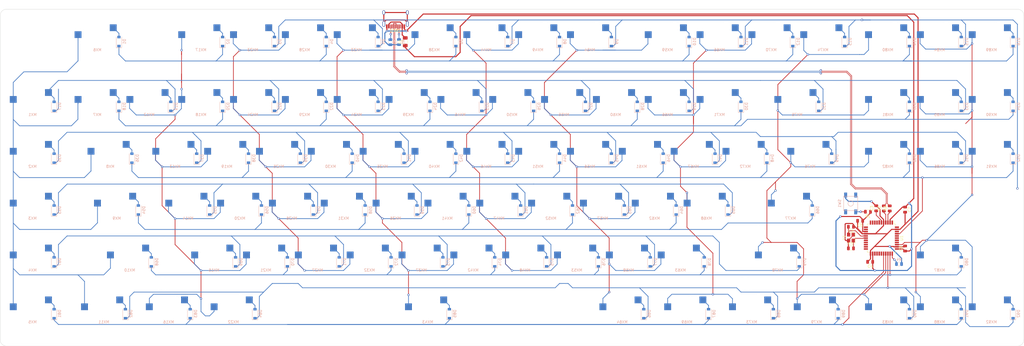
<source format=kicad_pcb>
(kicad_pcb (version 20171130) (host pcbnew "(5.1.4)-1")
  (layers (0 F.Cu signal) (31 B.Cu signal) (34 B.Paste user hide) (35 F.Paste user) (36 B.SilkS user) (37 F.SilkS user) (38 B.Mask user) (39 F.Mask user) (44 Edge.Cuts user))
  (net 0 "")
  (net 1 "Net-(C1-Pad2)")
  (net 2 GND)
  (net 3 "Net-(C2-Pad2)")
  (net 4 "Net-(C3-Pad1)")
  (net 5 +5V)
  (net 6 "Net-(D1-Pad2)")
  (net 7 ROW1)
  (net 8 "Net-(D2-Pad2)")
  (net 9 "Net-(D3-Pad2)")
  (net 10 ROW0)
  (net 11 "Net-(D4-Pad2)")
  (net 12 "Net-(D5-Pad2)")
  (net 13 "Net-(D6-Pad2)")
  (net 14 "Net-(D7-Pad2)")
  (net 15 "Net-(D8-Pad2)")
  (net 16 "Net-(D9-Pad2)")
  (net 17 "Net-(D10-Pad2)")
  (net 18 "Net-(D11-Pad2)")
  (net 19 "Net-(D12-Pad2)")
  (net 20 "Net-(D13-Pad2)")
  (net 21 "Net-(D14-Pad2)")
  (net 22 "Net-(D15-Pad2)")
  (net 23 "Net-(D16-Pad2)")
  (net 24 "Net-(D17-Pad2)")
  (net 25 ROW2)
  (net 26 "Net-(D18-Pad2)")
  (net 27 ROW3)
  (net 28 "Net-(D19-Pad2)")
  (net 29 "Net-(D20-Pad2)")
  (net 30 "Net-(D21-Pad2)")
  (net 31 "Net-(D22-Pad2)")
  (net 32 "Net-(D23-Pad2)")
  (net 33 "Net-(D24-Pad2)")
  (net 34 "Net-(D25-Pad2)")
  (net 35 "Net-(D26-Pad2)")
  (net 36 "Net-(D27-Pad2)")
  (net 37 "Net-(D28-Pad2)")
  (net 38 "Net-(D29-Pad2)")
  (net 39 "Net-(D30-Pad2)")
  (net 40 "Net-(D31-Pad2)")
  (net 41 "Net-(D32-Pad2)")
  (net 42 "Net-(D33-Pad2)")
  (net 43 "Net-(D34-Pad2)")
  (net 44 "Net-(D35-Pad2)")
  (net 45 ROW4)
  (net 46 "Net-(D36-Pad2)")
  (net 47 ROW5)
  (net 48 "Net-(D37-Pad2)")
  (net 49 "Net-(D38-Pad2)")
  (net 50 "Net-(D39-Pad2)")
  (net 51 "Net-(D40-Pad2)")
  (net 52 "Net-(D41-Pad2)")
  (net 53 "Net-(D42-Pad2)")
  (net 54 "Net-(D43-Pad2)")
  (net 55 "Net-(D44-Pad2)")
  (net 56 "Net-(D45-Pad2)")
  (net 57 "Net-(D46-Pad2)")
  (net 58 "Net-(D47-Pad2)")
  (net 59 "Net-(D48-Pad2)")
  (net 60 "Net-(D49-Pad2)")
  (net 61 "Net-(D50-Pad2)")
  (net 62 "Net-(D51-Pad2)")
  (net 63 "Net-(D52-Pad2)")
  (net 64 "Net-(D53-Pad2)")
  (net 65 ROW6)
  (net 66 "Net-(D54-Pad2)")
  (net 67 ROW7)
  (net 68 "Net-(D55-Pad2)")
  (net 69 "Net-(D56-Pad2)")
  (net 70 "Net-(D57-Pad2)")
  (net 71 "Net-(D58-Pad2)")
  (net 72 "Net-(D59-Pad2)")
  (net 73 "Net-(D60-Pad2)")
  (net 74 "Net-(D61-Pad2)")
  (net 75 "Net-(D62-Pad2)")
  (net 76 "Net-(D63-Pad2)")
  (net 77 "Net-(D64-Pad2)")
  (net 78 "Net-(D65-Pad2)")
  (net 79 "Net-(D66-Pad2)")
  (net 80 "Net-(D67-Pad2)")
  (net 81 ROW8)
  (net 82 "Net-(D68-Pad2)")
  (net 83 ROW9)
  (net 84 "Net-(D69-Pad2)")
  (net 85 "Net-(D70-Pad2)")
  (net 86 "Net-(D71-Pad2)")
  (net 87 "Net-(D72-Pad2)")
  (net 88 "Net-(D73-Pad2)")
  (net 89 "Net-(D74-Pad2)")
  (net 90 "Net-(D75-Pad2)")
  (net 91 "Net-(D76-Pad2)")
  (net 92 "Net-(D77-Pad2)")
  (net 93 "Net-(D78-Pad2)")
  (net 94 "Net-(D79-Pad2)")
  (net 95 "Net-(D80-Pad2)")
  (net 96 "Net-(D81-Pad2)")
  (net 97 ROW10)
  (net 98 "Net-(D82-Pad2)")
  (net 99 ROW11)
  (net 100 "Net-(D83-Pad2)")
  (net 101 "Net-(D84-Pad2)")
  (net 102 "Net-(D85-Pad2)")
  (net 103 "Net-(D86-Pad2)")
  (net 104 "Net-(D87-Pad2)")
  (net 105 "Net-(D88-Pad2)")
  (net 106 "Net-(D89-Pad2)")
  (net 107 "Net-(D90-Pad2)")
  (net 108 "Net-(D91-Pad2)")
  (net 109 "Net-(D92-Pad2)")
  (net 110 VCC)
  (net 111 COL5)
  (net 112 COL1)
  (net 113 COL2)
  (net 114 COL3)
  (net 115 COL4)
  (net 116 COL7)
  (net 117 COL0)
  (net 118 COL8)
  (net 119 COL6)
  (net 120 "Net-(R1-Pad2)")
  (net 121 D+)
  (net 122 "Net-(R2-Pad1)")
  (net 123 D-)
  (net 124 "Net-(R3-Pad1)")
  (net 125 "Net-(R4-Pad2)")
  (net 126 "Net-(R5-Pad2)")
  (net 127 "Net-(R6-Pad2)")
  (net 128 "Net-(U1-Pad42)")
  (net 129 "Net-(U1-Pad40)")
  (net 130 "Net-(U1-Pad39)")
  (net 131 "Net-(U1-Pad38)")
  (net 132 "Net-(U1-Pad37)")
  (net 133 "Net-(U1-Pad28)")
  (net 134 "Net-(U1-Pad27)")
  (net 135 "Net-(U1-Pad26)")
  (net 136 "Net-(U1-Pad25)")
  (net 137 "Net-(U1-Pad22)")
  (net 138 "Net-(U1-Pad21)")
  (net 139 "Net-(U1-Pad20)")
  (net 140 "Net-(U1-Pad19)")
  (net 141 "Net-(U1-Pad18)")
  (net 142 "Net-(U1-Pad12)")
  (net 143 "Net-(U1-Pad11)")
  (net 144 "Net-(U1-Pad10)")
  (net 145 "Net-(U1-Pad9)")
  (net 146 "Net-(U1-Pad8)")
  (net 147 "Net-(U1-Pad1)")
  (net 148 "Net-(USB1-Pad3)")
  (net 149 "Net-(USB1-Pad9)")
  (module MX_Only:MXOnly-2.25U-Hotswap (layer F.Cu) (at 343.69375 206.375)
    (fp_text reference MX77)
    (fp_text value KC_ENTER)
    (fp_text user %R (at 0 3.048) (layer B.SilkS) (effects (justify mirror)))
    (pad "" np_thru_hole circle (at -11.938 8.255) (size 3.9878 3.9878) (drill 3.9878) (layers *.Cu *.Mask))
    (pad "" np_thru_hole circle (at 11.938 8.255) (size 3.9878 3.9878) (drill 3.9878) (layers *.Cu *.Mask))
    (pad "" np_thru_hole circle (at -11.938 -6.985) (size 3.048 3.048) (drill 3.048) (layers *.Cu *.Mask))
    (pad "" np_thru_hole circle (at 11.938 -6.985) (size 3.048 3.048) (drill 3.048) (layers *.Cu *.Mask))
    (pad 2 smd rect (at 5.842 -5.08) (size 2.55 2.5) (layers B.Cu B.Paste B.Mask) (net 79 "Net-(D66-Pad2)"))
    (pad 1 smd rect (at -7.085 -2.54) (size 2.55 2.5) (layers B.Cu B.Paste B.Mask) (net 116 COL7))
    (pad "" np_thru_hole circle (at 5.08 0 48.0996) (size 1.75 1.75) (drill 1.75) (layers *.Cu *.Mask))
    (pad "" np_thru_hole circle (at -5.08 0 48.0996) (size 1.75 1.75) (drill 1.75) (layers *.Cu *.Mask))
    (pad "" np_thru_hole circle (at -3.81 -2.54) (size 3 3) (drill 3) (layers *.Cu *.Mask))
    (pad "" np_thru_hole circle (at 0 0) (size 3.9878 3.9878) (drill 3.9878) (layers *.Cu *.Mask))
    (pad "" np_thru_hole circle (at 2.54 -5.08) (size 3 3) (drill 3) (layers *.Cu *.Mask))
  )
  (module MX_Only:MXOnly-1U-Hotswap (layer F.Cu) (at 379.4125 168.275)
    (fp_text reference MX81)
    (fp_text value KC_INSERT)
    (fp_text user %R (at 0 3.048) (layer B.SilkS) (effects (justify mirror)))
    (pad 2 smd rect (at 5.842 -5.08) (size 2.55 2.5) (layers B.Cu B.Paste B.Mask) (net 41 "Net-(D32-Pad2)"))
    (pad 1 smd rect (at -7.085 -2.54) (size 2.55 2.5) (layers B.Cu B.Paste B.Mask) (net 116 COL7))
    (pad "" np_thru_hole circle (at 5.08 0 48.0996) (size 1.75 1.75) (drill 1.75) (layers *.Cu *.Mask))
    (pad "" np_thru_hole circle (at -5.08 0 48.0996) (size 1.75 1.75) (drill 1.75) (layers *.Cu *.Mask))
    (pad "" np_thru_hole circle (at -3.81 -2.54) (size 3 3) (drill 3) (layers *.Cu *.Mask))
    (pad "" np_thru_hole circle (at 0 0) (size 3.9878 3.9878) (drill 3.9878) (layers *.Cu *.Mask))
    (pad "" np_thru_hole circle (at 2.54 -5.08) (size 3 3) (drill 3) (layers *.Cu *.Mask))
  )
  (module MX_Only:MXOnly-1U-Hotswap (layer F.Cu) (at 227.0125 225.425)
    (fp_text reference MX42)
    (fp_text value KC_N)
    (fp_text user %R (at 0 3.048) (layer B.SilkS) (effects (justify mirror)))
    (pad 2 smd rect (at 5.842 -5.08) (size 2.55 2.5) (layers B.Cu B.Paste B.Mask) (net 89 "Net-(D74-Pad2)"))
    (pad 1 smd rect (at -7.085 -2.54) (size 2.55 2.5) (layers B.Cu B.Paste B.Mask) (net 114 COL3))
    (pad "" np_thru_hole circle (at 5.08 0 48.0996) (size 1.75 1.75) (drill 1.75) (layers *.Cu *.Mask))
    (pad "" np_thru_hole circle (at -5.08 0 48.0996) (size 1.75 1.75) (drill 1.75) (layers *.Cu *.Mask))
    (pad "" np_thru_hole circle (at -3.81 -2.54) (size 3 3) (drill 3) (layers *.Cu *.Mask))
    (pad "" np_thru_hole circle (at 0 0) (size 3.9878 3.9878) (drill 3.9878) (layers *.Cu *.Mask))
    (pad "" np_thru_hole circle (at 2.54 -5.08) (size 3 3) (drill 3) (layers *.Cu *.Mask))
  )
  (module MX_Only:MXOnly-1U-Hotswap (layer F.Cu) (at 250.825 144.4625)
    (fp_text reference MX49)
    (fp_text value KC_F7)
    (fp_text user %R (at 0 3.048) (layer B.SilkS) (effects (justify mirror)))
    (pad 2 smd rect (at 5.842 -5.08) (size 2.55 2.5) (layers B.Cu B.Paste B.Mask) (net 15 "Net-(D8-Pad2)"))
    (pad 1 smd rect (at -7.085 -2.54) (size 2.55 2.5) (layers B.Cu B.Paste B.Mask) (net 115 COL4))
    (pad "" np_thru_hole circle (at 5.08 0 48.0996) (size 1.75 1.75) (drill 1.75) (layers *.Cu *.Mask))
    (pad "" np_thru_hole circle (at -5.08 0 48.0996) (size 1.75 1.75) (drill 1.75) (layers *.Cu *.Mask))
    (pad "" np_thru_hole circle (at -3.81 -2.54) (size 3 3) (drill 3) (layers *.Cu *.Mask))
    (pad "" np_thru_hole circle (at 0 0) (size 3.9878 3.9878) (drill 3.9878) (layers *.Cu *.Mask))
    (pad "" np_thru_hole circle (at 2.54 -5.08) (size 3 3) (drill 3) (layers *.Cu *.Mask))
  )
  (module MX_Only:MXOnly-1U-Hotswap (layer F.Cu) (at 127 144.4625)
    (fp_text reference MX17)
    (fp_text value KC_F1)
    (fp_text user %R (at 0 3.048) (layer B.SilkS) (effects (justify mirror)))
    (pad 2 smd rect (at 5.842 -5.08) (size 2.55 2.5) (layers B.Cu B.Paste B.Mask) (net 8 "Net-(D2-Pad2)"))
    (pad 1 smd rect (at -7.085 -2.54) (size 2.55 2.5) (layers B.Cu B.Paste B.Mask) (net 112 COL1))
    (pad "" np_thru_hole circle (at 5.08 0 48.0996) (size 1.75 1.75) (drill 1.75) (layers *.Cu *.Mask))
    (pad "" np_thru_hole circle (at -5.08 0 48.0996) (size 1.75 1.75) (drill 1.75) (layers *.Cu *.Mask))
    (pad "" np_thru_hole circle (at -3.81 -2.54) (size 3 3) (drill 3) (layers *.Cu *.Mask))
    (pad "" np_thru_hole circle (at 0 0) (size 3.9878 3.9878) (drill 3.9878) (layers *.Cu *.Mask))
    (pad "" np_thru_hole circle (at 2.54 -5.08) (size 3 3) (drill 3) (layers *.Cu *.Mask))
  )
  (module MX_Only:MXOnly-1U-Hotswap (layer F.Cu) (at 417.5125 144.4625)
    (fp_text reference MX89)
    (fp_text value KC_PAUSE)
    (fp_text user %R (at 0 3.048) (layer B.SilkS) (effects (justify mirror)))
    (pad 2 smd rect (at 5.842 -5.08) (size 2.55 2.5) (layers B.Cu B.Paste B.Mask) (net 23 "Net-(D16-Pad2)"))
    (pad 1 smd rect (at -7.085 -2.54) (size 2.55 2.5) (layers B.Cu B.Paste B.Mask) (net 118 COL8))
    (pad "" np_thru_hole circle (at 5.08 0 48.0996) (size 1.75 1.75) (drill 1.75) (layers *.Cu *.Mask))
    (pad "" np_thru_hole circle (at -5.08 0 48.0996) (size 1.75 1.75) (drill 1.75) (layers *.Cu *.Mask))
    (pad "" np_thru_hole circle (at -3.81 -2.54) (size 3 3) (drill 3) (layers *.Cu *.Mask))
    (pad "" np_thru_hole circle (at 0 0) (size 3.9878 3.9878) (drill 3.9878) (layers *.Cu *.Mask))
    (pad "" np_thru_hole circle (at 2.54 -5.08) (size 3 3) (drill 3) (layers *.Cu *.Mask))
  )
  (module MX_Only:MXOnly-1U-Hotswap (layer F.Cu) (at 212.725 187.325)
    (fp_text reference MX40)
    (fp_text value KC_Y)
    (fp_text user %R (at 0 3.048) (layer B.SilkS) (effects (justify mirror)))
    (pad 2 smd rect (at 5.842 -5.08) (size 2.55 2.5) (layers B.Cu B.Paste B.Mask) (net 53 "Net-(D42-Pad2)"))
    (pad 1 smd rect (at -7.085 -2.54) (size 2.55 2.5) (layers B.Cu B.Paste B.Mask) (net 114 COL3))
    (pad "" np_thru_hole circle (at 5.08 0 48.0996) (size 1.75 1.75) (drill 1.75) (layers *.Cu *.Mask))
    (pad "" np_thru_hole circle (at -5.08 0 48.0996) (size 1.75 1.75) (drill 1.75) (layers *.Cu *.Mask))
    (pad "" np_thru_hole circle (at -3.81 -2.54) (size 3 3) (drill 3) (layers *.Cu *.Mask))
    (pad "" np_thru_hole circle (at 0 0) (size 3.9878 3.9878) (drill 3.9878) (layers *.Cu *.Mask))
    (pad "" np_thru_hole circle (at 2.54 -5.08) (size 3 3) (drill 3) (layers *.Cu *.Mask))
  )
  (module MX_Only:MXOnly-1U-Hotswap (layer F.Cu) (at 255.5875 206.375)
    (fp_text reference MX52)
    (fp_text value KC_K)
    (fp_text user %R (at 0 3.048) (layer B.SilkS) (effects (justify mirror)))
    (pad 2 smd rect (at 5.842 -5.08) (size 2.55 2.5) (layers B.Cu B.Paste B.Mask) (net 75 "Net-(D62-Pad2)"))
    (pad 1 smd rect (at -7.085 -2.54) (size 2.55 2.5) (layers B.Cu B.Paste B.Mask) (net 115 COL4))
    (pad "" np_thru_hole circle (at 5.08 0 48.0996) (size 1.75 1.75) (drill 1.75) (layers *.Cu *.Mask))
    (pad "" np_thru_hole circle (at -5.08 0 48.0996) (size 1.75 1.75) (drill 1.75) (layers *.Cu *.Mask))
    (pad "" np_thru_hole circle (at -3.81 -2.54) (size 3 3) (drill 3) (layers *.Cu *.Mask))
    (pad "" np_thru_hole circle (at 0 0) (size 3.9878 3.9878) (drill 3.9878) (layers *.Cu *.Mask))
    (pad "" np_thru_hole circle (at 2.54 -5.08) (size 3 3) (drill 3) (layers *.Cu *.Mask))
  )
  (module MX_Only:MXOnly-1.25U-Hotswap (layer F.Cu) (at 91.28125 244.475)
    (fp_text reference MX11)
    (fp_text value KC_LCTRL)
    (fp_text user %R (at 0 3.048) (layer B.SilkS) (effects (justify mirror)))
    (pad 2 smd rect (at 5.842 -5.08) (size 2.55 2.5) (layers B.Cu B.Paste B.Mask) (net 98 "Net-(D82-Pad2)"))
    (pad 1 smd rect (at -7.085 -2.54) (size 2.55 2.5) (layers B.Cu B.Paste B.Mask) (net 117 COL0))
    (pad "" np_thru_hole circle (at 5.08 0 48.0996) (size 1.75 1.75) (drill 1.75) (layers *.Cu *.Mask))
    (pad "" np_thru_hole circle (at -5.08 0 48.0996) (size 1.75 1.75) (drill 1.75) (layers *.Cu *.Mask))
    (pad "" np_thru_hole circle (at -3.81 -2.54) (size 3 3) (drill 3) (layers *.Cu *.Mask))
    (pad "" np_thru_hole circle (at 0 0) (size 3.9878 3.9878) (drill 3.9878) (layers *.Cu *.Mask))
    (pad "" np_thru_hole circle (at 2.54 -5.08) (size 3 3) (drill 3) (layers *.Cu *.Mask))
  )
  (module MX_Only:MXOnly-1U-Hotswap (layer F.Cu) (at 398.4625 168.275)
    (fp_text reference MX85)
    (fp_text value KC_HOME)
    (fp_text user %R (at 0 3.048) (layer B.SilkS) (effects (justify mirror)))
    (pad 2 smd rect (at 5.842 -5.08) (size 2.55 2.5) (layers B.Cu B.Paste B.Mask) (net 42 "Net-(D33-Pad2)"))
    (pad 1 smd rect (at -7.085 -2.54) (size 2.55 2.5) (layers B.Cu B.Paste B.Mask) (net 118 COL8))
    (pad "" np_thru_hole circle (at 5.08 0 48.0996) (size 1.75 1.75) (drill 1.75) (layers *.Cu *.Mask))
    (pad "" np_thru_hole circle (at -5.08 0 48.0996) (size 1.75 1.75) (drill 1.75) (layers *.Cu *.Mask))
    (pad "" np_thru_hole circle (at -3.81 -2.54) (size 3 3) (drill 3) (layers *.Cu *.Mask))
    (pad "" np_thru_hole circle (at 0 0) (size 3.9878 3.9878) (drill 3.9878) (layers *.Cu *.Mask))
    (pad "" np_thru_hole circle (at 2.54 -5.08) (size 3 3) (drill 3) (layers *.Cu *.Mask))
  )
  (module MX_Only:MXOnly-1.25U-Hotswap (layer F.Cu) (at 281.78125 244.475)
    (fp_text reference MX64)
    (fp_text value MX_RALT)
    (fp_text user %R (at 0 3.048) (layer B.SilkS) (effects (justify mirror)))
    (pad 2 smd rect (at 5.842 -5.08) (size 2.55 2.5) (layers B.Cu B.Paste B.Mask) (net 103 "Net-(D86-Pad2)"))
    (pad 1 smd rect (at -7.085 -2.54) (size 2.55 2.5) (layers B.Cu B.Paste B.Mask) (net 111 COL5))
    (pad "" np_thru_hole circle (at 5.08 0 48.0996) (size 1.75 1.75) (drill 1.75) (layers *.Cu *.Mask))
    (pad "" np_thru_hole circle (at -5.08 0 48.0996) (size 1.75 1.75) (drill 1.75) (layers *.Cu *.Mask))
    (pad "" np_thru_hole circle (at -3.81 -2.54) (size 3 3) (drill 3) (layers *.Cu *.Mask))
    (pad "" np_thru_hole circle (at 0 0) (size 3.9878 3.9878) (drill 3.9878) (layers *.Cu *.Mask))
    (pad "" np_thru_hole circle (at 2.54 -5.08) (size 3 3) (drill 3) (layers *.Cu *.Mask))
  )
  (module MX_Only:MXOnly-1.25U-Hotswap (layer F.Cu) (at 305.59375 244.475)
    (fp_text reference MX69)
    (fp_text value KC_RGUI)
    (fp_text user %R (at 0 3.048) (layer B.SilkS) (effects (justify mirror)))
    (pad 2 smd rect (at 5.842 -5.08) (size 2.55 2.5) (layers B.Cu B.Paste B.Mask) (net 104 "Net-(D87-Pad2)"))
    (pad 1 smd rect (at -7.085 -2.54) (size 2.55 2.5) (layers B.Cu B.Paste B.Mask) (net 119 COL6))
    (pad "" np_thru_hole circle (at 5.08 0 48.0996) (size 1.75 1.75) (drill 1.75) (layers *.Cu *.Mask))
    (pad "" np_thru_hole circle (at -5.08 0 48.0996) (size 1.75 1.75) (drill 1.75) (layers *.Cu *.Mask))
    (pad "" np_thru_hole circle (at -3.81 -2.54) (size 3 3) (drill 3) (layers *.Cu *.Mask))
    (pad "" np_thru_hole circle (at 0 0) (size 3.9878 3.9878) (drill 3.9878) (layers *.Cu *.Mask))
    (pad "" np_thru_hole circle (at 2.54 -5.08) (size 3 3) (drill 3) (layers *.Cu *.Mask))
  )
  (module MX_Only:MXOnly-1U-Hotswap (layer F.Cu) (at 398.4625 225.425)
    (fp_text reference MX87)
    (fp_text value KC_UP)
    (fp_text user %R (at 0 3.048) (layer B.SilkS) (effects (justify mirror)))
    (pad 2 smd rect (at 5.842 -5.08) (size 2.55 2.5) (layers B.Cu B.Paste B.Mask) (net 95 "Net-(D80-Pad2)"))
    (pad 1 smd rect (at -7.085 -2.54) (size 2.55 2.5) (layers B.Cu B.Paste B.Mask) (net 118 COL8))
    (pad "" np_thru_hole circle (at 5.08 0 48.0996) (size 1.75 1.75) (drill 1.75) (layers *.Cu *.Mask))
    (pad "" np_thru_hole circle (at -5.08 0 48.0996) (size 1.75 1.75) (drill 1.75) (layers *.Cu *.Mask))
    (pad "" np_thru_hole circle (at -3.81 -2.54) (size 3 3) (drill 3) (layers *.Cu *.Mask))
    (pad "" np_thru_hole circle (at 0 0) (size 3.9878 3.9878) (drill 3.9878) (layers *.Cu *.Mask))
    (pad "" np_thru_hole circle (at 2.54 -5.08) (size 3 3) (drill 3) (layers *.Cu *.Mask))
  )
  (module MX_Only:MXOnly-1U-Hotswap (layer F.Cu) (at 398.4625 144.4625)
    (fp_text reference MX84)
    (fp_text value KC_SCROLLLOCK)
    (fp_text user %R (at 0 3.048) (layer B.SilkS) (effects (justify mirror)))
    (pad 2 smd rect (at 5.842 -5.08) (size 2.55 2.5) (layers B.Cu B.Paste B.Mask) (net 22 "Net-(D15-Pad2)"))
    (pad 1 smd rect (at -7.085 -2.54) (size 2.55 2.5) (layers B.Cu B.Paste B.Mask) (net 118 COL8))
    (pad "" np_thru_hole circle (at 5.08 0 48.0996) (size 1.75 1.75) (drill 1.75) (layers *.Cu *.Mask))
    (pad "" np_thru_hole circle (at -5.08 0 48.0996) (size 1.75 1.75) (drill 1.75) (layers *.Cu *.Mask))
    (pad "" np_thru_hole circle (at -3.81 -2.54) (size 3 3) (drill 3) (layers *.Cu *.Mask))
    (pad "" np_thru_hole circle (at 0 0) (size 3.9878 3.9878) (drill 3.9878) (layers *.Cu *.Mask))
    (pad "" np_thru_hole circle (at 2.54 -5.08) (size 3 3) (drill 3) (layers *.Cu *.Mask))
  )
  (module MX_Only:MXOnly-1U-Hotswap (layer F.Cu) (at 336.55 144.4625)
    (fp_text reference MX70)
    (fp_text value KC_F11)
    (fp_text user %R (at 0 3.048) (layer B.SilkS) (effects (justify mirror)))
    (pad 2 smd rect (at 5.842 -5.08) (size 2.55 2.5) (layers B.Cu B.Paste B.Mask) (net 19 "Net-(D12-Pad2)"))
    (pad 1 smd rect (at -7.085 -2.54) (size 2.55 2.5) (layers B.Cu B.Paste B.Mask) (net 119 COL6))
    (pad "" np_thru_hole circle (at 5.08 0 48.0996) (size 1.75 1.75) (drill 1.75) (layers *.Cu *.Mask))
    (pad "" np_thru_hole circle (at -5.08 0 48.0996) (size 1.75 1.75) (drill 1.75) (layers *.Cu *.Mask))
    (pad "" np_thru_hole circle (at -3.81 -2.54) (size 3 3) (drill 3) (layers *.Cu *.Mask))
    (pad "" np_thru_hole circle (at 0 0) (size 3.9878 3.9878) (drill 3.9878) (layers *.Cu *.Mask))
    (pad "" np_thru_hole circle (at 2.54 -5.08) (size 3 3) (drill 3) (layers *.Cu *.Mask))
  )
  (module MX_Only:MXOnly-1U-Hotswap (layer F.Cu) (at 317.5 144.4625)
    (fp_text reference MX65)
    (fp_text value KC_F10)
    (fp_text user %R (at 0 3.048) (layer B.SilkS) (effects (justify mirror)))
    (pad 2 smd rect (at 5.842 -5.08) (size 2.55 2.5) (layers B.Cu B.Paste B.Mask) (net 18 "Net-(D11-Pad2)"))
    (pad 1 smd rect (at -7.085 -2.54) (size 2.55 2.5) (layers B.Cu B.Paste B.Mask) (net 119 COL6))
    (pad "" np_thru_hole circle (at 5.08 0 48.0996) (size 1.75 1.75) (drill 1.75) (layers *.Cu *.Mask))
    (pad "" np_thru_hole circle (at -5.08 0 48.0996) (size 1.75 1.75) (drill 1.75) (layers *.Cu *.Mask))
    (pad "" np_thru_hole circle (at -3.81 -2.54) (size 3 3) (drill 3) (layers *.Cu *.Mask))
    (pad "" np_thru_hole circle (at 0 0) (size 3.9878 3.9878) (drill 3.9878) (layers *.Cu *.Mask))
    (pad "" np_thru_hole circle (at 2.54 -5.08) (size 3 3) (drill 3) (layers *.Cu *.Mask))
  )
  (module MX_Only:MXOnly-2.75U-Hotswap (layer F.Cu) (at 338.93125 225.425)
    (fp_text reference MX78)
    (fp_text value KC_RSHIFT)
    (fp_text user %R (at 0 3.048) (layer B.SilkS) (effects (justify mirror)))
    (pad "" np_thru_hole circle (at -11.938 8.255) (size 3.9878 3.9878) (drill 3.9878) (layers *.Cu *.Mask))
    (pad "" np_thru_hole circle (at 11.938 8.255) (size 3.9878 3.9878) (drill 3.9878) (layers *.Cu *.Mask))
    (pad "" np_thru_hole circle (at -11.938 -6.985) (size 3.048 3.048) (drill 3.048) (layers *.Cu *.Mask))
    (pad "" np_thru_hole circle (at 11.938 -6.985) (size 3.048 3.048) (drill 3.048) (layers *.Cu *.Mask))
    (pad 2 smd rect (at 5.842 -5.08) (size 2.55 2.5) (layers B.Cu B.Paste B.Mask) (net 94 "Net-(D79-Pad2)"))
    (pad 1 smd rect (at -7.085 -2.54) (size 2.55 2.5) (layers B.Cu B.Paste B.Mask) (net 116 COL7))
    (pad "" np_thru_hole circle (at 5.08 0 48.0996) (size 1.75 1.75) (drill 1.75) (layers *.Cu *.Mask))
    (pad "" np_thru_hole circle (at -5.08 0 48.0996) (size 1.75 1.75) (drill 1.75) (layers *.Cu *.Mask))
    (pad "" np_thru_hole circle (at -3.81 -2.54) (size 3 3) (drill 3) (layers *.Cu *.Mask))
    (pad "" np_thru_hole circle (at 0 0) (size 3.9878 3.9878) (drill 3.9878) (layers *.Cu *.Mask))
    (pad "" np_thru_hole circle (at 2.54 -5.08) (size 3 3) (drill 3) (layers *.Cu *.Mask))
  )
  (module MX_Only:MXOnly-1U-Hotswap (layer F.Cu) (at 174.625 187.325)
    (fp_text reference MX30)
    (fp_text value KC_R)
    (fp_text user %R (at 0 3.048) (layer B.SilkS) (effects (justify mirror)))
    (pad 2 smd rect (at 5.842 -5.08) (size 2.55 2.5) (layers B.Cu B.Paste B.Mask) (net 51 "Net-(D40-Pad2)"))
    (pad 1 smd rect (at -7.085 -2.54) (size 2.55 2.5) (layers B.Cu B.Paste B.Mask) (net 113 COL2))
    (pad "" np_thru_hole circle (at 5.08 0 48.0996) (size 1.75 1.75) (drill 1.75) (layers *.Cu *.Mask))
    (pad "" np_thru_hole circle (at -5.08 0 48.0996) (size 1.75 1.75) (drill 1.75) (layers *.Cu *.Mask))
    (pad "" np_thru_hole circle (at -3.81 -2.54) (size 3 3) (drill 3) (layers *.Cu *.Mask))
    (pad "" np_thru_hole circle (at 0 0) (size 3.9878 3.9878) (drill 3.9878) (layers *.Cu *.Mask))
    (pad "" np_thru_hole circle (at 2.54 -5.08) (size 3 3) (drill 3) (layers *.Cu *.Mask))
  )
  (module MX_Only:MXOnly-1U-Hotswap (layer F.Cu) (at 312.7375 206.375)
    (fp_text reference MX68)
    (fp_text value KC_QUOTE)
    (fp_text user %R (at 0 3.048) (layer B.SilkS) (effects (justify mirror)))
    (pad 2 smd rect (at 5.842 -5.08) (size 2.55 2.5) (layers B.Cu B.Paste B.Mask) (net 78 "Net-(D65-Pad2)"))
    (pad 1 smd rect (at -7.085 -2.54) (size 2.55 2.5) (layers B.Cu B.Paste B.Mask) (net 119 COL6))
    (pad "" np_thru_hole circle (at 5.08 0 48.0996) (size 1.75 1.75) (drill 1.75) (layers *.Cu *.Mask))
    (pad "" np_thru_hole circle (at -5.08 0 48.0996) (size 1.75 1.75) (drill 1.75) (layers *.Cu *.Mask))
    (pad "" np_thru_hole circle (at -3.81 -2.54) (size 3 3) (drill 3) (layers *.Cu *.Mask))
    (pad "" np_thru_hole circle (at 0 0) (size 3.9878 3.9878) (drill 3.9878) (layers *.Cu *.Mask))
    (pad "" np_thru_hole circle (at 2.54 -5.08) (size 3 3) (drill 3) (layers *.Cu *.Mask))
  )
  (module MX_Only:MXOnly-1U-Hotswap (layer F.Cu) (at 117.475 187.325)
    (fp_text reference MX13)
    (fp_text value KC_Q)
    (fp_text user %R (at 0 3.048) (layer B.SilkS) (effects (justify mirror)))
    (pad 2 smd rect (at 5.842 -5.08) (size 2.55 2.5) (layers B.Cu B.Paste B.Mask) (net 48 "Net-(D37-Pad2)"))
    (pad 1 smd rect (at -7.085 -2.54) (size 2.55 2.5) (layers B.Cu B.Paste B.Mask) (net 112 COL1))
    (pad "" np_thru_hole circle (at 5.08 0 48.0996) (size 1.75 1.75) (drill 1.75) (layers *.Cu *.Mask))
    (pad "" np_thru_hole circle (at -5.08 0 48.0996) (size 1.75 1.75) (drill 1.75) (layers *.Cu *.Mask))
    (pad "" np_thru_hole circle (at -3.81 -2.54) (size 3 3) (drill 3) (layers *.Cu *.Mask))
    (pad "" np_thru_hole circle (at 0 0) (size 3.9878 3.9878) (drill 3.9878) (layers *.Cu *.Mask))
    (pad "" np_thru_hole circle (at 2.54 -5.08) (size 3 3) (drill 3) (layers *.Cu *.Mask))
  )
  (module MX_Only:MXOnly-1U-Hotswap (layer F.Cu) (at 379.4125 144.4625)
    (fp_text reference MX80)
    (fp_text value KC_PSCREEN)
    (fp_text user %R (at 0 3.048) (layer B.SilkS) (effects (justify mirror)))
    (pad 2 smd rect (at 5.842 -5.08) (size 2.55 2.5) (layers B.Cu B.Paste B.Mask) (net 21 "Net-(D14-Pad2)"))
    (pad 1 smd rect (at -7.085 -2.54) (size 2.55 2.5) (layers B.Cu B.Paste B.Mask) (net 116 COL7))
    (pad "" np_thru_hole circle (at 5.08 0 48.0996) (size 1.75 1.75) (drill 1.75) (layers *.Cu *.Mask))
    (pad "" np_thru_hole circle (at -5.08 0 48.0996) (size 1.75 1.75) (drill 1.75) (layers *.Cu *.Mask))
    (pad "" np_thru_hole circle (at -3.81 -2.54) (size 3 3) (drill 3) (layers *.Cu *.Mask))
    (pad "" np_thru_hole circle (at 0 0) (size 3.9878 3.9878) (drill 3.9878) (layers *.Cu *.Mask))
    (pad "" np_thru_hole circle (at 2.54 -5.08) (size 3 3) (drill 3) (layers *.Cu *.Mask))
  )
  (module MX_Only:MXOnly-1U-Hotswap (layer F.Cu) (at 417.5125 168.275)
    (fp_text reference MX90)
    (fp_text value KC_PGUP)
    (fp_text user %R (at 0 3.048) (layer B.SilkS) (effects (justify mirror)))
    (pad 2 smd rect (at 5.842 -5.08) (size 2.55 2.5) (layers B.Cu B.Paste B.Mask) (net 43 "Net-(D34-Pad2)"))
    (pad 1 smd rect (at -7.085 -2.54) (size 2.55 2.5) (layers B.Cu B.Paste B.Mask) (net 118 COL8))
    (pad "" np_thru_hole circle (at 5.08 0 48.0996) (size 1.75 1.75) (drill 1.75) (layers *.Cu *.Mask))
    (pad "" np_thru_hole circle (at -5.08 0 48.0996) (size 1.75 1.75) (drill 1.75) (layers *.Cu *.Mask))
    (pad "" np_thru_hole circle (at -3.81 -2.54) (size 3 3) (drill 3) (layers *.Cu *.Mask))
    (pad "" np_thru_hole circle (at 0 0) (size 3.9878 3.9878) (drill 3.9878) (layers *.Cu *.Mask))
    (pad "" np_thru_hole circle (at 2.54 -5.08) (size 3 3) (drill 3) (layers *.Cu *.Mask))
  )
  (module MX_Only:MXOnly-1U-Hotswap (layer F.Cu) (at 417.5125 187.325)
    (fp_text reference MX91)
    (fp_text value KC_PGDOWN)
    (fp_text user %R (at 0 3.048) (layer B.SilkS) (effects (justify mirror)))
    (pad 2 smd rect (at 5.842 -5.08) (size 2.55 2.5) (layers B.Cu B.Paste B.Mask) (net 63 "Net-(D52-Pad2)"))
    (pad 1 smd rect (at -7.085 -2.54) (size 2.55 2.5) (layers B.Cu B.Paste B.Mask) (net 118 COL8))
    (pad "" np_thru_hole circle (at 5.08 0 48.0996) (size 1.75 1.75) (drill 1.75) (layers *.Cu *.Mask))
    (pad "" np_thru_hole circle (at -5.08 0 48.0996) (size 1.75 1.75) (drill 1.75) (layers *.Cu *.Mask))
    (pad "" np_thru_hole circle (at -3.81 -2.54) (size 3 3) (drill 3) (layers *.Cu *.Mask))
    (pad "" np_thru_hole circle (at 0 0) (size 3.9878 3.9878) (drill 3.9878) (layers *.Cu *.Mask))
    (pad "" np_thru_hole circle (at 2.54 -5.08) (size 3 3) (drill 3) (layers *.Cu *.Mask))
  )
  (module MX_Only:MXOnly-1U-Hotswap (layer F.Cu) (at 288.925 187.325)
    (fp_text reference MX61)
    (fp_text value KC_P)
    (fp_text user %R (at 0 3.048) (layer B.SilkS) (effects (justify mirror)))
    (pad 2 smd rect (at 5.842 -5.08) (size 2.55 2.5) (layers B.Cu B.Paste B.Mask) (net 57 "Net-(D46-Pad2)"))
    (pad 1 smd rect (at -7.085 -2.54) (size 2.55 2.5) (layers B.Cu B.Paste B.Mask) (net 111 COL5))
    (pad "" np_thru_hole circle (at 5.08 0 48.0996) (size 1.75 1.75) (drill 1.75) (layers *.Cu *.Mask))
    (pad "" np_thru_hole circle (at -5.08 0 48.0996) (size 1.75 1.75) (drill 1.75) (layers *.Cu *.Mask))
    (pad "" np_thru_hole circle (at -3.81 -2.54) (size 3 3) (drill 3) (layers *.Cu *.Mask))
    (pad "" np_thru_hole circle (at 0 0) (size 3.9878 3.9878) (drill 3.9878) (layers *.Cu *.Mask))
    (pad "" np_thru_hole circle (at 2.54 -5.08) (size 3 3) (drill 3) (layers *.Cu *.Mask))
  )
  (module MX_Only:MXOnly-1U-Hotswap (layer F.Cu) (at 269.875 187.325)
    (fp_text reference MX56)
    (fp_text value KC_O)
    (fp_text user %R (at 0 3.048) (layer B.SilkS) (effects (justify mirror)))
    (pad 2 smd rect (at 5.842 -5.08) (size 2.55 2.5) (layers B.Cu B.Paste B.Mask) (net 56 "Net-(D45-Pad2)"))
    (pad 1 smd rect (at -7.085 -2.54) (size 2.55 2.5) (layers B.Cu B.Paste B.Mask) (net 111 COL5))
    (pad "" np_thru_hole circle (at 5.08 0 48.0996) (size 1.75 1.75) (drill 1.75) (layers *.Cu *.Mask))
    (pad "" np_thru_hole circle (at -5.08 0 48.0996) (size 1.75 1.75) (drill 1.75) (layers *.Cu *.Mask))
    (pad "" np_thru_hole circle (at -3.81 -2.54) (size 3 3) (drill 3) (layers *.Cu *.Mask))
    (pad "" np_thru_hole circle (at 0 0) (size 3.9878 3.9878) (drill 3.9878) (layers *.Cu *.Mask))
    (pad "" np_thru_hole circle (at 2.54 -5.08) (size 3 3) (drill 3) (layers *.Cu *.Mask))
  )
  (module MX_Only:MXOnly-1U-Hotswap (layer F.Cu) (at 298.45 168.275)
    (fp_text reference MX66)
    (fp_text value KC_MINUS)
    (fp_text user %R (at 0 3.048) (layer B.SilkS) (effects (justify mirror)))
    (pad 2 smd rect (at 5.842 -5.08) (size 2.55 2.5) (layers B.Cu B.Paste B.Mask) (net 38 "Net-(D29-Pad2)"))
    (pad 1 smd rect (at -7.085 -2.54) (size 2.55 2.5) (layers B.Cu B.Paste B.Mask) (net 119 COL6))
    (pad "" np_thru_hole circle (at 5.08 0 48.0996) (size 1.75 1.75) (drill 1.75) (layers *.Cu *.Mask))
    (pad "" np_thru_hole circle (at -5.08 0 48.0996) (size 1.75 1.75) (drill 1.75) (layers *.Cu *.Mask))
    (pad "" np_thru_hole circle (at -3.81 -2.54) (size 3 3) (drill 3) (layers *.Cu *.Mask))
    (pad "" np_thru_hole circle (at 0 0) (size 3.9878 3.9878) (drill 3.9878) (layers *.Cu *.Mask))
    (pad "" np_thru_hole circle (at 2.54 -5.08) (size 3 3) (drill 3) (layers *.Cu *.Mask))
  )
  (module Crystal:Crystal_SMD_3225-4Pin_3.2x2.5mm (layer F.Cu) (at 365.85525 216.50325 90)
    (fp_text reference Y1 (at 0 -2.45 270) (layer F.SilkS))
    (fp_text value 16MHz)
    (pad 4 smd rect (at -1.1 -0.85 90) (size 1.4 1.2) (layers F.Cu F.Paste F.Mask) (net 2 GND))
    (pad 3 smd rect (at 1.1 -0.85 90) (size 1.4 1.2) (layers F.Cu F.Paste F.Mask) (net 3 "Net-(C2-Pad2)"))
    (pad 2 smd rect (at 1.1 0.85 90) (size 1.4 1.2) (layers F.Cu F.Paste F.Mask) (net 2 GND))
    (pad 1 smd rect (at -1.1 0.85 90) (size 1.4 1.2) (layers F.Cu F.Paste F.Mask) (net 1 "Net-(C1-Pad2)"))
  )
  (module Type-C:HRO-TYPE-C-31-M-12 (layer F.Cu) (at 198.501 131.191 180)
    (fp_text reference USB1 (at 0 -9.25) (layer F.SilkS))
    (fp_text value HRO-TYPE-C-31-M-12)
    (pad 12 smd rect (at 3.225 -7.695 180) (size 0.6 1.45) (layers F.Cu F.Paste F.Mask) (net 2 GND))
    (pad 1 smd rect (at -3.225 -7.695 180) (size 0.6 1.45) (layers F.Cu F.Paste F.Mask) (net 2 GND))
    (pad 11 smd rect (at 2.45 -7.695 180) (size 0.6 1.45) (layers F.Cu F.Paste F.Mask) (net 110 VCC))
    (pad 2 smd rect (at -2.45 -7.695 180) (size 0.6 1.45) (layers F.Cu F.Paste F.Mask) (net 110 VCC))
    (pad 3 smd rect (at -1.75 -7.695 180) (size 0.3 1.45) (layers F.Cu F.Paste F.Mask) (net 148 "Net-(USB1-Pad3)"))
    (pad 10 smd rect (at 1.75 -7.695 180) (size 0.3 1.45) (layers F.Cu F.Paste F.Mask) (net 127 "Net-(R6-Pad2)"))
    (pad 4 smd rect (at -1.25 -7.695 180) (size 0.3 1.45) (layers F.Cu F.Paste F.Mask) (net 126 "Net-(R5-Pad2)"))
    (pad 9 smd rect (at 1.25 -7.695 180) (size 0.3 1.45) (layers F.Cu F.Paste F.Mask) (net 149 "Net-(USB1-Pad9)"))
    (pad 5 smd rect (at -0.75 -7.695 180) (size 0.3 1.45) (layers F.Cu F.Paste F.Mask) (net 123 D-))
    (pad 8 smd rect (at 0.75 -7.695 180) (size 0.3 1.45) (layers F.Cu F.Paste F.Mask) (net 121 D+))
    (pad 7 smd rect (at 0.25 -7.695 180) (size 0.3 1.45) (layers F.Cu F.Paste F.Mask) (net 123 D-))
    (pad 6 smd rect (at -0.25 -7.695 180) (size 0.3 1.45) (layers F.Cu F.Paste F.Mask) (net 121 D+))
    (pad "" np_thru_hole circle (at 2.89 -6.25 180) (size 0.65 0.65) (drill 0.65) (layers *.Cu *.Mask))
    (pad "" np_thru_hole circle (at -2.89 -6.25 180) (size 0.65 0.65) (drill 0.65) (layers *.Cu *.Mask))
    (pad 13 thru_hole oval (at -4.32 -6.78 180) (size 1 2.1) (drill oval 0.6 1.7) (layers *.Cu B.Mask) (net 2 GND))
    (pad 13 thru_hole oval (at 4.32 -6.78 180) (size 1 2.1) (drill oval 0.6 1.7) (layers *.Cu B.Mask) (net 2 GND))
    (pad 13 thru_hole oval (at -4.32 -2.6 180) (size 1 1.6) (drill oval 0.6 1.2) (layers *.Cu B.Mask) (net 2 GND))
    (pad 13 thru_hole oval (at 4.32 -2.6 180) (size 1 1.6) (drill oval 0.6 1.2) (layers *.Cu B.Mask) (net 2 GND))
  )
  (module Package_QFP:TQFP-44_10x10mm_P0.8mm (layer F.Cu) (at 377.04375 216.69375 270)
    (fp_text reference U1 (at 0 -7.45 270) (layer F.SilkS))
    (fp_text value ATmega32U4-AU)
    (pad 1 smd rect (at -5.7 -4 270) (size 1.5 0.55) (layers F.Cu F.Paste F.Mask) (net 147 "Net-(U1-Pad1)"))
    (pad 2 smd rect (at -5.7 -3.2 270) (size 1.5 0.55) (layers F.Cu F.Paste F.Mask) (net 5 +5V))
    (pad 3 smd rect (at -5.7 -2.4 270) (size 1.5 0.55) (layers F.Cu F.Paste F.Mask) (net 124 "Net-(R3-Pad1)"))
    (pad 4 smd rect (at -5.7 -1.6 270) (size 1.5 0.55) (layers F.Cu F.Paste F.Mask) (net 122 "Net-(R2-Pad1)"))
    (pad 5 smd rect (at -5.7 -0.8 270) (size 1.5 0.55) (layers F.Cu F.Paste F.Mask) (net 2 GND))
    (pad 6 smd rect (at -5.7 0 270) (size 1.5 0.55) (layers F.Cu F.Paste F.Mask) (net 4 "Net-(C3-Pad1)"))
    (pad 7 smd rect (at -5.7 0.8 270) (size 1.5 0.55) (layers F.Cu F.Paste F.Mask) (net 5 +5V))
    (pad 8 smd rect (at -5.7 1.6 270) (size 1.5 0.55) (layers F.Cu F.Paste F.Mask) (net 146 "Net-(U1-Pad8)"))
    (pad 9 smd rect (at -5.7 2.4 270) (size 1.5 0.55) (layers F.Cu F.Paste F.Mask) (net 145 "Net-(U1-Pad9)"))
    (pad 10 smd rect (at -5.7 3.2 270) (size 1.5 0.55) (layers F.Cu F.Paste F.Mask) (net 144 "Net-(U1-Pad10)"))
    (pad 11 smd rect (at -5.7 4 270) (size 1.5 0.55) (layers F.Cu F.Paste F.Mask) (net 143 "Net-(U1-Pad11)"))
    (pad 12 smd rect (at -4 5.7) (size 1.5 0.55) (layers F.Cu F.Paste F.Mask) (net 142 "Net-(U1-Pad12)"))
    (pad 13 smd rect (at -3.2 5.7) (size 1.5 0.55) (layers F.Cu F.Paste F.Mask) (net 120 "Net-(R1-Pad2)"))
    (pad 14 smd rect (at -2.4 5.7) (size 1.5 0.55) (layers F.Cu F.Paste F.Mask) (net 5 +5V))
    (pad 15 smd rect (at -1.6 5.7) (size 1.5 0.55) (layers F.Cu F.Paste F.Mask) (net 2 GND))
    (pad 16 smd rect (at -0.8 5.7) (size 1.5 0.55) (layers F.Cu F.Paste F.Mask) (net 3 "Net-(C2-Pad2)"))
    (pad 17 smd rect (at 0 5.7) (size 1.5 0.55) (layers F.Cu F.Paste F.Mask) (net 1 "Net-(C1-Pad2)"))
    (pad 18 smd rect (at 0.8 5.7) (size 1.5 0.55) (layers F.Cu F.Paste F.Mask) (net 141 "Net-(U1-Pad18)"))
    (pad 19 smd rect (at 1.6 5.7) (size 1.5 0.55) (layers F.Cu F.Paste F.Mask) (net 140 "Net-(U1-Pad19)"))
    (pad 20 smd rect (at 2.4 5.7) (size 1.5 0.55) (layers F.Cu F.Paste F.Mask) (net 139 "Net-(U1-Pad20)"))
    (pad 21 smd rect (at 3.2 5.7) (size 1.5 0.55) (layers F.Cu F.Paste F.Mask) (net 138 "Net-(U1-Pad21)"))
    (pad 22 smd rect (at 4 5.7) (size 1.5 0.55) (layers F.Cu F.Paste F.Mask) (net 137 "Net-(U1-Pad22)"))
    (pad 23 smd rect (at 5.7 4 270) (size 1.5 0.55) (layers F.Cu F.Paste F.Mask) (net 2 GND))
    (pad 24 smd rect (at 5.7 3.2 270) (size 1.5 0.55) (layers F.Cu F.Paste F.Mask) (net 5 +5V))
    (pad 25 smd rect (at 5.7 2.4 270) (size 1.5 0.55) (layers F.Cu F.Paste F.Mask) (net 136 "Net-(U1-Pad25)"))
    (pad 26 smd rect (at 5.7 1.6 270) (size 1.5 0.55) (layers F.Cu F.Paste F.Mask) (net 135 "Net-(U1-Pad26)"))
    (pad 27 smd rect (at 5.7 0.8 270) (size 1.5 0.55) (layers F.Cu F.Paste F.Mask) (net 134 "Net-(U1-Pad27)"))
    (pad 28 smd rect (at 5.7 0 270) (size 1.5 0.55) (layers F.Cu F.Paste F.Mask) (net 133 "Net-(U1-Pad28)"))
    (pad 29 smd rect (at 5.7 -0.8 270) (size 1.5 0.55) (layers F.Cu F.Paste F.Mask) (net 97 ROW10))
    (pad 30 smd rect (at 5.7 -1.6 270) (size 1.5 0.55) (layers F.Cu F.Paste F.Mask) (net 116 COL7))
    (pad 31 smd rect (at 5.7 -2.4 270) (size 1.5 0.55) (layers F.Cu F.Paste F.Mask) (net 99 ROW11))
    (pad 32 smd rect (at 5.7 -3.2 270) (size 1.5 0.55) (layers F.Cu F.Paste F.Mask) (net 83 ROW9))
    (pad 33 smd rect (at 5.7 -4 270) (size 1.5 0.55) (layers F.Cu F.Paste F.Mask) (net 125 "Net-(R4-Pad2)"))
    (pad 34 smd rect (at 4 -5.7) (size 1.5 0.55) (layers F.Cu F.Paste F.Mask) (net 5 +5V))
    (pad 35 smd rect (at 3.2 -5.7) (size 1.5 0.55) (layers F.Cu F.Paste F.Mask) (net 2 GND))
    (pad 36 smd rect (at 2.4 -5.7) (size 1.5 0.55) (layers F.Cu F.Paste F.Mask) (net 118 COL8))
    (pad 37 smd rect (at 1.6 -5.7) (size 1.5 0.55) (layers F.Cu F.Paste F.Mask) (net 132 "Net-(U1-Pad37)"))
    (pad 38 smd rect (at 0.8 -5.7) (size 1.5 0.55) (layers F.Cu F.Paste F.Mask) (net 131 "Net-(U1-Pad38)"))
    (pad 39 smd rect (at 0 -5.7) (size 1.5 0.55) (layers F.Cu F.Paste F.Mask) (net 130 "Net-(U1-Pad39)"))
    (pad 40 smd rect (at -0.8 -5.7) (size 1.5 0.55) (layers F.Cu F.Paste F.Mask) (net 129 "Net-(U1-Pad40)"))
    (pad 41 smd rect (at -1.6 -5.7) (size 1.5 0.55) (layers F.Cu F.Paste F.Mask) (net 47 ROW5))
    (pad 42 smd rect (at -2.4 -5.7) (size 1.5 0.55) (layers F.Cu F.Paste F.Mask) (net 128 "Net-(U1-Pad42)"))
    (pad 43 smd rect (at -3.2 -5.7) (size 1.5 0.55) (layers F.Cu F.Paste F.Mask) (net 2 GND))
    (pad 44 smd rect (at -4 -5.7) (size 1.5 0.55) (layers F.Cu F.Paste F.Mask) (net 5 +5V))
  )
  (module random-keyboard-parts:SKQG-1155865 (layer B.Cu) (at 365.76 203.962 90)
    (fp_text reference SW1 (at 0 -4.064 90) (layer B.SilkS) (effects (justify mirror)))
    (fp_text value SW_Push)
    (pad 4 smd rect (at -3.1 -1.85 90) (size 1.8 1.1) (layers B.Cu B.Paste B.Mask))
    (pad 3 smd rect (at 3.1 1.85 90) (size 1.8 1.1) (layers B.Cu B.Paste B.Mask))
    (pad 2 smd rect (at -3.1 1.85 90) (size 1.8 1.1) (layers B.Cu B.Paste B.Mask) (net 120 "Net-(R1-Pad2)"))
    (pad 1 smd rect (at 3.1 -1.85 90) (size 1.8 1.1) (layers B.Cu B.Paste B.Mask) (net 2 GND))
  )
  (module Resistor_SMD:R_0805_2012Metric (layer B.Cu) (at 196.596 144.7015 90)
    (fp_text reference R6 (at 0 1.65 270) (layer B.SilkS) (effects (justify mirror)))
    (fp_text value 5.1k)
    (pad 2 smd roundrect (at 0.9375 0 90) (size 0.975 1.4) (layers B.Cu B.Paste B.Mask) (net 127 "Net-(R6-Pad2)"))
    (pad 1 smd roundrect (at -0.9375 0 90) (size 0.975 1.4) (layers B.Cu B.Paste B.Mask) (net 2 GND))
  )
  (module Resistor_SMD:R_0805_2012Metric (layer B.Cu) (at 199.771 144.653 90)
    (fp_text reference R5 (at 0 1.65 90) (layer B.SilkS) (effects (justify mirror)))
    (fp_text value 5.1k)
    (pad 2 smd roundrect (at 0.9375 0 90) (size 0.975 1.4) (layers B.Cu B.Paste B.Mask) (net 126 "Net-(R5-Pad2)"))
    (pad 1 smd roundrect (at -0.9375 0 90) (size 0.975 1.4) (layers B.Cu B.Paste B.Mask) (net 2 GND))
  )
  (module Resistor_SMD:R_0805_2012Metric (layer B.Cu) (at 383.525 226.21875 180)
    (fp_text reference R4 (at 0 1.65) (layer B.SilkS) (effects (justify mirror)))
    (fp_text value 10k)
    (pad 2 smd roundrect (at 0.9375 0 180) (size 0.975 1.4) (layers B.Cu B.Paste B.Mask) (net 125 "Net-(R4-Pad2)"))
    (pad 1 smd roundrect (at -0.9375 0 180) (size 0.975 1.4) (layers B.Cu B.Paste B.Mask) (net 2 GND))
  )
  (module Resistor_SMD:R_0805_2012Metric (layer F.Cu) (at 380.111 205.7885 90)
    (fp_text reference R3 (at 0 -1.65 270) (layer F.SilkS))
    (fp_text value 22)
    (pad 2 smd roundrect (at 0.9375 0 90) (size 0.975 1.4) (layers F.Cu F.Paste F.Mask) (net 123 D-))
    (pad 1 smd roundrect (at -0.9375 0 90) (size 0.975 1.4) (layers F.Cu F.Paste F.Mask) (net 124 "Net-(R3-Pad1)"))
  )
  (module Resistor_SMD:R_0805_2012Metric (layer F.Cu) (at 377.952 205.7885 90)
    (fp_text reference R2 (at 0 -1.65 270) (layer F.SilkS))
    (fp_text value 22)
    (pad 2 smd roundrect (at 0.9375 0 90) (size 0.975 1.4) (layers F.Cu F.Paste F.Mask) (net 121 D+))
    (pad 1 smd roundrect (at -0.9375 0 90) (size 0.975 1.4) (layers F.Cu F.Paste F.Mask) (net 122 "Net-(R2-Pad1)"))
  )
  (module Resistor_SMD:R_0805_2012Metric (layer F.Cu) (at 372.11 207.01 180)
    (fp_text reference R1 (at 0 -1.65 180) (layer F.SilkS))
    (fp_text value 10k)
    (pad 2 smd roundrect (at 0.9375 0 180) (size 0.975 1.4) (layers F.Cu F.Paste F.Mask) (net 120 "Net-(R1-Pad2)"))
    (pad 1 smd roundrect (at -0.9375 0 180) (size 0.975 1.4) (layers F.Cu F.Paste F.Mask) (net 5 +5V))
  )
  (module MX_Only:MXOnly-1U-Hotswap (layer F.Cu) (at 131.7625 225.425)
    (fp_text reference MX15)
    (fp_text value KC_Z)
    (fp_text user %R (at 0 3.048) (layer B.SilkS) (effects (justify mirror)))
    (pad 2 smd rect (at 5.842 -5.08) (size 2.55 2.5) (layers B.Cu B.Paste B.Mask) (net 84 "Net-(D69-Pad2)"))
    (pad 1 smd rect (at -7.085 -2.54) (size 2.55 2.5) (layers B.Cu B.Paste B.Mask) (net 112 COL1))
    (pad "" np_thru_hole circle (at 5.08 0 48.0996) (size 1.75 1.75) (drill 1.75) (layers *.Cu *.Mask))
    (pad "" np_thru_hole circle (at -5.08 0 48.0996) (size 1.75 1.75) (drill 1.75) (layers *.Cu *.Mask))
    (pad "" np_thru_hole circle (at -3.81 -2.54) (size 3 3) (drill 3) (layers *.Cu *.Mask))
    (pad "" np_thru_hole circle (at 0 0) (size 3.9878 3.9878) (drill 3.9878) (layers *.Cu *.Mask))
    (pad "" np_thru_hole circle (at 2.54 -5.08) (size 3 3) (drill 3) (layers *.Cu *.Mask))
  )
  (module MX_Only:MXOnly-1U-Hotswap (layer F.Cu) (at 150.8125 225.425)
    (fp_text reference MX21)
    (fp_text value KC_X)
    (fp_text user %R (at 0 3.048) (layer B.SilkS) (effects (justify mirror)))
    (pad 2 smd rect (at 5.842 -5.08) (size 2.55 2.5) (layers B.Cu B.Paste B.Mask) (net 85 "Net-(D70-Pad2)"))
    (pad 1 smd rect (at -7.085 -2.54) (size 2.55 2.5) (layers B.Cu B.Paste B.Mask) (net 112 COL1))
    (pad "" np_thru_hole circle (at 5.08 0 48.0996) (size 1.75 1.75) (drill 1.75) (layers *.Cu *.Mask))
    (pad "" np_thru_hole circle (at -5.08 0 48.0996) (size 1.75 1.75) (drill 1.75) (layers *.Cu *.Mask))
    (pad "" np_thru_hole circle (at -3.81 -2.54) (size 3 3) (drill 3) (layers *.Cu *.Mask))
    (pad "" np_thru_hole circle (at 0 0) (size 3.9878 3.9878) (drill 3.9878) (layers *.Cu *.Mask))
    (pad "" np_thru_hole circle (at 2.54 -5.08) (size 3 3) (drill 3) (layers *.Cu *.Mask))
  )
  (module MX_Only:MXOnly-1U-Hotswap (layer F.Cu) (at 136.525 187.325)
    (fp_text reference MX19)
    (fp_text value KC_W)
    (fp_text user %R (at 0 3.048) (layer B.SilkS) (effects (justify mirror)))
    (pad 2 smd rect (at 5.842 -5.08) (size 2.55 2.5) (layers B.Cu B.Paste B.Mask) (net 49 "Net-(D38-Pad2)"))
    (pad 1 smd rect (at -7.085 -2.54) (size 2.55 2.5) (layers B.Cu B.Paste B.Mask) (net 112 COL1))
    (pad "" np_thru_hole circle (at 5.08 0 48.0996) (size 1.75 1.75) (drill 1.75) (layers *.Cu *.Mask))
    (pad "" np_thru_hole circle (at -5.08 0 48.0996) (size 1.75 1.75) (drill 1.75) (layers *.Cu *.Mask))
    (pad "" np_thru_hole circle (at -3.81 -2.54) (size 3 3) (drill 3) (layers *.Cu *.Mask))
    (pad "" np_thru_hole circle (at 0 0) (size 3.9878 3.9878) (drill 3.9878) (layers *.Cu *.Mask))
    (pad "" np_thru_hole circle (at 2.54 -5.08) (size 3 3) (drill 3) (layers *.Cu *.Mask))
  )
  (module MX_Only:MXOnly-1U-Hotswap (layer F.Cu) (at 188.9125 225.425)
    (fp_text reference MX32)
    (fp_text value KC_V)
    (fp_text user %R (at 0 3.048) (layer B.SilkS) (effects (justify mirror)))
    (pad 2 smd rect (at 5.842 -5.08) (size 2.55 2.5) (layers B.Cu B.Paste B.Mask) (net 87 "Net-(D72-Pad2)"))
    (pad 1 smd rect (at -7.085 -2.54) (size 2.55 2.5) (layers B.Cu B.Paste B.Mask) (net 113 COL2))
    (pad "" np_thru_hole circle (at 5.08 0 48.0996) (size 1.75 1.75) (drill 1.75) (layers *.Cu *.Mask))
    (pad "" np_thru_hole circle (at -5.08 0 48.0996) (size 1.75 1.75) (drill 1.75) (layers *.Cu *.Mask))
    (pad "" np_thru_hole circle (at -3.81 -2.54) (size 3 3) (drill 3) (layers *.Cu *.Mask))
    (pad "" np_thru_hole circle (at 0 0) (size 3.9878 3.9878) (drill 3.9878) (layers *.Cu *.Mask))
    (pad "" np_thru_hole circle (at 2.54 -5.08) (size 3 3) (drill 3) (layers *.Cu *.Mask))
  )
  (module MX_Only:MXOnly-1U-Hotswap (layer F.Cu) (at 231.775 187.325)
    (fp_text reference MX46)
    (fp_text value KC_U)
    (fp_text user %R (at 0 3.048) (layer B.SilkS) (effects (justify mirror)))
    (pad 2 smd rect (at 5.842 -5.08) (size 2.55 2.5) (layers B.Cu B.Paste B.Mask) (net 54 "Net-(D43-Pad2)"))
    (pad 1 smd rect (at -7.085 -2.54) (size 2.55 2.5) (layers B.Cu B.Paste B.Mask) (net 115 COL4))
    (pad "" np_thru_hole circle (at 5.08 0 48.0996) (size 1.75 1.75) (drill 1.75) (layers *.Cu *.Mask))
    (pad "" np_thru_hole circle (at -5.08 0 48.0996) (size 1.75 1.75) (drill 1.75) (layers *.Cu *.Mask))
    (pad "" np_thru_hole circle (at -3.81 -2.54) (size 3 3) (drill 3) (layers *.Cu *.Mask))
    (pad "" np_thru_hole circle (at 0 0) (size 3.9878 3.9878) (drill 3.9878) (layers *.Cu *.Mask))
    (pad "" np_thru_hole circle (at 2.54 -5.08) (size 3 3) (drill 3) (layers *.Cu *.Mask))
  )
  (module MX_Only:MXOnly-1.5U-Hotswap (layer F.Cu) (at 93.6625 187.325)
    (fp_text reference MX8)
    (fp_text value KC_TAB)
    (fp_text user %R (at 0 3.048) (layer B.SilkS) (effects (justify mirror)))
    (pad 2 smd rect (at 5.842 -5.08) (size 2.55 2.5) (layers B.Cu B.Paste B.Mask) (net 46 "Net-(D36-Pad2)"))
    (pad 1 smd rect (at -7.085 -2.54) (size 2.55 2.5) (layers B.Cu B.Paste B.Mask) (net 117 COL0))
    (pad "" np_thru_hole circle (at 5.08 0 48.0996) (size 1.75 1.75) (drill 1.75) (layers *.Cu *.Mask))
    (pad "" np_thru_hole circle (at -5.08 0 48.0996) (size 1.75 1.75) (drill 1.75) (layers *.Cu *.Mask))
    (pad "" np_thru_hole circle (at -3.81 -2.54) (size 3 3) (drill 3) (layers *.Cu *.Mask))
    (pad "" np_thru_hole circle (at 0 0) (size 3.9878 3.9878) (drill 3.9878) (layers *.Cu *.Mask))
    (pad "" np_thru_hole circle (at 2.54 -5.08) (size 3 3) (drill 3) (layers *.Cu *.Mask))
  )
  (module MX_Only:MXOnly-1U-Hotswap (layer F.Cu) (at 193.675 187.325)
    (fp_text reference MX35)
    (fp_text value KC_T)
    (fp_text user %R (at 0 3.048) (layer B.SilkS) (effects (justify mirror)))
    (pad 2 smd rect (at 5.842 -5.08) (size 2.55 2.5) (layers B.Cu B.Paste B.Mask) (net 52 "Net-(D41-Pad2)"))
    (pad 1 smd rect (at -7.085 -2.54) (size 2.55 2.5) (layers B.Cu B.Paste B.Mask) (net 114 COL3))
    (pad "" np_thru_hole circle (at 5.08 0 48.0996) (size 1.75 1.75) (drill 1.75) (layers *.Cu *.Mask))
    (pad "" np_thru_hole circle (at -5.08 0 48.0996) (size 1.75 1.75) (drill 1.75) (layers *.Cu *.Mask))
    (pad "" np_thru_hole circle (at -3.81 -2.54) (size 3 3) (drill 3) (layers *.Cu *.Mask))
    (pad "" np_thru_hole circle (at 0 0) (size 3.9878 3.9878) (drill 3.9878) (layers *.Cu *.Mask))
    (pad "" np_thru_hole circle (at 2.54 -5.08) (size 3 3) (drill 3) (layers *.Cu *.Mask))
  )
  (module MX_Only:MXOnly-6.25U-Hotswap-ReversedStabilizers (layer F.Cu) (at 210.34375 244.475)
    (fp_text reference MX43)
    (fp_text value KC_SPACE)
    (fp_text user %R (at 0 3.048) (layer B.SilkS) (effects (justify mirror)))
    (pad "" np_thru_hole circle (at -49.9999 -8.255) (size 3.9878 3.9878) (drill 3.9878) (layers *.Cu *.Mask))
    (pad "" np_thru_hole circle (at 49.9999 -8.255) (size 3.9878 3.9878) (drill 3.9878) (layers *.Cu *.Mask))
    (pad "" np_thru_hole circle (at -49.9999 6.985) (size 3.048 3.048) (drill 3.048) (layers *.Cu *.Mask))
    (pad "" np_thru_hole circle (at 49.9999 6.985) (size 3.048 3.048) (drill 3.048) (layers *.Cu *.Mask))
    (pad 2 smd rect (at 5.842 -5.08) (size 2.55 2.5) (layers B.Cu B.Paste B.Mask) (net 102 "Net-(D85-Pad2)"))
    (pad 1 smd rect (at -7.085 -2.54) (size 2.55 2.5) (layers B.Cu B.Paste B.Mask) (net 114 COL3))
    (pad "" np_thru_hole circle (at 5.08 0 48.0996) (size 1.75 1.75) (drill 1.75) (layers *.Cu *.Mask))
    (pad "" np_thru_hole circle (at -5.08 0 48.0996) (size 1.75 1.75) (drill 1.75) (layers *.Cu *.Mask))
    (pad "" np_thru_hole circle (at -3.81 -2.54) (size 3 3) (drill 3) (layers *.Cu *.Mask))
    (pad "" np_thru_hole circle (at 0 0) (size 3.9878 3.9878) (drill 3.9878) (layers *.Cu *.Mask))
    (pad "" np_thru_hole circle (at 2.54 -5.08) (size 3 3) (drill 3) (layers *.Cu *.Mask))
  )
  (module MX_Only:MXOnly-1U-Hotswap (layer F.Cu) (at 303.2125 225.425)
    (fp_text reference MX63)
    (fp_text value KC_SLASH)
    (fp_text user %R (at 0 3.048) (layer B.SilkS) (effects (justify mirror)))
    (pad 2 smd rect (at 5.842 -5.08) (size 2.55 2.5) (layers B.Cu B.Paste B.Mask) (net 93 "Net-(D78-Pad2)"))
    (pad 1 smd rect (at -7.085 -2.54) (size 2.55 2.5) (layers B.Cu B.Paste B.Mask) (net 111 COL5))
    (pad "" np_thru_hole circle (at 5.08 0 48.0996) (size 1.75 1.75) (drill 1.75) (layers *.Cu *.Mask))
    (pad "" np_thru_hole circle (at -5.08 0 48.0996) (size 1.75 1.75) (drill 1.75) (layers *.Cu *.Mask))
    (pad "" np_thru_hole circle (at -3.81 -2.54) (size 3 3) (drill 3) (layers *.Cu *.Mask))
    (pad "" np_thru_hole circle (at 0 0) (size 3.9878 3.9878) (drill 3.9878) (layers *.Cu *.Mask))
    (pad "" np_thru_hole circle (at 2.54 -5.08) (size 3 3) (drill 3) (layers *.Cu *.Mask))
  )
  (module MX_Only:MXOnly-1U-Hotswap (layer F.Cu) (at 293.6875 206.375)
    (fp_text reference MX62)
    (fp_text value KC_SCOLON)
    (fp_text user %R (at 0 3.048) (layer B.SilkS) (effects (justify mirror)))
    (pad 2 smd rect (at 5.842 -5.08) (size 2.55 2.5) (layers B.Cu B.Paste B.Mask) (net 77 "Net-(D64-Pad2)"))
    (pad 1 smd rect (at -7.085 -2.54) (size 2.55 2.5) (layers B.Cu B.Paste B.Mask) (net 111 COL5))
    (pad "" np_thru_hole circle (at 5.08 0 48.0996) (size 1.75 1.75) (drill 1.75) (layers *.Cu *.Mask))
    (pad "" np_thru_hole circle (at -5.08 0 48.0996) (size 1.75 1.75) (drill 1.75) (layers *.Cu *.Mask))
    (pad "" np_thru_hole circle (at -3.81 -2.54) (size 3 3) (drill 3) (layers *.Cu *.Mask))
    (pad "" np_thru_hole circle (at 0 0) (size 3.9878 3.9878) (drill 3.9878) (layers *.Cu *.Mask))
    (pad "" np_thru_hole circle (at 2.54 -5.08) (size 3 3) (drill 3) (layers *.Cu *.Mask))
  )
  (module MX_Only:MXOnly-1U-Hotswap (layer F.Cu) (at 141.2875 206.375)
    (fp_text reference MX20)
    (fp_text value KC_S)
    (fp_text user %R (at 0 3.048) (layer B.SilkS) (effects (justify mirror)))
    (pad 2 smd rect (at 5.842 -5.08) (size 2.55 2.5) (layers B.Cu B.Paste B.Mask) (net 69 "Net-(D56-Pad2)"))
    (pad 1 smd rect (at -7.085 -2.54) (size 2.55 2.5) (layers B.Cu B.Paste B.Mask) (net 112 COL1))
    (pad "" np_thru_hole circle (at 5.08 0 48.0996) (size 1.75 1.75) (drill 1.75) (layers *.Cu *.Mask))
    (pad "" np_thru_hole circle (at -5.08 0 48.0996) (size 1.75 1.75) (drill 1.75) (layers *.Cu *.Mask))
    (pad "" np_thru_hole circle (at -3.81 -2.54) (size 3 3) (drill 3) (layers *.Cu *.Mask))
    (pad "" np_thru_hole circle (at 0 0) (size 3.9878 3.9878) (drill 3.9878) (layers *.Cu *.Mask))
    (pad "" np_thru_hole circle (at 2.54 -5.08) (size 3 3) (drill 3) (layers *.Cu *.Mask))
  )
  (module MX_Only:MXOnly-1U-Hotswap (layer F.Cu) (at 417.5125 244.475)
    (fp_text reference MX92)
    (fp_text value KC_RIGHT)
    (fp_text user %R (at 0 3.048) (layer B.SilkS) (effects (justify mirror)))
    (pad 2 smd rect (at 5.842 -5.08) (size 2.55 2.5) (layers B.Cu B.Paste B.Mask) (net 109 "Net-(D92-Pad2)"))
    (pad 1 smd rect (at -7.085 -2.54) (size 2.55 2.5) (layers B.Cu B.Paste B.Mask) (net 118 COL8))
    (pad "" np_thru_hole circle (at 5.08 0 48.0996) (size 1.75 1.75) (drill 1.75) (layers *.Cu *.Mask))
    (pad "" np_thru_hole circle (at -5.08 0 48.0996) (size 1.75 1.75) (drill 1.75) (layers *.Cu *.Mask))
    (pad "" np_thru_hole circle (at -3.81 -2.54) (size 3 3) (drill 3) (layers *.Cu *.Mask))
    (pad "" np_thru_hole circle (at 0 0) (size 3.9878 3.9878) (drill 3.9878) (layers *.Cu *.Mask))
    (pad "" np_thru_hole circle (at 2.54 -5.08) (size 3 3) (drill 3) (layers *.Cu *.Mask))
  )
  (module MX_Only:MXOnly-1.25U-Hotswap (layer F.Cu) (at 353.21875 244.475)
    (fp_text reference MX79)
    (fp_text value KC_RCTRL)
    (fp_text user %R (at 0 3.048) (layer B.SilkS) (effects (justify mirror)))
    (pad 2 smd rect (at 5.842 -5.08) (size 2.55 2.5) (layers B.Cu B.Paste B.Mask) (net 106 "Net-(D89-Pad2)"))
    (pad 1 smd rect (at -7.085 -2.54) (size 2.55 2.5) (layers B.Cu B.Paste B.Mask) (net 116 COL7))
    (pad "" np_thru_hole circle (at 5.08 0 48.0996) (size 1.75 1.75) (drill 1.75) (layers *.Cu *.Mask))
    (pad "" np_thru_hole circle (at -5.08 0 48.0996) (size 1.75 1.75) (drill 1.75) (layers *.Cu *.Mask))
    (pad "" np_thru_hole circle (at -3.81 -2.54) (size 3 3) (drill 3) (layers *.Cu *.Mask))
    (pad "" np_thru_hole circle (at 0 0) (size 3.9878 3.9878) (drill 3.9878) (layers *.Cu *.Mask))
    (pad "" np_thru_hole circle (at 2.54 -5.08) (size 3 3) (drill 3) (layers *.Cu *.Mask))
  )
  (module MX_Only:MXOnly-1U-Hotswap (layer F.Cu) (at 327.025 187.325)
    (fp_text reference MX72)
    (fp_text value KC_RBRACKET)
    (fp_text user %R (at 0 3.048) (layer B.SilkS) (effects (justify mirror)))
    (pad 2 smd rect (at 5.842 -5.08) (size 2.55 2.5) (layers B.Cu B.Paste B.Mask) (net 59 "Net-(D48-Pad2)"))
    (pad 1 smd rect (at -7.085 -2.54) (size 2.55 2.5) (layers B.Cu B.Paste B.Mask) (net 119 COL6))
    (pad "" np_thru_hole circle (at 5.08 0 48.0996) (size 1.75 1.75) (drill 1.75) (layers *.Cu *.Mask))
    (pad "" np_thru_hole circle (at -5.08 0 48.0996) (size 1.75 1.75) (drill 1.75) (layers *.Cu *.Mask))
    (pad "" np_thru_hole circle (at -3.81 -2.54) (size 3 3) (drill 3) (layers *.Cu *.Mask))
    (pad "" np_thru_hole circle (at 0 0) (size 3.9878 3.9878) (drill 3.9878) (layers *.Cu *.Mask))
    (pad "" np_thru_hole circle (at 2.54 -5.08) (size 3 3) (drill 3) (layers *.Cu *.Mask))
  )
  (module MX_Only:MXOnly-1.25U-Hotswap (layer F.Cu) (at 329.40625 244.475)
    (fp_text reference MX73)
    (fp_text value KC_MENU)
    (fp_text user %R (at 0 3.048) (layer B.SilkS) (effects (justify mirror)))
    (pad 2 smd rect (at 5.842 -5.08) (size 2.55 2.5) (layers B.Cu B.Paste B.Mask) (net 105 "Net-(D88-Pad2)"))
    (pad 1 smd rect (at -7.085 -2.54) (size 2.55 2.5) (layers B.Cu B.Paste B.Mask) (net 119 COL6))
    (pad "" np_thru_hole circle (at 5.08 0 48.0996) (size 1.75 1.75) (drill 1.75) (layers *.Cu *.Mask))
    (pad "" np_thru_hole circle (at -5.08 0 48.0996) (size 1.75 1.75) (drill 1.75) (layers *.Cu *.Mask))
    (pad "" np_thru_hole circle (at -3.81 -2.54) (size 3 3) (drill 3) (layers *.Cu *.Mask))
    (pad "" np_thru_hole circle (at 0 0) (size 3.9878 3.9878) (drill 3.9878) (layers *.Cu *.Mask))
    (pad "" np_thru_hole circle (at 2.54 -5.08) (size 3 3) (drill 3) (layers *.Cu *.Mask))
  )
  (module MX_Only:MXOnly-1U-Hotswap (layer F.Cu) (at 246.0625 225.425)
    (fp_text reference MX48)
    (fp_text value KC_M)
    (fp_text user %R (at 0 3.048) (layer B.SilkS) (effects (justify mirror)))
    (pad 2 smd rect (at 5.842 -5.08) (size 2.55 2.5) (layers B.Cu B.Paste B.Mask) (net 90 "Net-(D75-Pad2)"))
    (pad 1 smd rect (at -7.085 -2.54) (size 2.55 2.5) (layers B.Cu B.Paste B.Mask) (net 115 COL4))
    (pad "" np_thru_hole circle (at 5.08 0 48.0996) (size 1.75 1.75) (drill 1.75) (layers *.Cu *.Mask))
    (pad "" np_thru_hole circle (at -5.08 0 48.0996) (size 1.75 1.75) (drill 1.75) (layers *.Cu *.Mask))
    (pad "" np_thru_hole circle (at -3.81 -2.54) (size 3 3) (drill 3) (layers *.Cu *.Mask))
    (pad "" np_thru_hole circle (at 0 0) (size 3.9878 3.9878) (drill 3.9878) (layers *.Cu *.Mask))
    (pad "" np_thru_hole circle (at 2.54 -5.08) (size 3 3) (drill 3) (layers *.Cu *.Mask))
  )
  (module MX_Only:MXOnly-1.25U-Hotswap (layer F.Cu) (at 115.09375 244.475)
    (fp_text reference MX16)
    (fp_text value KC_LGUI)
    (fp_text user %R (at 0 3.048) (layer B.SilkS) (effects (justify mirror)))
    (pad 2 smd rect (at 5.842 -5.08) (size 2.55 2.5) (layers B.Cu B.Paste B.Mask) (net 100 "Net-(D83-Pad2)"))
    (pad 1 smd rect (at -7.085 -2.54) (size 2.55 2.5) (layers B.Cu B.Paste B.Mask) (net 112 COL1))
    (pad "" np_thru_hole circle (at 5.08 0 48.0996) (size 1.75 1.75) (drill 1.75) (layers *.Cu *.Mask))
    (pad "" np_thru_hole circle (at -5.08 0 48.0996) (size 1.75 1.75) (drill 1.75) (layers *.Cu *.Mask))
    (pad "" np_thru_hole circle (at -3.81 -2.54) (size 3 3) (drill 3) (layers *.Cu *.Mask))
    (pad "" np_thru_hole circle (at 0 0) (size 3.9878 3.9878) (drill 3.9878) (layers *.Cu *.Mask))
    (pad "" np_thru_hole circle (at 2.54 -5.08) (size 3 3) (drill 3) (layers *.Cu *.Mask))
  )
  (module MX_Only:MXOnly-2.25U-Hotswap (layer F.Cu) (at 100.80625 225.425)
    (fp_text reference MX10)
    (fp_text value KC_LSHIFT)
    (fp_text user %R (at 0 3.048) (layer B.SilkS) (effects (justify mirror)))
    (pad "" np_thru_hole circle (at -11.938 8.255) (size 3.9878 3.9878) (drill 3.9878) (layers *.Cu *.Mask))
    (pad "" np_thru_hole circle (at 11.938 8.255) (size 3.9878 3.9878) (drill 3.9878) (layers *.Cu *.Mask))
    (pad "" np_thru_hole circle (at -11.938 -6.985) (size 3.048 3.048) (drill 3.048) (layers *.Cu *.Mask))
    (pad "" np_thru_hole circle (at 11.938 -6.985) (size 3.048 3.048) (drill 3.048) (layers *.Cu *.Mask))
    (pad 2 smd rect (at 5.842 -5.08) (size 2.55 2.5) (layers B.Cu B.Paste B.Mask) (net 82 "Net-(D68-Pad2)"))
    (pad 1 smd rect (at -7.085 -2.54) (size 2.55 2.5) (layers B.Cu B.Paste B.Mask) (net 117 COL0))
    (pad "" np_thru_hole circle (at 5.08 0 48.0996) (size 1.75 1.75) (drill 1.75) (layers *.Cu *.Mask))
    (pad "" np_thru_hole circle (at -5.08 0 48.0996) (size 1.75 1.75) (drill 1.75) (layers *.Cu *.Mask))
    (pad "" np_thru_hole circle (at -3.81 -2.54) (size 3 3) (drill 3) (layers *.Cu *.Mask))
    (pad "" np_thru_hole circle (at 0 0) (size 3.9878 3.9878) (drill 3.9878) (layers *.Cu *.Mask))
    (pad "" np_thru_hole circle (at 2.54 -5.08) (size 3 3) (drill 3) (layers *.Cu *.Mask))
  )
  (module MX_Only:MXOnly-1U-Hotswap (layer F.Cu) (at 379.4125 244.475)
    (fp_text reference MX83)
    (fp_text value KC_LEFT)
    (fp_text user %R (at 0 3.048) (layer B.SilkS) (effects (justify mirror)))
    (pad 2 smd rect (at 5.842 -5.08) (size 2.55 2.5) (layers B.Cu B.Paste B.Mask) (net 107 "Net-(D90-Pad2)"))
    (pad 1 smd rect (at -7.085 -2.54) (size 2.55 2.5) (layers B.Cu B.Paste B.Mask) (net 116 COL7))
    (pad "" np_thru_hole circle (at 5.08 0 48.0996) (size 1.75 1.75) (drill 1.75) (layers *.Cu *.Mask))
    (pad "" np_thru_hole circle (at -5.08 0 48.0996) (size 1.75 1.75) (drill 1.75) (layers *.Cu *.Mask))
    (pad "" np_thru_hole circle (at -3.81 -2.54) (size 3 3) (drill 3) (layers *.Cu *.Mask))
    (pad "" np_thru_hole circle (at 0 0) (size 3.9878 3.9878) (drill 3.9878) (layers *.Cu *.Mask))
    (pad "" np_thru_hole circle (at 2.54 -5.08) (size 3 3) (drill 3) (layers *.Cu *.Mask))
  )
  (module MX_Only:MXOnly-1U-Hotswap (layer F.Cu) (at 307.975 187.325)
    (fp_text reference MX67)
    (fp_text value KC_LBRACKET)
    (fp_text user %R (at 0 3.048) (layer B.SilkS) (effects (justify mirror)))
    (pad 2 smd rect (at 5.842 -5.08) (size 2.55 2.5) (layers B.Cu B.Paste B.Mask) (net 58 "Net-(D47-Pad2)"))
    (pad 1 smd rect (at -7.085 -2.54) (size 2.55 2.5) (layers B.Cu B.Paste B.Mask) (net 119 COL6))
    (pad "" np_thru_hole circle (at 5.08 0 48.0996) (size 1.75 1.75) (drill 1.75) (layers *.Cu *.Mask))
    (pad "" np_thru_hole circle (at -5.08 0 48.0996) (size 1.75 1.75) (drill 1.75) (layers *.Cu *.Mask))
    (pad "" np_thru_hole circle (at -3.81 -2.54) (size 3 3) (drill 3) (layers *.Cu *.Mask))
    (pad "" np_thru_hole circle (at 0 0) (size 3.9878 3.9878) (drill 3.9878) (layers *.Cu *.Mask))
    (pad "" np_thru_hole circle (at 2.54 -5.08) (size 3 3) (drill 3) (layers *.Cu *.Mask))
  )
  (module MX_Only:MXOnly-1.25U-Hotswap (layer F.Cu) (at 138.90625 244.475)
    (fp_text reference MX22)
    (fp_text value KC_LALT)
    (fp_text user %R (at 0 3.048) (layer B.SilkS) (effects (justify mirror)))
    (pad 2 smd rect (at 5.842 -5.08) (size 2.55 2.5) (layers B.Cu B.Paste B.Mask) (net 101 "Net-(D84-Pad2)"))
    (pad 1 smd rect (at -7.085 -2.54) (size 2.55 2.5) (layers B.Cu B.Paste B.Mask) (net 112 COL1))
    (pad "" np_thru_hole circle (at 5.08 0 48.0996) (size 1.75 1.75) (drill 1.75) (layers *.Cu *.Mask))
    (pad "" np_thru_hole circle (at -5.08 0 48.0996) (size 1.75 1.75) (drill 1.75) (layers *.Cu *.Mask))
    (pad "" np_thru_hole circle (at -3.81 -2.54) (size 3 3) (drill 3) (layers *.Cu *.Mask))
    (pad "" np_thru_hole circle (at 0 0) (size 3.9878 3.9878) (drill 3.9878) (layers *.Cu *.Mask))
    (pad "" np_thru_hole circle (at 2.54 -5.08) (size 3 3) (drill 3) (layers *.Cu *.Mask))
  )
  (module MX_Only:MXOnly-1U-Hotswap (layer F.Cu) (at 274.6375 206.375)
    (fp_text reference MX57)
    (fp_text value KC_L)
    (fp_text user %R (at 0 3.048) (layer B.SilkS) (effects (justify mirror)))
    (pad 2 smd rect (at 5.842 -5.08) (size 2.55 2.5) (layers B.Cu B.Paste B.Mask) (net 76 "Net-(D63-Pad2)"))
    (pad 1 smd rect (at -7.085 -2.54) (size 2.55 2.5) (layers B.Cu B.Paste B.Mask) (net 111 COL5))
    (pad "" np_thru_hole circle (at 5.08 0 48.0996) (size 1.75 1.75) (drill 1.75) (layers *.Cu *.Mask))
    (pad "" np_thru_hole circle (at -5.08 0 48.0996) (size 1.75 1.75) (drill 1.75) (layers *.Cu *.Mask))
    (pad "" np_thru_hole circle (at -3.81 -2.54) (size 3 3) (drill 3) (layers *.Cu *.Mask))
    (pad "" np_thru_hole circle (at 0 0) (size 3.9878 3.9878) (drill 3.9878) (layers *.Cu *.Mask))
    (pad "" np_thru_hole circle (at 2.54 -5.08) (size 3 3) (drill 3) (layers *.Cu *.Mask))
  )
  (module MX_Only:MXOnly-1U-Hotswap (layer F.Cu) (at 236.5375 206.375)
    (fp_text reference MX47)
    (fp_text value KC_J)
    (fp_text user %R (at 0 3.048) (layer B.SilkS) (effects (justify mirror)))
    (pad 2 smd rect (at 5.842 -5.08) (size 2.55 2.5) (layers B.Cu B.Paste B.Mask) (net 74 "Net-(D61-Pad2)"))
    (pad 1 smd rect (at -7.085 -2.54) (size 2.55 2.5) (layers B.Cu B.Paste B.Mask) (net 115 COL4))
    (pad "" np_thru_hole circle (at 5.08 0 48.0996) (size 1.75 1.75) (drill 1.75) (layers *.Cu *.Mask))
    (pad "" np_thru_hole circle (at -5.08 0 48.0996) (size 1.75 1.75) (drill 1.75) (layers *.Cu *.Mask))
    (pad "" np_thru_hole circle (at -3.81 -2.54) (size 3 3) (drill 3) (layers *.Cu *.Mask))
    (pad "" np_thru_hole circle (at 0 0) (size 3.9878 3.9878) (drill 3.9878) (layers *.Cu *.Mask))
    (pad "" np_thru_hole circle (at 2.54 -5.08) (size 3 3) (drill 3) (layers *.Cu *.Mask))
  )
  (module MX_Only:MXOnly-1U-Hotswap (layer F.Cu) (at 250.825 187.325)
    (fp_text reference MX51)
    (fp_text value KC_I)
    (fp_text user %R (at 0 3.048) (layer B.SilkS) (effects (justify mirror)))
    (pad 2 smd rect (at 5.842 -5.08) (size 2.55 2.5) (layers B.Cu B.Paste B.Mask) (net 55 "Net-(D44-Pad2)"))
    (pad 1 smd rect (at -7.085 -2.54) (size 2.55 2.5) (layers B.Cu B.Paste B.Mask) (net 115 COL4))
    (pad "" np_thru_hole circle (at 5.08 0 48.0996) (size 1.75 1.75) (drill 1.75) (layers *.Cu *.Mask))
    (pad "" np_thru_hole circle (at -5.08 0 48.0996) (size 1.75 1.75) (drill 1.75) (layers *.Cu *.Mask))
    (pad "" np_thru_hole circle (at -3.81 -2.54) (size 3 3) (drill 3) (layers *.Cu *.Mask))
    (pad "" np_thru_hole circle (at 0 0) (size 3.9878 3.9878) (drill 3.9878) (layers *.Cu *.Mask))
    (pad "" np_thru_hole circle (at 2.54 -5.08) (size 3 3) (drill 3) (layers *.Cu *.Mask))
  )
  (module MX_Only:MXOnly-1U-Hotswap (layer F.Cu) (at 217.4875 206.375)
    (fp_text reference MX41)
    (fp_text value KC_H)
    (fp_text user %R (at 0 3.048) (layer B.SilkS) (effects (justify mirror)))
    (pad 2 smd rect (at 5.842 -5.08) (size 2.55 2.5) (layers B.Cu B.Paste B.Mask) (net 73 "Net-(D60-Pad2)"))
    (pad 1 smd rect (at -7.085 -2.54) (size 2.55 2.5) (layers B.Cu B.Paste B.Mask) (net 114 COL3))
    (pad "" np_thru_hole circle (at 5.08 0 48.0996) (size 1.75 1.75) (drill 1.75) (layers *.Cu *.Mask))
    (pad "" np_thru_hole circle (at -5.08 0 48.0996) (size 1.75 1.75) (drill 1.75) (layers *.Cu *.Mask))
    (pad "" np_thru_hole circle (at -3.81 -2.54) (size 3 3) (drill 3) (layers *.Cu *.Mask))
    (pad "" np_thru_hole circle (at 0 0) (size 3.9878 3.9878) (drill 3.9878) (layers *.Cu *.Mask))
    (pad "" np_thru_hole circle (at 2.54 -5.08) (size 3 3) (drill 3) (layers *.Cu *.Mask))
  )
  (module MX_Only:MXOnly-1U-Hotswap (layer F.Cu) (at 88.9 168.275)
    (fp_text reference MX7)
    (fp_text value KC_GRAVE)
    (fp_text user %R (at 0 3.048) (layer B.SilkS) (effects (justify mirror)))
    (pad 2 smd rect (at 5.842 -5.08) (size 2.55 2.5) (layers B.Cu B.Paste B.Mask) (net 26 "Net-(D18-Pad2)"))
    (pad 1 smd rect (at -7.085 -2.54) (size 2.55 2.5) (layers B.Cu B.Paste B.Mask) (net 117 COL0))
    (pad "" np_thru_hole circle (at 5.08 0 48.0996) (size 1.75 1.75) (drill 1.75) (layers *.Cu *.Mask))
    (pad "" np_thru_hole circle (at -5.08 0 48.0996) (size 1.75 1.75) (drill 1.75) (layers *.Cu *.Mask))
    (pad "" np_thru_hole circle (at -3.81 -2.54) (size 3 3) (drill 3) (layers *.Cu *.Mask))
    (pad "" np_thru_hole circle (at 0 0) (size 3.9878 3.9878) (drill 3.9878) (layers *.Cu *.Mask))
    (pad "" np_thru_hole circle (at 2.54 -5.08) (size 3 3) (drill 3) (layers *.Cu *.Mask))
  )
  (module MX_Only:MXOnly-1U-Hotswap (layer F.Cu) (at 198.4375 206.375)
    (fp_text reference MX36)
    (fp_text value KC_G)
    (fp_text user %R (at 0 3.048) (layer B.SilkS) (effects (justify mirror)))
    (pad 2 smd rect (at 5.842 -5.08) (size 2.55 2.5) (layers B.Cu B.Paste B.Mask) (net 72 "Net-(D59-Pad2)"))
    (pad 1 smd rect (at -7.085 -2.54) (size 2.55 2.5) (layers B.Cu B.Paste B.Mask) (net 114 COL3))
    (pad "" np_thru_hole circle (at 5.08 0 48.0996) (size 1.75 1.75) (drill 1.75) (layers *.Cu *.Mask))
    (pad "" np_thru_hole circle (at -5.08 0 48.0996) (size 1.75 1.75) (drill 1.75) (layers *.Cu *.Mask))
    (pad "" np_thru_hole circle (at -3.81 -2.54) (size 3 3) (drill 3) (layers *.Cu *.Mask))
    (pad "" np_thru_hole circle (at 0 0) (size 3.9878 3.9878) (drill 3.9878) (layers *.Cu *.Mask))
    (pad "" np_thru_hole circle (at 2.54 -5.08) (size 3 3) (drill 3) (layers *.Cu *.Mask))
  )
  (module MX_Only:MXOnly-1U-Hotswap (layer F.Cu) (at 179.3875 206.375)
    (fp_text reference MX31)
    (fp_text value KC_F)
    (fp_text user %R (at 0 3.048) (layer B.SilkS) (effects (justify mirror)))
    (pad 2 smd rect (at 5.842 -5.08) (size 2.55 2.5) (layers B.Cu B.Paste B.Mask) (net 71 "Net-(D58-Pad2)"))
    (pad 1 smd rect (at -7.085 -2.54) (size 2.55 2.5) (layers B.Cu B.Paste B.Mask) (net 113 COL2))
    (pad "" np_thru_hole circle (at 5.08 0 48.0996) (size 1.75 1.75) (drill 1.75) (layers *.Cu *.Mask))
    (pad "" np_thru_hole circle (at -5.08 0 48.0996) (size 1.75 1.75) (drill 1.75) (layers *.Cu *.Mask))
    (pad "" np_thru_hole circle (at -3.81 -2.54) (size 3 3) (drill 3) (layers *.Cu *.Mask))
    (pad "" np_thru_hole circle (at 0 0) (size 3.9878 3.9878) (drill 3.9878) (layers *.Cu *.Mask))
    (pad "" np_thru_hole circle (at 2.54 -5.08) (size 3 3) (drill 3) (layers *.Cu *.Mask))
  )
  (module MX_Only:MXOnly-1U-Hotswap (layer F.Cu) (at 65.0875 244.475)
    (fp_text reference MX5)
    (fp_text value KC_F17)
    (fp_text user %R (at 0 3.048) (layer B.SilkS) (effects (justify mirror)))
    (pad 2 smd rect (at 5.842 -5.08) (size 2.55 2.5) (layers B.Cu B.Paste B.Mask) (net 96 "Net-(D81-Pad2)"))
    (pad 1 smd rect (at -7.085 -2.54) (size 2.55 2.5) (layers B.Cu B.Paste B.Mask) (net 117 COL0))
    (pad "" np_thru_hole circle (at 5.08 0 48.0996) (size 1.75 1.75) (drill 1.75) (layers *.Cu *.Mask))
    (pad "" np_thru_hole circle (at -5.08 0 48.0996) (size 1.75 1.75) (drill 1.75) (layers *.Cu *.Mask))
    (pad "" np_thru_hole circle (at -3.81 -2.54) (size 3 3) (drill 3) (layers *.Cu *.Mask))
    (pad "" np_thru_hole circle (at 0 0) (size 3.9878 3.9878) (drill 3.9878) (layers *.Cu *.Mask))
    (pad "" np_thru_hole circle (at 2.54 -5.08) (size 3 3) (drill 3) (layers *.Cu *.Mask))
  )
  (module MX_Only:MXOnly-1U-Hotswap (layer F.Cu) (at 65.0875 225.425)
    (fp_text reference MX4)
    (fp_text value KC_F16)
    (fp_text user %R (at 0 3.048) (layer B.SilkS) (effects (justify mirror)))
    (pad 2 smd rect (at 5.842 -5.08) (size 2.55 2.5) (layers B.Cu B.Paste B.Mask) (net 80 "Net-(D67-Pad2)"))
    (pad 1 smd rect (at -7.085 -2.54) (size 2.55 2.5) (layers B.Cu B.Paste B.Mask) (net 117 COL0))
    (pad "" np_thru_hole circle (at 5.08 0 48.0996) (size 1.75 1.75) (drill 1.75) (layers *.Cu *.Mask))
    (pad "" np_thru_hole circle (at -5.08 0 48.0996) (size 1.75 1.75) (drill 1.75) (layers *.Cu *.Mask))
    (pad "" np_thru_hole circle (at -3.81 -2.54) (size 3 3) (drill 3) (layers *.Cu *.Mask))
    (pad "" np_thru_hole circle (at 0 0) (size 3.9878 3.9878) (drill 3.9878) (layers *.Cu *.Mask))
    (pad "" np_thru_hole circle (at 2.54 -5.08) (size 3 3) (drill 3) (layers *.Cu *.Mask))
  )
  (module MX_Only:MXOnly-1U-Hotswap (layer F.Cu) (at 65.0875 206.375)
    (fp_text reference MX3)
    (fp_text value KC_F15)
    (fp_text user %R (at 0 3.048) (layer B.SilkS) (effects (justify mirror)))
    (pad 2 smd rect (at 5.842 -5.08) (size 2.55 2.5) (layers B.Cu B.Paste B.Mask) (net 64 "Net-(D53-Pad2)"))
    (pad 1 smd rect (at -7.085 -2.54) (size 2.55 2.5) (layers B.Cu B.Paste B.Mask) (net 117 COL0))
    (pad "" np_thru_hole circle (at 5.08 0 48.0996) (size 1.75 1.75) (drill 1.75) (layers *.Cu *.Mask))
    (pad "" np_thru_hole circle (at -5.08 0 48.0996) (size 1.75 1.75) (drill 1.75) (layers *.Cu *.Mask))
    (pad "" np_thru_hole circle (at -3.81 -2.54) (size 3 3) (drill 3) (layers *.Cu *.Mask))
    (pad "" np_thru_hole circle (at 0 0) (size 3.9878 3.9878) (drill 3.9878) (layers *.Cu *.Mask))
    (pad "" np_thru_hole circle (at 2.54 -5.08) (size 3 3) (drill 3) (layers *.Cu *.Mask))
  )
  (module MX_Only:MXOnly-1U-Hotswap (layer F.Cu) (at 65.0875 187.325)
    (fp_text reference MX2)
    (fp_text value KC_F14)
    (fp_text user %R (at 0 3.048) (layer B.SilkS) (effects (justify mirror)))
    (pad 2 smd rect (at 5.842 -5.08) (size 2.55 2.5) (layers B.Cu B.Paste B.Mask) (net 44 "Net-(D35-Pad2)"))
    (pad 1 smd rect (at -7.085 -2.54) (size 2.55 2.5) (layers B.Cu B.Paste B.Mask) (net 117 COL0))
    (pad "" np_thru_hole circle (at 5.08 0 48.0996) (size 1.75 1.75) (drill 1.75) (layers *.Cu *.Mask))
    (pad "" np_thru_hole circle (at -5.08 0 48.0996) (size 1.75 1.75) (drill 1.75) (layers *.Cu *.Mask))
    (pad "" np_thru_hole circle (at -3.81 -2.54) (size 3 3) (drill 3) (layers *.Cu *.Mask))
    (pad "" np_thru_hole circle (at 0 0) (size 3.9878 3.9878) (drill 3.9878) (layers *.Cu *.Mask))
    (pad "" np_thru_hole circle (at 2.54 -5.08) (size 3 3) (drill 3) (layers *.Cu *.Mask))
  )
  (module MX_Only:MXOnly-1U-Hotswap (layer F.Cu) (at 65.0875 168.275)
    (fp_text reference MX1)
    (fp_text value KC_F13)
    (fp_text user %R (at 0 3.048) (layer B.SilkS) (effects (justify mirror)))
    (pad 2 smd rect (at 5.842 -5.08) (size 2.55 2.5) (layers B.Cu B.Paste B.Mask) (net 24 "Net-(D17-Pad2)"))
    (pad 1 smd rect (at -7.085 -2.54) (size 2.55 2.5) (layers B.Cu B.Paste B.Mask) (net 117 COL0))
    (pad "" np_thru_hole circle (at 5.08 0 48.0996) (size 1.75 1.75) (drill 1.75) (layers *.Cu *.Mask))
    (pad "" np_thru_hole circle (at -5.08 0 48.0996) (size 1.75 1.75) (drill 1.75) (layers *.Cu *.Mask))
    (pad "" np_thru_hole circle (at -3.81 -2.54) (size 3 3) (drill 3) (layers *.Cu *.Mask))
    (pad "" np_thru_hole circle (at 0 0) (size 3.9878 3.9878) (drill 3.9878) (layers *.Cu *.Mask))
    (pad "" np_thru_hole circle (at 2.54 -5.08) (size 3 3) (drill 3) (layers *.Cu *.Mask))
  )
  (module MX_Only:MXOnly-1U-Hotswap (layer F.Cu) (at 355.6 144.4625)
    (fp_text reference MX74)
    (fp_text value KC_F12)
    (fp_text user %R (at 0 3.048) (layer B.SilkS) (effects (justify mirror)))
    (pad 2 smd rect (at 5.842 -5.08) (size 2.55 2.5) (layers B.Cu B.Paste B.Mask) (net 20 "Net-(D13-Pad2)"))
    (pad 1 smd rect (at -7.085 -2.54) (size 2.55 2.5) (layers B.Cu B.Paste B.Mask) (net 116 COL7))
    (pad "" np_thru_hole circle (at 5.08 0 48.0996) (size 1.75 1.75) (drill 1.75) (layers *.Cu *.Mask))
    (pad "" np_thru_hole circle (at -5.08 0 48.0996) (size 1.75 1.75) (drill 1.75) (layers *.Cu *.Mask))
    (pad "" np_thru_hole circle (at -3.81 -2.54) (size 3 3) (drill 3) (layers *.Cu *.Mask))
    (pad "" np_thru_hole circle (at 0 0) (size 3.9878 3.9878) (drill 3.9878) (layers *.Cu *.Mask))
    (pad "" np_thru_hole circle (at 2.54 -5.08) (size 3 3) (drill 3) (layers *.Cu *.Mask))
  )
  (module MX_Only:MXOnly-1U-Hotswap (layer F.Cu) (at 298.45 144.4625)
    (fp_text reference MX59)
    (fp_text value KC_F9)
    (fp_text user %R (at 0 3.048) (layer B.SilkS) (effects (justify mirror)))
    (pad 2 smd rect (at 5.842 -5.08) (size 2.55 2.5) (layers B.Cu B.Paste B.Mask) (net 17 "Net-(D10-Pad2)"))
    (pad 1 smd rect (at -7.085 -2.54) (size 2.55 2.5) (layers B.Cu B.Paste B.Mask) (net 111 COL5))
    (pad "" np_thru_hole circle (at 5.08 0 48.0996) (size 1.75 1.75) (drill 1.75) (layers *.Cu *.Mask))
    (pad "" np_thru_hole circle (at -5.08 0 48.0996) (size 1.75 1.75) (drill 1.75) (layers *.Cu *.Mask))
    (pad "" np_thru_hole circle (at -3.81 -2.54) (size 3 3) (drill 3) (layers *.Cu *.Mask))
    (pad "" np_thru_hole circle (at 0 0) (size 3.9878 3.9878) (drill 3.9878) (layers *.Cu *.Mask))
    (pad "" np_thru_hole circle (at 2.54 -5.08) (size 3 3) (drill 3) (layers *.Cu *.Mask))
  )
  (module MX_Only:MXOnly-1U-Hotswap (layer F.Cu) (at 269.875 144.4625)
    (fp_text reference MX54)
    (fp_text value KC_F8)
    (fp_text user %R (at 0 3.048) (layer B.SilkS) (effects (justify mirror)))
    (pad 2 smd rect (at 5.842 -5.08) (size 2.55 2.5) (layers B.Cu B.Paste B.Mask) (net 16 "Net-(D9-Pad2)"))
    (pad 1 smd rect (at -7.085 -2.54) (size 2.55 2.5) (layers B.Cu B.Paste B.Mask) (net 111 COL5))
    (pad "" np_thru_hole circle (at 5.08 0 48.0996) (size 1.75 1.75) (drill 1.75) (layers *.Cu *.Mask))
    (pad "" np_thru_hole circle (at -5.08 0 48.0996) (size 1.75 1.75) (drill 1.75) (layers *.Cu *.Mask))
    (pad "" np_thru_hole circle (at -3.81 -2.54) (size 3 3) (drill 3) (layers *.Cu *.Mask))
    (pad "" np_thru_hole circle (at 0 0) (size 3.9878 3.9878) (drill 3.9878) (layers *.Cu *.Mask))
    (pad "" np_thru_hole circle (at 2.54 -5.08) (size 3 3) (drill 3) (layers *.Cu *.Mask))
  )
  (module MX_Only:MXOnly-1U-Hotswap (layer F.Cu) (at 231.775 144.4625)
    (fp_text reference MX44)
    (fp_text value KC_F6)
    (fp_text user %R (at 0 3.048) (layer B.SilkS) (effects (justify mirror)))
    (pad 2 smd rect (at 5.842 -5.08) (size 2.55 2.5) (layers B.Cu B.Paste B.Mask) (net 14 "Net-(D7-Pad2)"))
    (pad 1 smd rect (at -7.085 -2.54) (size 2.55 2.5) (layers B.Cu B.Paste B.Mask) (net 115 COL4))
    (pad "" np_thru_hole circle (at 5.08 0 48.0996) (size 1.75 1.75) (drill 1.75) (layers *.Cu *.Mask))
    (pad "" np_thru_hole circle (at -5.08 0 48.0996) (size 1.75 1.75) (drill 1.75) (layers *.Cu *.Mask))
    (pad "" np_thru_hole circle (at -3.81 -2.54) (size 3 3) (drill 3) (layers *.Cu *.Mask))
    (pad "" np_thru_hole circle (at 0 0) (size 3.9878 3.9878) (drill 3.9878) (layers *.Cu *.Mask))
    (pad "" np_thru_hole circle (at 2.54 -5.08) (size 3 3) (drill 3) (layers *.Cu *.Mask))
  )
  (module MX_Only:MXOnly-1U-Hotswap (layer F.Cu) (at 212.725 144.4625)
    (fp_text reference MX38)
    (fp_text value KC_F5)
    (fp_text user %R (at 0 3.048) (layer B.SilkS) (effects (justify mirror)))
    (pad 2 smd rect (at 5.842 -5.08) (size 2.55 2.5) (layers B.Cu B.Paste B.Mask) (net 13 "Net-(D6-Pad2)"))
    (pad 1 smd rect (at -7.085 -2.54) (size 2.55 2.5) (layers B.Cu B.Paste B.Mask) (net 114 COL3))
    (pad "" np_thru_hole circle (at 5.08 0 48.0996) (size 1.75 1.75) (drill 1.75) (layers *.Cu *.Mask))
    (pad "" np_thru_hole circle (at -5.08 0 48.0996) (size 1.75 1.75) (drill 1.75) (layers *.Cu *.Mask))
    (pad "" np_thru_hole circle (at -3.81 -2.54) (size 3 3) (drill 3) (layers *.Cu *.Mask))
    (pad "" np_thru_hole circle (at 0 0) (size 3.9878 3.9878) (drill 3.9878) (layers *.Cu *.Mask))
    (pad "" np_thru_hole circle (at 2.54 -5.08) (size 3 3) (drill 3) (layers *.Cu *.Mask))
  )
  (module MX_Only:MXOnly-1U-Hotswap (layer F.Cu) (at 184.15 144.4625)
    (fp_text reference MX33)
    (fp_text value KC_F4)
    (fp_text user %R (at 0 3.048) (layer B.SilkS) (effects (justify mirror)))
    (pad 2 smd rect (at 5.842 -5.08) (size 2.55 2.5) (layers B.Cu B.Paste B.Mask) (net 12 "Net-(D5-Pad2)"))
    (pad 1 smd rect (at -7.085 -2.54) (size 2.55 2.5) (layers B.Cu B.Paste B.Mask) (net 114 COL3))
    (pad "" np_thru_hole circle (at 5.08 0 48.0996) (size 1.75 1.75) (drill 1.75) (layers *.Cu *.Mask))
    (pad "" np_thru_hole circle (at -5.08 0 48.0996) (size 1.75 1.75) (drill 1.75) (layers *.Cu *.Mask))
    (pad "" np_thru_hole circle (at -3.81 -2.54) (size 3 3) (drill 3) (layers *.Cu *.Mask))
    (pad "" np_thru_hole circle (at 0 0) (size 3.9878 3.9878) (drill 3.9878) (layers *.Cu *.Mask))
    (pad "" np_thru_hole circle (at 2.54 -5.08) (size 3 3) (drill 3) (layers *.Cu *.Mask))
  )
  (module MX_Only:MXOnly-1U-Hotswap (layer F.Cu) (at 165.1 144.4625)
    (fp_text reference MX28)
    (fp_text value KC_F3)
    (fp_text user %R (at 0 3.048) (layer B.SilkS) (effects (justify mirror)))
    (pad 2 smd rect (at 5.842 -5.08) (size 2.55 2.5) (layers B.Cu B.Paste B.Mask) (net 11 "Net-(D4-Pad2)"))
    (pad 1 smd rect (at -7.085 -2.54) (size 2.55 2.5) (layers B.Cu B.Paste B.Mask) (net 113 COL2))
    (pad "" np_thru_hole circle (at 5.08 0 48.0996) (size 1.75 1.75) (drill 1.75) (layers *.Cu *.Mask))
    (pad "" np_thru_hole circle (at -5.08 0 48.0996) (size 1.75 1.75) (drill 1.75) (layers *.Cu *.Mask))
    (pad "" np_thru_hole circle (at -3.81 -2.54) (size 3 3) (drill 3) (layers *.Cu *.Mask))
    (pad "" np_thru_hole circle (at 0 0) (size 3.9878 3.9878) (drill 3.9878) (layers *.Cu *.Mask))
    (pad "" np_thru_hole circle (at 2.54 -5.08) (size 3 3) (drill 3) (layers *.Cu *.Mask))
  )
  (module MX_Only:MXOnly-1U-Hotswap (layer F.Cu) (at 146.05 144.4625)
    (fp_text reference MX23)
    (fp_text value KC_F2)
    (fp_text user %R (at 0 3.048) (layer B.SilkS) (effects (justify mirror)))
    (pad 2 smd rect (at 5.842 -5.08) (size 2.55 2.5) (layers B.Cu B.Paste B.Mask) (net 9 "Net-(D3-Pad2)"))
    (pad 1 smd rect (at -7.085 -2.54) (size 2.55 2.5) (layers B.Cu B.Paste B.Mask) (net 113 COL2))
    (pad "" np_thru_hole circle (at 5.08 0 48.0996) (size 1.75 1.75) (drill 1.75) (layers *.Cu *.Mask))
    (pad "" np_thru_hole circle (at -5.08 0 48.0996) (size 1.75 1.75) (drill 1.75) (layers *.Cu *.Mask))
    (pad "" np_thru_hole circle (at -3.81 -2.54) (size 3 3) (drill 3) (layers *.Cu *.Mask))
    (pad "" np_thru_hole circle (at 0 0) (size 3.9878 3.9878) (drill 3.9878) (layers *.Cu *.Mask))
    (pad "" np_thru_hole circle (at 2.54 -5.08) (size 3 3) (drill 3) (layers *.Cu *.Mask))
  )
  (module MX_Only:MXOnly-1U-Hotswap (layer F.Cu) (at 88.9 144.4625)
    (fp_text reference MX6)
    (fp_text value KC_ESCAPE)
    (fp_text user %R (at 0 3.048) (layer B.SilkS) (effects (justify mirror)))
    (pad 2 smd rect (at 5.842 -5.08) (size 2.55 2.5) (layers B.Cu B.Paste B.Mask) (net 6 "Net-(D1-Pad2)"))
    (pad 1 smd rect (at -7.085 -2.54) (size 2.55 2.5) (layers B.Cu B.Paste B.Mask) (net 117 COL0))
    (pad "" np_thru_hole circle (at 5.08 0 48.0996) (size 1.75 1.75) (drill 1.75) (layers *.Cu *.Mask))
    (pad "" np_thru_hole circle (at -5.08 0 48.0996) (size 1.75 1.75) (drill 1.75) (layers *.Cu *.Mask))
    (pad "" np_thru_hole circle (at -3.81 -2.54) (size 3 3) (drill 3) (layers *.Cu *.Mask))
    (pad "" np_thru_hole circle (at 0 0) (size 3.9878 3.9878) (drill 3.9878) (layers *.Cu *.Mask))
    (pad "" np_thru_hole circle (at 2.54 -5.08) (size 3 3) (drill 3) (layers *.Cu *.Mask))
  )
  (module MX_Only:MXOnly-1U-Hotswap (layer F.Cu) (at 317.5 168.275)
    (fp_text reference MX71)
    (fp_text value KC_EQUAL)
    (fp_text user %R (at 0 3.048) (layer B.SilkS) (effects (justify mirror)))
    (pad 2 smd rect (at 5.842 -5.08) (size 2.55 2.5) (layers B.Cu B.Paste B.Mask) (net 39 "Net-(D30-Pad2)"))
    (pad 1 smd rect (at -7.085 -2.54) (size 2.55 2.5) (layers B.Cu B.Paste B.Mask) (net 119 COL6))
    (pad "" np_thru_hole circle (at 5.08 0 48.0996) (size 1.75 1.75) (drill 1.75) (layers *.Cu *.Mask))
    (pad "" np_thru_hole circle (at -5.08 0 48.0996) (size 1.75 1.75) (drill 1.75) (layers *.Cu *.Mask))
    (pad "" np_thru_hole circle (at -3.81 -2.54) (size 3 3) (drill 3) (layers *.Cu *.Mask))
    (pad "" np_thru_hole circle (at 0 0) (size 3.9878 3.9878) (drill 3.9878) (layers *.Cu *.Mask))
    (pad "" np_thru_hole circle (at 2.54 -5.08) (size 3 3) (drill 3) (layers *.Cu *.Mask))
  )
  (module MX_Only:MXOnly-1U-Hotswap (layer F.Cu) (at 398.4625 187.325)
    (fp_text reference MX86)
    (fp_text value KC_END)
    (fp_text user %R (at 0 3.048) (layer B.SilkS) (effects (justify mirror)))
    (pad 2 smd rect (at 5.842 -5.08) (size 2.55 2.5) (layers B.Cu B.Paste B.Mask) (net 62 "Net-(D51-Pad2)"))
    (pad 1 smd rect (at -7.085 -2.54) (size 2.55 2.5) (layers B.Cu B.Paste B.Mask) (net 118 COL8))
    (pad "" np_thru_hole circle (at 5.08 0 48.0996) (size 1.75 1.75) (drill 1.75) (layers *.Cu *.Mask))
    (pad "" np_thru_hole circle (at -5.08 0 48.0996) (size 1.75 1.75) (drill 1.75) (layers *.Cu *.Mask))
    (pad "" np_thru_hole circle (at -3.81 -2.54) (size 3 3) (drill 3) (layers *.Cu *.Mask))
    (pad "" np_thru_hole circle (at 0 0) (size 3.9878 3.9878) (drill 3.9878) (layers *.Cu *.Mask))
    (pad "" np_thru_hole circle (at 2.54 -5.08) (size 3 3) (drill 3) (layers *.Cu *.Mask))
  )
  (module MX_Only:MXOnly-1U-Hotswap (layer F.Cu) (at 155.575 187.325)
    (fp_text reference MX25)
    (fp_text value KC_E)
    (fp_text user %R (at 0 3.048) (layer B.SilkS) (effects (justify mirror)))
    (pad 2 smd rect (at 5.842 -5.08) (size 2.55 2.5) (layers B.Cu B.Paste B.Mask) (net 50 "Net-(D39-Pad2)"))
    (pad 1 smd rect (at -7.085 -2.54) (size 2.55 2.5) (layers B.Cu B.Paste B.Mask) (net 113 COL2))
    (pad "" np_thru_hole circle (at 5.08 0 48.0996) (size 1.75 1.75) (drill 1.75) (layers *.Cu *.Mask))
    (pad "" np_thru_hole circle (at -5.08 0 48.0996) (size 1.75 1.75) (drill 1.75) (layers *.Cu *.Mask))
    (pad "" np_thru_hole circle (at -3.81 -2.54) (size 3 3) (drill 3) (layers *.Cu *.Mask))
    (pad "" np_thru_hole circle (at 0 0) (size 3.9878 3.9878) (drill 3.9878) (layers *.Cu *.Mask))
    (pad "" np_thru_hole circle (at 2.54 -5.08) (size 3 3) (drill 3) (layers *.Cu *.Mask))
  )
  (module MX_Only:MXOnly-1U-Hotswap (layer F.Cu) (at 398.4625 244.475)
    (fp_text reference MX88)
    (fp_text value KC_DOWN)
    (fp_text user %R (at 0 3.048) (layer B.SilkS) (effects (justify mirror)))
    (pad 2 smd rect (at 5.842 -5.08) (size 2.55 2.5) (layers B.Cu B.Paste B.Mask) (net 108 "Net-(D91-Pad2)"))
    (pad 1 smd rect (at -7.085 -2.54) (size 2.55 2.5) (layers B.Cu B.Paste B.Mask) (net 118 COL8))
    (pad "" np_thru_hole circle (at 5.08 0 48.0996) (size 1.75 1.75) (drill 1.75) (layers *.Cu *.Mask))
    (pad "" np_thru_hole circle (at -5.08 0 48.0996) (size 1.75 1.75) (drill 1.75) (layers *.Cu *.Mask))
    (pad "" np_thru_hole circle (at -3.81 -2.54) (size 3 3) (drill 3) (layers *.Cu *.Mask))
    (pad "" np_thru_hole circle (at 0 0) (size 3.9878 3.9878) (drill 3.9878) (layers *.Cu *.Mask))
    (pad "" np_thru_hole circle (at 2.54 -5.08) (size 3 3) (drill 3) (layers *.Cu *.Mask))
  )
  (module MX_Only:MXOnly-1U-Hotswap (layer F.Cu) (at 284.1625 225.425)
    (fp_text reference MX58)
    (fp_text value KC_DOT)
    (fp_text user %R (at 0 3.048) (layer B.SilkS) (effects (justify mirror)))
    (pad 2 smd rect (at 5.842 -5.08) (size 2.55 2.5) (layers B.Cu B.Paste B.Mask) (net 92 "Net-(D77-Pad2)"))
    (pad 1 smd rect (at -7.085 -2.54) (size 2.55 2.5) (layers B.Cu B.Paste B.Mask) (net 111 COL5))
    (pad "" np_thru_hole circle (at 5.08 0 48.0996) (size 1.75 1.75) (drill 1.75) (layers *.Cu *.Mask))
    (pad "" np_thru_hole circle (at -5.08 0 48.0996) (size 1.75 1.75) (drill 1.75) (layers *.Cu *.Mask))
    (pad "" np_thru_hole circle (at -3.81 -2.54) (size 3 3) (drill 3) (layers *.Cu *.Mask))
    (pad "" np_thru_hole circle (at 0 0) (size 3.9878 3.9878) (drill 3.9878) (layers *.Cu *.Mask))
    (pad "" np_thru_hole circle (at 2.54 -5.08) (size 3 3) (drill 3) (layers *.Cu *.Mask))
  )
  (module MX_Only:MXOnly-1U-Hotswap (layer F.Cu) (at 379.4125 187.325)
    (fp_text reference MX82)
    (fp_text value KC_DELETE)
    (fp_text user %R (at 0 3.048) (layer B.SilkS) (effects (justify mirror)))
    (pad 2 smd rect (at 5.842 -5.08) (size 2.55 2.5) (layers B.Cu B.Paste B.Mask) (net 61 "Net-(D50-Pad2)"))
    (pad 1 smd rect (at -7.085 -2.54) (size 2.55 2.5) (layers B.Cu B.Paste B.Mask) (net 116 COL7))
    (pad "" np_thru_hole circle (at 5.08 0 48.0996) (size 1.75 1.75) (drill 1.75) (layers *.Cu *.Mask))
    (pad "" np_thru_hole circle (at -5.08 0 48.0996) (size 1.75 1.75) (drill 1.75) (layers *.Cu *.Mask))
    (pad "" np_thru_hole circle (at -3.81 -2.54) (size 3 3) (drill 3) (layers *.Cu *.Mask))
    (pad "" np_thru_hole circle (at 0 0) (size 3.9878 3.9878) (drill 3.9878) (layers *.Cu *.Mask))
    (pad "" np_thru_hole circle (at 2.54 -5.08) (size 3 3) (drill 3) (layers *.Cu *.Mask))
  )
  (module MX_Only:MXOnly-1U-Hotswap (layer F.Cu) (at 160.3375 206.375)
    (fp_text reference MX26)
    (fp_text value KC_D)
    (fp_text user %R (at 0 3.048) (layer B.SilkS) (effects (justify mirror)))
    (pad 2 smd rect (at 5.842 -5.08) (size 2.55 2.5) (layers B.Cu B.Paste B.Mask) (net 70 "Net-(D57-Pad2)"))
    (pad 1 smd rect (at -7.085 -2.54) (size 2.55 2.5) (layers B.Cu B.Paste B.Mask) (net 113 COL2))
    (pad "" np_thru_hole circle (at 5.08 0 48.0996) (size 1.75 1.75) (drill 1.75) (layers *.Cu *.Mask))
    (pad "" np_thru_hole circle (at -5.08 0 48.0996) (size 1.75 1.75) (drill 1.75) (layers *.Cu *.Mask))
    (pad "" np_thru_hole circle (at -3.81 -2.54) (size 3 3) (drill 3) (layers *.Cu *.Mask))
    (pad "" np_thru_hole circle (at 0 0) (size 3.9878 3.9878) (drill 3.9878) (layers *.Cu *.Mask))
    (pad "" np_thru_hole circle (at 2.54 -5.08) (size 3 3) (drill 3) (layers *.Cu *.Mask))
  )
  (module MX_Only:MXOnly-1U-Hotswap (layer F.Cu) (at 265.1125 225.425)
    (fp_text reference MX53)
    (fp_text value KC_COMMA)
    (fp_text user %R (at 0 3.048) (layer B.SilkS) (effects (justify mirror)))
    (pad 2 smd rect (at 5.842 -5.08) (size 2.55 2.5) (layers B.Cu B.Paste B.Mask) (net 91 "Net-(D76-Pad2)"))
    (pad 1 smd rect (at -7.085 -2.54) (size 2.55 2.5) (layers B.Cu B.Paste B.Mask) (net 115 COL4))
    (pad "" np_thru_hole circle (at 5.08 0 48.0996) (size 1.75 1.75) (drill 1.75) (layers *.Cu *.Mask))
    (pad "" np_thru_hole circle (at -5.08 0 48.0996) (size 1.75 1.75) (drill 1.75) (layers *.Cu *.Mask))
    (pad "" np_thru_hole circle (at -3.81 -2.54) (size 3 3) (drill 3) (layers *.Cu *.Mask))
    (pad "" np_thru_hole circle (at 0 0) (size 3.9878 3.9878) (drill 3.9878) (layers *.Cu *.Mask))
    (pad "" np_thru_hole circle (at 2.54 -5.08) (size 3 3) (drill 3) (layers *.Cu *.Mask))
  )
  (module MX_Only:MXOnly-1.75U-Hotswap (layer F.Cu) (at 96.04375 206.375)
    (fp_text reference MX9)
    (fp_text value KC_CAPS)
    (fp_text user %R (at 0 3.048) (layer B.SilkS) (effects (justify mirror)))
    (pad 2 smd rect (at 5.842 -5.08) (size 2.55 2.5) (layers B.Cu B.Paste B.Mask) (net 66 "Net-(D54-Pad2)"))
    (pad 1 smd rect (at -7.085 -2.54) (size 2.55 2.5) (layers B.Cu B.Paste B.Mask) (net 117 COL0))
    (pad "" np_thru_hole circle (at 5.08 0 48.0996) (size 1.75 1.75) (drill 1.75) (layers *.Cu *.Mask))
    (pad "" np_thru_hole circle (at -5.08 0 48.0996) (size 1.75 1.75) (drill 1.75) (layers *.Cu *.Mask))
    (pad "" np_thru_hole circle (at -3.81 -2.54) (size 3 3) (drill 3) (layers *.Cu *.Mask))
    (pad "" np_thru_hole circle (at 0 0) (size 3.9878 3.9878) (drill 3.9878) (layers *.Cu *.Mask))
    (pad "" np_thru_hole circle (at 2.54 -5.08) (size 3 3) (drill 3) (layers *.Cu *.Mask))
  )
  (module MX_Only:MXOnly-1U-Hotswap (layer F.Cu) (at 169.8625 225.425)
    (fp_text reference MX27)
    (fp_text value KC_C)
    (fp_text user %R (at 0 3.048) (layer B.SilkS) (effects (justify mirror)))
    (pad 2 smd rect (at 5.842 -5.08) (size 2.55 2.5) (layers B.Cu B.Paste B.Mask) (net 86 "Net-(D71-Pad2)"))
    (pad 1 smd rect (at -7.085 -2.54) (size 2.55 2.5) (layers B.Cu B.Paste B.Mask) (net 113 COL2))
    (pad "" np_thru_hole circle (at 5.08 0 48.0996) (size 1.75 1.75) (drill 1.75) (layers *.Cu *.Mask))
    (pad "" np_thru_hole circle (at -5.08 0 48.0996) (size 1.75 1.75) (drill 1.75) (layers *.Cu *.Mask))
    (pad "" np_thru_hole circle (at -3.81 -2.54) (size 3 3) (drill 3) (layers *.Cu *.Mask))
    (pad "" np_thru_hole circle (at 0 0) (size 3.9878 3.9878) (drill 3.9878) (layers *.Cu *.Mask))
    (pad "" np_thru_hole circle (at 2.54 -5.08) (size 3 3) (drill 3) (layers *.Cu *.Mask))
  )
  (module MX_Only:MXOnly-2U-Hotswap (layer F.Cu) (at 346.075 168.275)
    (fp_text reference MX75)
    (fp_text value KC_BSPACE)
    (fp_text user %R (at 0 3.048) (layer B.SilkS) (effects (justify mirror)))
    (pad "" np_thru_hole circle (at -11.938 8.255) (size 3.9878 3.9878) (drill 3.9878) (layers *.Cu *.Mask))
    (pad "" np_thru_hole circle (at 11.938 8.255) (size 3.9878 3.9878) (drill 3.9878) (layers *.Cu *.Mask))
    (pad "" np_thru_hole circle (at -11.938 -6.985) (size 3.048 3.048) (drill 3.048) (layers *.Cu *.Mask))
    (pad "" np_thru_hole circle (at 11.938 -6.985) (size 3.048 3.048) (drill 3.048) (layers *.Cu *.Mask))
    (pad 2 smd rect (at 5.842 -5.08) (size 2.55 2.5) (layers B.Cu B.Paste B.Mask) (net 40 "Net-(D31-Pad2)"))
    (pad 1 smd rect (at -7.085 -2.54) (size 2.55 2.5) (layers B.Cu B.Paste B.Mask) (net 116 COL7))
    (pad "" np_thru_hole circle (at 5.08 0 48.0996) (size 1.75 1.75) (drill 1.75) (layers *.Cu *.Mask))
    (pad "" np_thru_hole circle (at -5.08 0 48.0996) (size 1.75 1.75) (drill 1.75) (layers *.Cu *.Mask))
    (pad "" np_thru_hole circle (at -3.81 -2.54) (size 3 3) (drill 3) (layers *.Cu *.Mask))
    (pad "" np_thru_hole circle (at 0 0) (size 3.9878 3.9878) (drill 3.9878) (layers *.Cu *.Mask))
    (pad "" np_thru_hole circle (at 2.54 -5.08) (size 3 3) (drill 3) (layers *.Cu *.Mask))
  )
  (module MX_Only:MXOnly-1.5U-Hotswap (layer F.Cu) (at 350.8375 187.325)
    (fp_text reference MX76)
    (fp_text value KC-BSLASH)
    (fp_text user %R (at 0 3.048) (layer B.SilkS) (effects (justify mirror)))
    (pad 2 smd rect (at 5.842 -5.08) (size 2.55 2.5) (layers B.Cu B.Paste B.Mask) (net 60 "Net-(D49-Pad2)"))
    (pad 1 smd rect (at -7.085 -2.54) (size 2.55 2.5) (layers B.Cu B.Paste B.Mask) (net 116 COL7))
    (pad "" np_thru_hole circle (at 5.08 0 48.0996) (size 1.75 1.75) (drill 1.75) (layers *.Cu *.Mask))
    (pad "" np_thru_hole circle (at -5.08 0 48.0996) (size 1.75 1.75) (drill 1.75) (layers *.Cu *.Mask))
    (pad "" np_thru_hole circle (at -3.81 -2.54) (size 3 3) (drill 3) (layers *.Cu *.Mask))
    (pad "" np_thru_hole circle (at 0 0) (size 3.9878 3.9878) (drill 3.9878) (layers *.Cu *.Mask))
    (pad "" np_thru_hole circle (at 2.54 -5.08) (size 3 3) (drill 3) (layers *.Cu *.Mask))
  )
  (module MX_Only:MXOnly-1U-Hotswap (layer F.Cu) (at 207.9625 225.425)
    (fp_text reference MX37)
    (fp_text value KC_B)
    (fp_text user %R (at 0 3.048) (layer B.SilkS) (effects (justify mirror)))
    (pad 2 smd rect (at 5.842 -5.08) (size 2.55 2.5) (layers B.Cu B.Paste B.Mask) (net 88 "Net-(D73-Pad2)"))
    (pad 1 smd rect (at -7.085 -2.54) (size 2.55 2.5) (layers B.Cu B.Paste B.Mask) (net 114 COL3))
    (pad "" np_thru_hole circle (at 5.08 0 48.0996) (size 1.75 1.75) (drill 1.75) (layers *.Cu *.Mask))
    (pad "" np_thru_hole circle (at -5.08 0 48.0996) (size 1.75 1.75) (drill 1.75) (layers *.Cu *.Mask))
    (pad "" np_thru_hole circle (at -3.81 -2.54) (size 3 3) (drill 3) (layers *.Cu *.Mask))
    (pad "" np_thru_hole circle (at 0 0) (size 3.9878 3.9878) (drill 3.9878) (layers *.Cu *.Mask))
    (pad "" np_thru_hole circle (at 2.54 -5.08) (size 3 3) (drill 3) (layers *.Cu *.Mask))
  )
  (module MX_Only:MXOnly-1U-Hotswap (layer F.Cu) (at 122.2375 206.375)
    (fp_text reference MX14)
    (fp_text value KC_A)
    (fp_text user %R (at 0 3.048) (layer B.SilkS) (effects (justify mirror)))
    (pad 2 smd rect (at 5.842 -5.08) (size 2.55 2.5) (layers B.Cu B.Paste B.Mask) (net 68 "Net-(D55-Pad2)"))
    (pad 1 smd rect (at -7.085 -2.54) (size 2.55 2.5) (layers B.Cu B.Paste B.Mask) (net 112 COL1))
    (pad "" np_thru_hole circle (at 5.08 0 48.0996) (size 1.75 1.75) (drill 1.75) (layers *.Cu *.Mask))
    (pad "" np_thru_hole circle (at -5.08 0 48.0996) (size 1.75 1.75) (drill 1.75) (layers *.Cu *.Mask))
    (pad "" np_thru_hole circle (at -3.81 -2.54) (size 3 3) (drill 3) (layers *.Cu *.Mask))
    (pad "" np_thru_hole circle (at 0 0) (size 3.9878 3.9878) (drill 3.9878) (layers *.Cu *.Mask))
    (pad "" np_thru_hole circle (at 2.54 -5.08) (size 3 3) (drill 3) (layers *.Cu *.Mask))
  )
  (module MX_Only:MXOnly-1U-Hotswap (layer F.Cu) (at 260.35 168.275)
    (fp_text reference MX55)
    (fp_text value KC_9)
    (fp_text user %R (at 0 3.048) (layer B.SilkS) (effects (justify mirror)))
    (pad 2 smd rect (at 5.842 -5.08) (size 2.55 2.5) (layers B.Cu B.Paste B.Mask) (net 36 "Net-(D27-Pad2)"))
    (pad 1 smd rect (at -7.085 -2.54) (size 2.55 2.5) (layers B.Cu B.Paste B.Mask) (net 111 COL5))
    (pad "" np_thru_hole circle (at 5.08 0 48.0996) (size 1.75 1.75) (drill 1.75) (layers *.Cu *.Mask))
    (pad "" np_thru_hole circle (at -5.08 0 48.0996) (size 1.75 1.75) (drill 1.75) (layers *.Cu *.Mask))
    (pad "" np_thru_hole circle (at -3.81 -2.54) (size 3 3) (drill 3) (layers *.Cu *.Mask))
    (pad "" np_thru_hole circle (at 0 0) (size 3.9878 3.9878) (drill 3.9878) (layers *.Cu *.Mask))
    (pad "" np_thru_hole circle (at 2.54 -5.08) (size 3 3) (drill 3) (layers *.Cu *.Mask))
  )
  (module MX_Only:MXOnly-1U-Hotswap (layer F.Cu) (at 241.3 168.275)
    (fp_text reference MX50)
    (fp_text value KC_8)
    (fp_text user %R (at 0 3.048) (layer B.SilkS) (effects (justify mirror)))
    (pad 2 smd rect (at 5.842 -5.08) (size 2.55 2.5) (layers B.Cu B.Paste B.Mask) (net 35 "Net-(D26-Pad2)"))
    (pad 1 smd rect (at -7.085 -2.54) (size 2.55 2.5) (layers B.Cu B.Paste B.Mask) (net 115 COL4))
    (pad "" np_thru_hole circle (at 5.08 0 48.0996) (size 1.75 1.75) (drill 1.75) (layers *.Cu *.Mask))
    (pad "" np_thru_hole circle (at -5.08 0 48.0996) (size 1.75 1.75) (drill 1.75) (layers *.Cu *.Mask))
    (pad "" np_thru_hole circle (at -3.81 -2.54) (size 3 3) (drill 3) (layers *.Cu *.Mask))
    (pad "" np_thru_hole circle (at 0 0) (size 3.9878 3.9878) (drill 3.9878) (layers *.Cu *.Mask))
    (pad "" np_thru_hole circle (at 2.54 -5.08) (size 3 3) (drill 3) (layers *.Cu *.Mask))
  )
  (module MX_Only:MXOnly-1U-Hotswap (layer F.Cu) (at 222.25 168.275)
    (fp_text reference MX45)
    (fp_text value KC_7)
    (fp_text user %R (at 0 3.048) (layer B.SilkS) (effects (justify mirror)))
    (pad 2 smd rect (at 5.842 -5.08) (size 2.55 2.5) (layers B.Cu B.Paste B.Mask) (net 34 "Net-(D25-Pad2)"))
    (pad 1 smd rect (at -7.085 -2.54) (size 2.55 2.5) (layers B.Cu B.Paste B.Mask) (net 115 COL4))
    (pad "" np_thru_hole circle (at 5.08 0 48.0996) (size 1.75 1.75) (drill 1.75) (layers *.Cu *.Mask))
    (pad "" np_thru_hole circle (at -5.08 0 48.0996) (size 1.75 1.75) (drill 1.75) (layers *.Cu *.Mask))
    (pad "" np_thru_hole circle (at -3.81 -2.54) (size 3 3) (drill 3) (layers *.Cu *.Mask))
    (pad "" np_thru_hole circle (at 0 0) (size 3.9878 3.9878) (drill 3.9878) (layers *.Cu *.Mask))
    (pad "" np_thru_hole circle (at 2.54 -5.08) (size 3 3) (drill 3) (layers *.Cu *.Mask))
  )
  (module MX_Only:MXOnly-1U-Hotswap (layer F.Cu) (at 203.2 168.275)
    (fp_text reference MX39)
    (fp_text value KC_6)
    (fp_text user %R (at 0 3.048) (layer B.SilkS) (effects (justify mirror)))
    (pad 2 smd rect (at 5.842 -5.08) (size 2.55 2.5) (layers B.Cu B.Paste B.Mask) (net 33 "Net-(D24-Pad2)"))
    (pad 1 smd rect (at -7.085 -2.54) (size 2.55 2.5) (layers B.Cu B.Paste B.Mask) (net 114 COL3))
    (pad "" np_thru_hole circle (at 5.08 0 48.0996) (size 1.75 1.75) (drill 1.75) (layers *.Cu *.Mask))
    (pad "" np_thru_hole circle (at -5.08 0 48.0996) (size 1.75 1.75) (drill 1.75) (layers *.Cu *.Mask))
    (pad "" np_thru_hole circle (at -3.81 -2.54) (size 3 3) (drill 3) (layers *.Cu *.Mask))
    (pad "" np_thru_hole circle (at 0 0) (size 3.9878 3.9878) (drill 3.9878) (layers *.Cu *.Mask))
    (pad "" np_thru_hole circle (at 2.54 -5.08) (size 3 3) (drill 3) (layers *.Cu *.Mask))
  )
  (module MX_Only:MXOnly-1U-Hotswap (layer F.Cu) (at 184.15 168.275)
    (fp_text reference MX34)
    (fp_text value KC_5)
    (fp_text user %R (at 0 3.048) (layer B.SilkS) (effects (justify mirror)))
    (pad 2 smd rect (at 5.842 -5.08) (size 2.55 2.5) (layers B.Cu B.Paste B.Mask) (net 32 "Net-(D23-Pad2)"))
    (pad 1 smd rect (at -7.085 -2.54) (size 2.55 2.5) (layers B.Cu B.Paste B.Mask) (net 114 COL3))
    (pad "" np_thru_hole circle (at 5.08 0 48.0996) (size 1.75 1.75) (drill 1.75) (layers *.Cu *.Mask))
    (pad "" np_thru_hole circle (at -5.08 0 48.0996) (size 1.75 1.75) (drill 1.75) (layers *.Cu *.Mask))
    (pad "" np_thru_hole circle (at -3.81 -2.54) (size 3 3) (drill 3) (layers *.Cu *.Mask))
    (pad "" np_thru_hole circle (at 0 0) (size 3.9878 3.9878) (drill 3.9878) (layers *.Cu *.Mask))
    (pad "" np_thru_hole circle (at 2.54 -5.08) (size 3 3) (drill 3) (layers *.Cu *.Mask))
  )
  (module MX_Only:MXOnly-1U-Hotswap (layer F.Cu) (at 165.1 168.275)
    (fp_text reference MX29)
    (fp_text value KC_4)
    (fp_text user %R (at 0 3.048) (layer B.SilkS) (effects (justify mirror)))
    (pad 2 smd rect (at 5.842 -5.08) (size 2.55 2.5) (layers B.Cu B.Paste B.Mask) (net 31 "Net-(D22-Pad2)"))
    (pad 1 smd rect (at -7.085 -2.54) (size 2.55 2.5) (layers B.Cu B.Paste B.Mask) (net 113 COL2))
    (pad "" np_thru_hole circle (at 5.08 0 48.0996) (size 1.75 1.75) (drill 1.75) (layers *.Cu *.Mask))
    (pad "" np_thru_hole circle (at -5.08 0 48.0996) (size 1.75 1.75) (drill 1.75) (layers *.Cu *.Mask))
    (pad "" np_thru_hole circle (at -3.81 -2.54) (size 3 3) (drill 3) (layers *.Cu *.Mask))
    (pad "" np_thru_hole circle (at 0 0) (size 3.9878 3.9878) (drill 3.9878) (layers *.Cu *.Mask))
    (pad "" np_thru_hole circle (at 2.54 -5.08) (size 3 3) (drill 3) (layers *.Cu *.Mask))
  )
  (module MX_Only:MXOnly-1U-Hotswap (layer F.Cu) (at 146.05 168.275)
    (fp_text reference MX24)
    (fp_text value KC_3)
    (fp_text user %R (at 0 3.048) (layer B.SilkS) (effects (justify mirror)))
    (pad 2 smd rect (at 5.842 -5.08) (size 2.55 2.5) (layers B.Cu B.Paste B.Mask) (net 30 "Net-(D21-Pad2)"))
    (pad 1 smd rect (at -7.085 -2.54) (size 2.55 2.5) (layers B.Cu B.Paste B.Mask) (net 113 COL2))
    (pad "" np_thru_hole circle (at 5.08 0 48.0996) (size 1.75 1.75) (drill 1.75) (layers *.Cu *.Mask))
    (pad "" np_thru_hole circle (at -5.08 0 48.0996) (size 1.75 1.75) (drill 1.75) (layers *.Cu *.Mask))
    (pad "" np_thru_hole circle (at -3.81 -2.54) (size 3 3) (drill 3) (layers *.Cu *.Mask))
    (pad "" np_thru_hole circle (at 0 0) (size 3.9878 3.9878) (drill 3.9878) (layers *.Cu *.Mask))
    (pad "" np_thru_hole circle (at 2.54 -5.08) (size 3 3) (drill 3) (layers *.Cu *.Mask))
  )
  (module MX_Only:MXOnly-1U-Hotswap (layer F.Cu) (at 127 168.275)
    (fp_text reference MX18)
    (fp_text value KC_2)
    (fp_text user %R (at 0 3.048) (layer B.SilkS) (effects (justify mirror)))
    (pad 2 smd rect (at 5.842 -5.08) (size 2.55 2.5) (layers B.Cu B.Paste B.Mask) (net 29 "Net-(D20-Pad2)"))
    (pad 1 smd rect (at -7.085 -2.54) (size 2.55 2.5) (layers B.Cu B.Paste B.Mask) (net 112 COL1))
    (pad "" np_thru_hole circle (at 5.08 0 48.0996) (size 1.75 1.75) (drill 1.75) (layers *.Cu *.Mask))
    (pad "" np_thru_hole circle (at -5.08 0 48.0996) (size 1.75 1.75) (drill 1.75) (layers *.Cu *.Mask))
    (pad "" np_thru_hole circle (at -3.81 -2.54) (size 3 3) (drill 3) (layers *.Cu *.Mask))
    (pad "" np_thru_hole circle (at 0 0) (size 3.9878 3.9878) (drill 3.9878) (layers *.Cu *.Mask))
    (pad "" np_thru_hole circle (at 2.54 -5.08) (size 3 3) (drill 3) (layers *.Cu *.Mask))
  )
  (module MX_Only:MXOnly-1U-Hotswap (layer F.Cu) (at 107.95 168.275)
    (fp_text reference MX12)
    (fp_text value KC_1)
    (fp_text user %R (at 0 3.048) (layer B.SilkS) (effects (justify mirror)))
    (pad 2 smd rect (at 5.842 -5.08) (size 2.55 2.5) (layers B.Cu B.Paste B.Mask) (net 28 "Net-(D19-Pad2)"))
    (pad 1 smd rect (at -7.085 -2.54) (size 2.55 2.5) (layers B.Cu B.Paste B.Mask) (net 112 COL1))
    (pad "" np_thru_hole circle (at 5.08 0 48.0996) (size 1.75 1.75) (drill 1.75) (layers *.Cu *.Mask))
    (pad "" np_thru_hole circle (at -5.08 0 48.0996) (size 1.75 1.75) (drill 1.75) (layers *.Cu *.Mask))
    (pad "" np_thru_hole circle (at -3.81 -2.54) (size 3 3) (drill 3) (layers *.Cu *.Mask))
    (pad "" np_thru_hole circle (at 0 0) (size 3.9878 3.9878) (drill 3.9878) (layers *.Cu *.Mask))
    (pad "" np_thru_hole circle (at 2.54 -5.08) (size 3 3) (drill 3) (layers *.Cu *.Mask))
  )
  (module MX_Only:MXOnly-1U-Hotswap (layer F.Cu) (at 279.4 168.275)
    (fp_text reference MX60)
    (fp_text value KC_0)
    (fp_text user %R (at 0 3.048) (layer B.SilkS) (effects (justify mirror)))
    (pad 2 smd rect (at 5.842 -5.08) (size 2.55 2.5) (layers B.Cu B.Paste B.Mask) (net 37 "Net-(D28-Pad2)"))
    (pad 1 smd rect (at -7.085 -2.54) (size 2.55 2.5) (layers B.Cu B.Paste B.Mask) (net 111 COL5))
    (pad "" np_thru_hole circle (at 5.08 0 48.0996) (size 1.75 1.75) (drill 1.75) (layers *.Cu *.Mask))
    (pad "" np_thru_hole circle (at -5.08 0 48.0996) (size 1.75 1.75) (drill 1.75) (layers *.Cu *.Mask))
    (pad "" np_thru_hole circle (at -3.81 -2.54) (size 3 3) (drill 3) (layers *.Cu *.Mask))
    (pad "" np_thru_hole circle (at 0 0) (size 3.9878 3.9878) (drill 3.9878) (layers *.Cu *.Mask))
    (pad "" np_thru_hole circle (at 2.54 -5.08) (size 3 3) (drill 3) (layers *.Cu *.Mask))
  )
  (module Fuse:Fuse_1206_3216Metric (layer F.Cu) (at 202.057 144.526 90)
    (fp_text reference F1 (at 0 -1.82 270) (layer F.SilkS))
    (fp_text value 500mA)
    (pad 2 smd roundrect (at 1.4 0 90) (size 1.25 1.75) (layers F.Cu F.Paste F.Mask) (roundrect_rratio 0.2) (net 110 VCC))
    (pad 1 smd roundrect (at -1.4 0 90) (size 1.25 1.75) (layers F.Cu F.Paste F.Mask) (roundrect_rratio 0.2) (net 5 +5V))
  )
  (module Diode_SMD:D_SOD-123 (layer B.Cu) (at 425.45 244.475 90)
    (fp_text reference D92 (at 0 2 -90) (layer B.SilkS) (effects (justify mirror)))
    (fp_text value SOD-123)
    (pad 2 smd rect (at 1.65 0 90) (size 0.9 1.2) (layers B.Cu B.Paste B.Mask) (net 109 "Net-(D92-Pad2)"))
    (pad 1 smd rect (at -1.65 0 90) (size 0.9 1.2) (layers B.Cu B.Paste B.Mask) (net 99 ROW11))
  )
  (module Diode_SMD:D_SOD-123 (layer B.Cu) (at 406.4 244.475 90)
    (fp_text reference D91 (at 0 2 -90) (layer B.SilkS) (effects (justify mirror)))
    (fp_text value SOD-123)
    (pad 2 smd rect (at 1.65 0 90) (size 0.9 1.2) (layers B.Cu B.Paste B.Mask) (net 108 "Net-(D91-Pad2)"))
    (pad 1 smd rect (at -1.65 0 90) (size 0.9 1.2) (layers B.Cu B.Paste B.Mask) (net 97 ROW10))
  )
  (module Diode_SMD:D_SOD-123 (layer B.Cu) (at 387.35 244.475 90)
    (fp_text reference D90 (at 0 2 -90) (layer B.SilkS) (effects (justify mirror)))
    (fp_text value SOD-123)
    (pad 2 smd rect (at 1.65 0 90) (size 0.9 1.2) (layers B.Cu B.Paste B.Mask) (net 107 "Net-(D90-Pad2)"))
    (pad 1 smd rect (at -1.65 0 90) (size 0.9 1.2) (layers B.Cu B.Paste B.Mask) (net 99 ROW11))
  )
  (module Diode_SMD:D_SOD-123 (layer B.Cu) (at 361.15625 244.475 90)
    (fp_text reference D89 (at 0 2 -90) (layer B.SilkS) (effects (justify mirror)))
    (fp_text value SOD-123)
    (pad 2 smd rect (at 1.65 0 90) (size 0.9 1.2) (layers B.Cu B.Paste B.Mask) (net 106 "Net-(D89-Pad2)"))
    (pad 1 smd rect (at -1.65 0 90) (size 0.9 1.2) (layers B.Cu B.Paste B.Mask) (net 97 ROW10))
  )
  (module Diode_SMD:D_SOD-123 (layer B.Cu) (at 337.34375 244.475 90)
    (fp_text reference D88 (at 0 2 -90) (layer B.SilkS) (effects (justify mirror)))
    (fp_text value SOD-123)
    (pad 2 smd rect (at 1.65 0 90) (size 0.9 1.2) (layers B.Cu B.Paste B.Mask) (net 105 "Net-(D88-Pad2)"))
    (pad 1 smd rect (at -1.65 0 90) (size 0.9 1.2) (layers B.Cu B.Paste B.Mask) (net 99 ROW11))
  )
  (module Diode_SMD:D_SOD-123 (layer B.Cu) (at 313.53125 244.475 90)
    (fp_text reference D87 (at 0 2 -90) (layer B.SilkS) (effects (justify mirror)))
    (fp_text value SOD-123)
    (pad 2 smd rect (at 1.65 0 90) (size 0.9 1.2) (layers B.Cu B.Paste B.Mask) (net 104 "Net-(D87-Pad2)"))
    (pad 1 smd rect (at -1.65 0 90) (size 0.9 1.2) (layers B.Cu B.Paste B.Mask) (net 97 ROW10))
  )
  (module Diode_SMD:D_SOD-123 (layer B.Cu) (at 289.71875 244.475 90)
    (fp_text reference D86 (at 0 2 -90) (layer B.SilkS) (effects (justify mirror)))
    (fp_text value SOD-123)
    (pad 2 smd rect (at 1.65 0 90) (size 0.9 1.2) (layers B.Cu B.Paste B.Mask) (net 103 "Net-(D86-Pad2)"))
    (pad 1 smd rect (at -1.65 0 90) (size 0.9 1.2) (layers B.Cu B.Paste B.Mask) (net 99 ROW11))
  )
  (module Diode_SMD:D_SOD-123 (layer B.Cu) (at 218.28125 244.475 90)
    (fp_text reference D85 (at 0 2 -90) (layer B.SilkS) (effects (justify mirror)))
    (fp_text value SOD-123)
    (pad 2 smd rect (at 1.65 0 90) (size 0.9 1.2) (layers B.Cu B.Paste B.Mask) (net 102 "Net-(D85-Pad2)"))
    (pad 1 smd rect (at -1.65 0 90) (size 0.9 1.2) (layers B.Cu B.Paste B.Mask) (net 97 ROW10))
  )
  (module Diode_SMD:D_SOD-123 (layer B.Cu) (at 146.84375 244.475 90)
    (fp_text reference D84 (at 0 2 -90) (layer B.SilkS) (effects (justify mirror)))
    (fp_text value SOD-123)
    (pad 2 smd rect (at 1.65 0 90) (size 0.9 1.2) (layers B.Cu B.Paste B.Mask) (net 101 "Net-(D84-Pad2)"))
    (pad 1 smd rect (at -1.65 0 90) (size 0.9 1.2) (layers B.Cu B.Paste B.Mask) (net 99 ROW11))
  )
  (module Diode_SMD:D_SOD-123 (layer B.Cu) (at 123.03125 244.475 90)
    (fp_text reference D83 (at 0 2 -90) (layer B.SilkS) (effects (justify mirror)))
    (fp_text value SOD-123)
    (pad 2 smd rect (at 1.65 0 90) (size 0.9 1.2) (layers B.Cu B.Paste B.Mask) (net 100 "Net-(D83-Pad2)"))
    (pad 1 smd rect (at -1.65 0 90) (size 0.9 1.2) (layers B.Cu B.Paste B.Mask) (net 97 ROW10))
  )
  (module Diode_SMD:D_SOD-123 (layer B.Cu) (at 99.21875 244.475 90)
    (fp_text reference D82 (at 0 2 -90) (layer B.SilkS) (effects (justify mirror)))
    (fp_text value SOD-123)
    (pad 2 smd rect (at 1.65 0 90) (size 0.9 1.2) (layers B.Cu B.Paste B.Mask) (net 98 "Net-(D82-Pad2)"))
    (pad 1 smd rect (at -1.65 0 90) (size 0.9 1.2) (layers B.Cu B.Paste B.Mask) (net 99 ROW11))
  )
  (module Diode_SMD:D_SOD-123 (layer B.Cu) (at 73.025 244.475 90)
    (fp_text reference D81 (at 0 2 -90) (layer B.SilkS) (effects (justify mirror)))
    (fp_text value SOD-123)
    (pad 2 smd rect (at 1.65 0 90) (size 0.9 1.2) (layers B.Cu B.Paste B.Mask) (net 96 "Net-(D81-Pad2)"))
    (pad 1 smd rect (at -1.65 0 90) (size 0.9 1.2) (layers B.Cu B.Paste B.Mask) (net 97 ROW10))
  )
  (module Diode_SMD:D_SOD-123 (layer B.Cu) (at 406.4 225.425 90)
    (fp_text reference D80 (at 0 2 270) (layer B.SilkS) (effects (justify mirror)))
    (fp_text value SOD-123)
    (pad 2 smd rect (at 1.65 0 90) (size 0.9 1.2) (layers B.Cu B.Paste B.Mask) (net 95 "Net-(D80-Pad2)"))
    (pad 1 smd rect (at -1.65 0 90) (size 0.9 1.2) (layers B.Cu B.Paste B.Mask) (net 83 ROW9))
  )
  (module Diode_SMD:D_SOD-123 (layer B.Cu) (at 346.86875 225.425 90)
    (fp_text reference D79 (at 0 2 -90) (layer B.SilkS) (effects (justify mirror)))
    (fp_text value SOD-123)
    (pad 2 smd rect (at 1.65 0 90) (size 0.9 1.2) (layers B.Cu B.Paste B.Mask) (net 94 "Net-(D79-Pad2)"))
    (pad 1 smd rect (at -1.65 0 90) (size 0.9 1.2) (layers B.Cu B.Paste B.Mask) (net 81 ROW8))
  )
  (module Diode_SMD:D_SOD-123 (layer B.Cu) (at 311.94375 225.425 90)
    (fp_text reference D78 (at 0 2 -90) (layer B.SilkS) (effects (justify mirror)))
    (fp_text value SOD-123)
    (pad 2 smd rect (at 1.65 0 90) (size 0.9 1.2) (layers B.Cu B.Paste B.Mask) (net 93 "Net-(D78-Pad2)"))
    (pad 1 smd rect (at -1.65 0 90) (size 0.9 1.2) (layers B.Cu B.Paste B.Mask) (net 83 ROW9))
  )
  (module Diode_SMD:D_SOD-123 (layer B.Cu) (at 292.1 225.425 90)
    (fp_text reference D77 (at 0 2 -90) (layer B.SilkS) (effects (justify mirror)))
    (fp_text value SOD-123)
    (pad 2 smd rect (at 1.65 0 90) (size 0.9 1.2) (layers B.Cu B.Paste B.Mask) (net 92 "Net-(D77-Pad2)"))
    (pad 1 smd rect (at -1.65 0 90) (size 0.9 1.2) (layers B.Cu B.Paste B.Mask) (net 81 ROW8))
  )
  (module Diode_SMD:D_SOD-123 (layer B.Cu) (at 273.05 225.425 90)
    (fp_text reference D76 (at 0 2 -90) (layer B.SilkS) (effects (justify mirror)))
    (fp_text value SOD-123)
    (pad 2 smd rect (at 1.65 0 90) (size 0.9 1.2) (layers B.Cu B.Paste B.Mask) (net 91 "Net-(D76-Pad2)"))
    (pad 1 smd rect (at -1.65 0 90) (size 0.9 1.2) (layers B.Cu B.Paste B.Mask) (net 83 ROW9))
  )
  (module Diode_SMD:D_SOD-123 (layer B.Cu) (at 254 225.425 90)
    (fp_text reference D75 (at 0 2 -90) (layer B.SilkS) (effects (justify mirror)))
    (fp_text value SOD-123)
    (pad 2 smd rect (at 1.65 0 90) (size 0.9 1.2) (layers B.Cu B.Paste B.Mask) (net 90 "Net-(D75-Pad2)"))
    (pad 1 smd rect (at -1.65 0 90) (size 0.9 1.2) (layers B.Cu B.Paste B.Mask) (net 81 ROW8))
  )
  (module Diode_SMD:D_SOD-123 (layer B.Cu) (at 234.95 225.425 90)
    (fp_text reference D74 (at 0 2 -90) (layer B.SilkS) (effects (justify mirror)))
    (fp_text value SOD-123)
    (pad 2 smd rect (at 1.65 0 90) (size 0.9 1.2) (layers B.Cu B.Paste B.Mask) (net 89 "Net-(D74-Pad2)"))
    (pad 1 smd rect (at -1.65 0 90) (size 0.9 1.2) (layers B.Cu B.Paste B.Mask) (net 83 ROW9))
  )
  (module Diode_SMD:D_SOD-123 (layer B.Cu) (at 215.9 225.425 90)
    (fp_text reference D73 (at 0 2 -90) (layer B.SilkS) (effects (justify mirror)))
    (fp_text value SOD-123)
    (pad 2 smd rect (at 1.65 0 90) (size 0.9 1.2) (layers B.Cu B.Paste B.Mask) (net 88 "Net-(D73-Pad2)"))
    (pad 1 smd rect (at -1.65 0 90) (size 0.9 1.2) (layers B.Cu B.Paste B.Mask) (net 81 ROW8))
  )
  (module Diode_SMD:D_SOD-123 (layer B.Cu) (at 196.85 225.425 90)
    (fp_text reference D72 (at 0 2 -90) (layer B.SilkS) (effects (justify mirror)))
    (fp_text value SOD-123)
    (pad 2 smd rect (at 1.65 0 90) (size 0.9 1.2) (layers B.Cu B.Paste B.Mask) (net 87 "Net-(D72-Pad2)"))
    (pad 1 smd rect (at -1.65 0 90) (size 0.9 1.2) (layers B.Cu B.Paste B.Mask) (net 83 ROW9))
  )
  (module Diode_SMD:D_SOD-123 (layer B.Cu) (at 177.8 225.425 90)
    (fp_text reference D71 (at 0 2 -90) (layer B.SilkS) (effects (justify mirror)))
    (fp_text value SOD-123)
    (pad 2 smd rect (at 1.65 0 90) (size 0.9 1.2) (layers B.Cu B.Paste B.Mask) (net 86 "Net-(D71-Pad2)"))
    (pad 1 smd rect (at -1.65 0 90) (size 0.9 1.2) (layers B.Cu B.Paste B.Mask) (net 81 ROW8))
  )
  (module Diode_SMD:D_SOD-123 (layer B.Cu) (at 158.75 225.425 90)
    (fp_text reference D70 (at 0 2 -90) (layer B.SilkS) (effects (justify mirror)))
    (fp_text value SOD-123)
    (pad 2 smd rect (at 1.65 0 90) (size 0.9 1.2) (layers B.Cu B.Paste B.Mask) (net 85 "Net-(D70-Pad2)"))
    (pad 1 smd rect (at -1.65 0 90) (size 0.9 1.2) (layers B.Cu B.Paste B.Mask) (net 83 ROW9))
  )
  (module Diode_SMD:D_SOD-123 (layer B.Cu) (at 139.7 225.425 90)
    (fp_text reference D69 (at 0 2 -90) (layer B.SilkS) (effects (justify mirror)))
    (fp_text value SOD-123)
    (pad 2 smd rect (at 1.65 0 90) (size 0.9 1.2) (layers B.Cu B.Paste B.Mask) (net 84 "Net-(D69-Pad2)"))
    (pad 1 smd rect (at -1.65 0 90) (size 0.9 1.2) (layers B.Cu B.Paste B.Mask) (net 81 ROW8))
  )
  (module Diode_SMD:D_SOD-123 (layer B.Cu) (at 108.74375 225.425 90)
    (fp_text reference D68 (at 0 2 -90) (layer B.SilkS) (effects (justify mirror)))
    (fp_text value SOD-123)
    (pad 2 smd rect (at 1.65 0 90) (size 0.9 1.2) (layers B.Cu B.Paste B.Mask) (net 82 "Net-(D68-Pad2)"))
    (pad 1 smd rect (at -1.65 0 90) (size 0.9 1.2) (layers B.Cu B.Paste B.Mask) (net 83 ROW9))
  )
  (module Diode_SMD:D_SOD-123 (layer B.Cu) (at 73.025 225.425 90)
    (fp_text reference D67 (at 0 2 -90) (layer B.SilkS) (effects (justify mirror)))
    (fp_text value SOD-123)
    (pad 2 smd rect (at 1.65 0 90) (size 0.9 1.2) (layers B.Cu B.Paste B.Mask) (net 80 "Net-(D67-Pad2)"))
    (pad 1 smd rect (at -1.65 0 90) (size 0.9 1.2) (layers B.Cu B.Paste B.Mask) (net 81 ROW8))
  )
  (module Diode_SMD:D_SOD-123 (layer B.Cu) (at 351.63125 206.375 90)
    (fp_text reference D66 (at 0 2 -90) (layer B.SilkS) (effects (justify mirror)))
    (fp_text value SOD-123)
    (pad 2 smd rect (at 1.65 0 90) (size 0.9 1.2) (layers B.Cu B.Paste B.Mask) (net 79 "Net-(D66-Pad2)"))
    (pad 1 smd rect (at -1.65 0 90) (size 0.9 1.2) (layers B.Cu B.Paste B.Mask) (net 67 ROW7))
  )
  (module Diode_SMD:D_SOD-123 (layer B.Cu) (at 320.675 206.375 90)
    (fp_text reference D65 (at 0 2 -90) (layer B.SilkS) (effects (justify mirror)))
    (fp_text value SOD-123)
    (pad 2 smd rect (at 1.65 0 90) (size 0.9 1.2) (layers B.Cu B.Paste B.Mask) (net 78 "Net-(D65-Pad2)"))
    (pad 1 smd rect (at -1.65 0 90) (size 0.9 1.2) (layers B.Cu B.Paste B.Mask) (net 65 ROW6))
  )
  (module Diode_SMD:D_SOD-123 (layer B.Cu) (at 301.625 206.375 90)
    (fp_text reference D64 (at 0 2 -90) (layer B.SilkS) (effects (justify mirror)))
    (fp_text value SOD-123)
    (pad 2 smd rect (at 1.65 0 90) (size 0.9 1.2) (layers B.Cu B.Paste B.Mask) (net 77 "Net-(D64-Pad2)"))
    (pad 1 smd rect (at -1.65 0 90) (size 0.9 1.2) (layers B.Cu B.Paste B.Mask) (net 67 ROW7))
  )
  (module Diode_SMD:D_SOD-123 (layer B.Cu) (at 282.575 206.375 90)
    (fp_text reference D63 (at 0 2 -90) (layer B.SilkS) (effects (justify mirror)))
    (fp_text value SOD-123)
    (pad 2 smd rect (at 1.65 0 90) (size 0.9 1.2) (layers B.Cu B.Paste B.Mask) (net 76 "Net-(D63-Pad2)"))
    (pad 1 smd rect (at -1.65 0 90) (size 0.9 1.2) (layers B.Cu B.Paste B.Mask) (net 65 ROW6))
  )
  (module Diode_SMD:D_SOD-123 (layer B.Cu) (at 263.525 206.375 90)
    (fp_text reference D62 (at 0 2 -90) (layer B.SilkS) (effects (justify mirror)))
    (fp_text value SOD-123)
    (pad 2 smd rect (at 1.65 0 90) (size 0.9 1.2) (layers B.Cu B.Paste B.Mask) (net 75 "Net-(D62-Pad2)"))
    (pad 1 smd rect (at -1.65 0 90) (size 0.9 1.2) (layers B.Cu B.Paste B.Mask) (net 67 ROW7))
  )
  (module Diode_SMD:D_SOD-123 (layer B.Cu) (at 244.475 206.375 90)
    (fp_text reference D61 (at 0 2 -90) (layer B.SilkS) (effects (justify mirror)))
    (fp_text value SOD-123)
    (pad 2 smd rect (at 1.65 0 90) (size 0.9 1.2) (layers B.Cu B.Paste B.Mask) (net 74 "Net-(D61-Pad2)"))
    (pad 1 smd rect (at -1.65 0 90) (size 0.9 1.2) (layers B.Cu B.Paste B.Mask) (net 65 ROW6))
  )
  (module Diode_SMD:D_SOD-123 (layer B.Cu) (at 225.425 206.375 90)
    (fp_text reference D60 (at 0 2 -90) (layer B.SilkS) (effects (justify mirror)))
    (fp_text value SOD-123)
    (pad 2 smd rect (at 1.65 0 90) (size 0.9 1.2) (layers B.Cu B.Paste B.Mask) (net 73 "Net-(D60-Pad2)"))
    (pad 1 smd rect (at -1.65 0 90) (size 0.9 1.2) (layers B.Cu B.Paste B.Mask) (net 67 ROW7))
  )
  (module Diode_SMD:D_SOD-123 (layer B.Cu) (at 206.375 206.375 90)
    (fp_text reference D59 (at 0 2 -90) (layer B.SilkS) (effects (justify mirror)))
    (fp_text value SOD-123)
    (pad 2 smd rect (at 1.65 0 90) (size 0.9 1.2) (layers B.Cu B.Paste B.Mask) (net 72 "Net-(D59-Pad2)"))
    (pad 1 smd rect (at -1.65 0 90) (size 0.9 1.2) (layers B.Cu B.Paste B.Mask) (net 65 ROW6))
  )
  (module Diode_SMD:D_SOD-123 (layer B.Cu) (at 187.325 206.375 90)
    (fp_text reference D58 (at 0 2 -90) (layer B.SilkS) (effects (justify mirror)))
    (fp_text value SOD-123)
    (pad 2 smd rect (at 1.65 0 90) (size 0.9 1.2) (layers B.Cu B.Paste B.Mask) (net 71 "Net-(D58-Pad2)"))
    (pad 1 smd rect (at -1.65 0 90) (size 0.9 1.2) (layers B.Cu B.Paste B.Mask) (net 67 ROW7))
  )
  (module Diode_SMD:D_SOD-123 (layer B.Cu) (at 168.275 206.375 90)
    (fp_text reference D57 (at 0 2 -90) (layer B.SilkS) (effects (justify mirror)))
    (fp_text value SOD-123)
    (pad 2 smd rect (at 1.65 0 90) (size 0.9 1.2) (layers B.Cu B.Paste B.Mask) (net 70 "Net-(D57-Pad2)"))
    (pad 1 smd rect (at -1.65 0 90) (size 0.9 1.2) (layers B.Cu B.Paste B.Mask) (net 65 ROW6))
  )
  (module Diode_SMD:D_SOD-123 (layer B.Cu) (at 149.225 206.375 90)
    (fp_text reference D56 (at 0 2 -90) (layer B.SilkS) (effects (justify mirror)))
    (fp_text value SOD-123)
    (pad 2 smd rect (at 1.65 0 90) (size 0.9 1.2) (layers B.Cu B.Paste B.Mask) (net 69 "Net-(D56-Pad2)"))
    (pad 1 smd rect (at -1.65 0 90) (size 0.9 1.2) (layers B.Cu B.Paste B.Mask) (net 67 ROW7))
  )
  (module Diode_SMD:D_SOD-123 (layer B.Cu) (at 130.175 206.375 90)
    (fp_text reference D55 (at 0 2 -90) (layer B.SilkS) (effects (justify mirror)))
    (fp_text value SOD-123)
    (pad 2 smd rect (at 1.65 0 90) (size 0.9 1.2) (layers B.Cu B.Paste B.Mask) (net 68 "Net-(D55-Pad2)"))
    (pad 1 smd rect (at -1.65 0 90) (size 0.9 1.2) (layers B.Cu B.Paste B.Mask) (net 65 ROW6))
  )
  (module Diode_SMD:D_SOD-123 (layer B.Cu) (at 103.98125 206.375 90)
    (fp_text reference D54 (at 0 2 -90) (layer B.SilkS) (effects (justify mirror)))
    (fp_text value SOD-123)
    (pad 2 smd rect (at 1.65 0 90) (size 0.9 1.2) (layers B.Cu B.Paste B.Mask) (net 66 "Net-(D54-Pad2)"))
    (pad 1 smd rect (at -1.65 0 90) (size 0.9 1.2) (layers B.Cu B.Paste B.Mask) (net 67 ROW7))
  )
  (module Diode_SMD:D_SOD-123 (layer B.Cu) (at 73.025 206.375 90)
    (fp_text reference D53 (at 0 2 -90) (layer B.SilkS) (effects (justify mirror)))
    (fp_text value SOD-123)
    (pad 2 smd rect (at 1.65 0 90) (size 0.9 1.2) (layers B.Cu B.Paste B.Mask) (net 64 "Net-(D53-Pad2)"))
    (pad 1 smd rect (at -1.65 0 90) (size 0.9 1.2) (layers B.Cu B.Paste B.Mask) (net 65 ROW6))
  )
  (module Diode_SMD:D_SOD-123 (layer B.Cu) (at 425.45 187.325 90)
    (fp_text reference D52 (at 0 2 -90) (layer B.SilkS) (effects (justify mirror)))
    (fp_text value SOD-123)
    (pad 2 smd rect (at 1.65 0 90) (size 0.9 1.2) (layers B.Cu B.Paste B.Mask) (net 63 "Net-(D52-Pad2)"))
    (pad 1 smd rect (at -1.65 0 90) (size 0.9 1.2) (layers B.Cu B.Paste B.Mask) (net 47 ROW5))
  )
  (module Diode_SMD:D_SOD-123 (layer B.Cu) (at 406.4 187.325 90)
    (fp_text reference D51 (at 0 2 -90) (layer B.SilkS) (effects (justify mirror)))
    (fp_text value SOD-123)
    (pad 2 smd rect (at 1.65 0 90) (size 0.9 1.2) (layers B.Cu B.Paste B.Mask) (net 62 "Net-(D51-Pad2)"))
    (pad 1 smd rect (at -1.65 0 90) (size 0.9 1.2) (layers B.Cu B.Paste B.Mask) (net 45 ROW4))
  )
  (module Diode_SMD:D_SOD-123 (layer B.Cu) (at 387.35 187.325 90)
    (fp_text reference D50 (at 0 2 -90) (layer B.SilkS) (effects (justify mirror)))
    (fp_text value SOD-123)
    (pad 2 smd rect (at 1.65 0 90) (size 0.9 1.2) (layers B.Cu B.Paste B.Mask) (net 61 "Net-(D50-Pad2)"))
    (pad 1 smd rect (at -1.65 0 90) (size 0.9 1.2) (layers B.Cu B.Paste B.Mask) (net 47 ROW5))
  )
  (module Diode_SMD:D_SOD-123 (layer B.Cu) (at 358.775 187.325 90)
    (fp_text reference D49 (at 0 2 -90) (layer B.SilkS) (effects (justify mirror)))
    (fp_text value SOD-123)
    (pad 2 smd rect (at 1.65 0 90) (size 0.9 1.2) (layers B.Cu B.Paste B.Mask) (net 60 "Net-(D49-Pad2)"))
    (pad 1 smd rect (at -1.65 0 90) (size 0.9 1.2) (layers B.Cu B.Paste B.Mask) (net 45 ROW4))
  )
  (module Diode_SMD:D_SOD-123 (layer B.Cu) (at 334.9625 187.325 90)
    (fp_text reference D48 (at 0 2 -90) (layer B.SilkS) (effects (justify mirror)))
    (fp_text value SOD-123)
    (pad 2 smd rect (at 1.65 0 90) (size 0.9 1.2) (layers B.Cu B.Paste B.Mask) (net 59 "Net-(D48-Pad2)"))
    (pad 1 smd rect (at -1.65 0 90) (size 0.9 1.2) (layers B.Cu B.Paste B.Mask) (net 47 ROW5))
  )
  (module Diode_SMD:D_SOD-123 (layer B.Cu) (at 315.9125 187.325 90)
    (fp_text reference D47 (at 0 2 -90) (layer B.SilkS) (effects (justify mirror)))
    (fp_text value SOD-123)
    (pad 2 smd rect (at 1.65 0 90) (size 0.9 1.2) (layers B.Cu B.Paste B.Mask) (net 58 "Net-(D47-Pad2)"))
    (pad 1 smd rect (at -1.65 0 90) (size 0.9 1.2) (layers B.Cu B.Paste B.Mask) (net 45 ROW4))
  )
  (module Diode_SMD:D_SOD-123 (layer B.Cu) (at 296.8625 187.325 90)
    (fp_text reference D46 (at 0 2 -90) (layer B.SilkS) (effects (justify mirror)))
    (fp_text value SOD-123)
    (pad 2 smd rect (at 1.65 0 90) (size 0.9 1.2) (layers B.Cu B.Paste B.Mask) (net 57 "Net-(D46-Pad2)"))
    (pad 1 smd rect (at -1.65 0 90) (size 0.9 1.2) (layers B.Cu B.Paste B.Mask) (net 47 ROW5))
  )
  (module Diode_SMD:D_SOD-123 (layer B.Cu) (at 277.8125 187.325 90)
    (fp_text reference D45 (at 0 2 -90) (layer B.SilkS) (effects (justify mirror)))
    (fp_text value SOD-123)
    (pad 2 smd rect (at 1.65 0 90) (size 0.9 1.2) (layers B.Cu B.Paste B.Mask) (net 56 "Net-(D45-Pad2)"))
    (pad 1 smd rect (at -1.65 0 90) (size 0.9 1.2) (layers B.Cu B.Paste B.Mask) (net 45 ROW4))
  )
  (module Diode_SMD:D_SOD-123 (layer B.Cu) (at 258.7625 187.325 90)
    (fp_text reference D44 (at 0 2 -90) (layer B.SilkS) (effects (justify mirror)))
    (fp_text value SOD-123)
    (pad 2 smd rect (at 1.65 0 90) (size 0.9 1.2) (layers B.Cu B.Paste B.Mask) (net 55 "Net-(D44-Pad2)"))
    (pad 1 smd rect (at -1.65 0 90) (size 0.9 1.2) (layers B.Cu B.Paste B.Mask) (net 47 ROW5))
  )
  (module Diode_SMD:D_SOD-123 (layer B.Cu) (at 239.7125 187.325 90)
    (fp_text reference D43 (at 0 2 270) (layer B.SilkS) (effects (justify mirror)))
    (fp_text value SOD-123)
    (pad 2 smd rect (at 1.65 0 90) (size 0.9 1.2) (layers B.Cu B.Paste B.Mask) (net 54 "Net-(D43-Pad2)"))
    (pad 1 smd rect (at -1.65 0 90) (size 0.9 1.2) (layers B.Cu B.Paste B.Mask) (net 45 ROW4))
  )
  (module Diode_SMD:D_SOD-123 (layer B.Cu) (at 220.6625 187.325 90)
    (fp_text reference D42 (at 0 2 -90) (layer B.SilkS) (effects (justify mirror)))
    (fp_text value SOD-123)
    (pad 2 smd rect (at 1.65 0 90) (size 0.9 1.2) (layers B.Cu B.Paste B.Mask) (net 53 "Net-(D42-Pad2)"))
    (pad 1 smd rect (at -1.65 0 90) (size 0.9 1.2) (layers B.Cu B.Paste B.Mask) (net 47 ROW5))
  )
  (module Diode_SMD:D_SOD-123 (layer B.Cu) (at 201.6125 187.325 90)
    (fp_text reference D41 (at 0 2 -90) (layer B.SilkS) (effects (justify mirror)))
    (fp_text value SOD-123)
    (pad 2 smd rect (at 1.65 0 90) (size 0.9 1.2) (layers B.Cu B.Paste B.Mask) (net 52 "Net-(D41-Pad2)"))
    (pad 1 smd rect (at -1.65 0 90) (size 0.9 1.2) (layers B.Cu B.Paste B.Mask) (net 45 ROW4))
  )
  (module Diode_SMD:D_SOD-123 (layer B.Cu) (at 182.5625 187.325 90)
    (fp_text reference D40 (at 0 2 -90) (layer B.SilkS) (effects (justify mirror)))
    (fp_text value SOD-123)
    (pad 2 smd rect (at 1.65 0 90) (size 0.9 1.2) (layers B.Cu B.Paste B.Mask) (net 51 "Net-(D40-Pad2)"))
    (pad 1 smd rect (at -1.65 0 90) (size 0.9 1.2) (layers B.Cu B.Paste B.Mask) (net 47 ROW5))
  )
  (module Diode_SMD:D_SOD-123 (layer B.Cu) (at 163.5125 187.325 90)
    (fp_text reference D39 (at 0 2 90) (layer B.SilkS) (effects (justify mirror)))
    (fp_text value SOD-123)
    (pad 2 smd rect (at 1.65 0 90) (size 0.9 1.2) (layers B.Cu B.Paste B.Mask) (net 50 "Net-(D39-Pad2)"))
    (pad 1 smd rect (at -1.65 0 90) (size 0.9 1.2) (layers B.Cu B.Paste B.Mask) (net 45 ROW4))
  )
  (module Diode_SMD:D_SOD-123 (layer B.Cu) (at 144.4625 187.325 90)
    (fp_text reference D38 (at 0 2 -90) (layer B.SilkS) (effects (justify mirror)))
    (fp_text value SOD-123)
    (pad 2 smd rect (at 1.65 0 90) (size 0.9 1.2) (layers B.Cu B.Paste B.Mask) (net 49 "Net-(D38-Pad2)"))
    (pad 1 smd rect (at -1.65 0 90) (size 0.9 1.2) (layers B.Cu B.Paste B.Mask) (net 47 ROW5))
  )
  (module Diode_SMD:D_SOD-123 (layer B.Cu) (at 125.4125 187.325 90)
    (fp_text reference D37 (at 0 2 -90) (layer B.SilkS) (effects (justify mirror)))
    (fp_text value SOD-123)
    (pad 2 smd rect (at 1.65 0 90) (size 0.9 1.2) (layers B.Cu B.Paste B.Mask) (net 48 "Net-(D37-Pad2)"))
    (pad 1 smd rect (at -1.65 0 90) (size 0.9 1.2) (layers B.Cu B.Paste B.Mask) (net 45 ROW4))
  )
  (module Diode_SMD:D_SOD-123 (layer B.Cu) (at 101.6 187.325 90)
    (fp_text reference D36 (at 0 2 -90) (layer B.SilkS) (effects (justify mirror)))
    (fp_text value SOD-123)
    (pad 2 smd rect (at 1.65 0 90) (size 0.9 1.2) (layers B.Cu B.Paste B.Mask) (net 46 "Net-(D36-Pad2)"))
    (pad 1 smd rect (at -1.65 0 90) (size 0.9 1.2) (layers B.Cu B.Paste B.Mask) (net 47 ROW5))
  )
  (module Diode_SMD:D_SOD-123 (layer B.Cu) (at 73.025 187.325 90)
    (fp_text reference D35 (at 0 2 -90) (layer B.SilkS) (effects (justify mirror)))
    (fp_text value SOD-123)
    (pad 2 smd rect (at 1.65 0 90) (size 0.9 1.2) (layers B.Cu B.Paste B.Mask) (net 44 "Net-(D35-Pad2)"))
    (pad 1 smd rect (at -1.65 0 90) (size 0.9 1.2) (layers B.Cu B.Paste B.Mask) (net 45 ROW4))
  )
  (module Diode_SMD:D_SOD-123 (layer B.Cu) (at 425.45 168.275 90)
    (fp_text reference D34 (at 0 2 -90) (layer B.SilkS) (effects (justify mirror)))
    (fp_text value SOD-123)
    (pad 2 smd rect (at 1.65 0 90) (size 0.9 1.2) (layers B.Cu B.Paste B.Mask) (net 43 "Net-(D34-Pad2)"))
    (pad 1 smd rect (at -1.65 0 90) (size 0.9 1.2) (layers B.Cu B.Paste B.Mask) (net 27 ROW3))
  )
  (module Diode_SMD:D_SOD-123 (layer B.Cu) (at 406.4 168.275 90)
    (fp_text reference D33 (at 0 2 270) (layer B.SilkS) (effects (justify mirror)))
    (fp_text value SOD-123)
    (pad 2 smd rect (at 1.65 0 90) (size 0.9 1.2) (layers B.Cu B.Paste B.Mask) (net 42 "Net-(D33-Pad2)"))
    (pad 1 smd rect (at -1.65 0 90) (size 0.9 1.2) (layers B.Cu B.Paste B.Mask) (net 25 ROW2))
  )
  (module Diode_SMD:D_SOD-123 (layer B.Cu) (at 387.35 168.275 90)
    (fp_text reference D32 (at 0 2 270) (layer B.SilkS) (effects (justify mirror)))
    (fp_text value SOD-123)
    (pad 2 smd rect (at 1.65 0 90) (size 0.9 1.2) (layers B.Cu B.Paste B.Mask) (net 41 "Net-(D32-Pad2)"))
    (pad 1 smd rect (at -1.65 0 90) (size 0.9 1.2) (layers B.Cu B.Paste B.Mask) (net 27 ROW3))
  )
  (module Diode_SMD:D_SOD-123 (layer B.Cu) (at 354.0125 168.275 90)
    (fp_text reference D31 (at 0 2 -90) (layer B.SilkS) (effects (justify mirror)))
    (fp_text value SOD-123)
    (pad 2 smd rect (at 1.65 0 90) (size 0.9 1.2) (layers B.Cu B.Paste B.Mask) (net 40 "Net-(D31-Pad2)"))
    (pad 1 smd rect (at -1.65 0 90) (size 0.9 1.2) (layers B.Cu B.Paste B.Mask) (net 25 ROW2))
  )
  (module Diode_SMD:D_SOD-123 (layer B.Cu) (at 325.4375 168.275 90)
    (fp_text reference D30 (at 0 2 -90) (layer B.SilkS) (effects (justify mirror)))
    (fp_text value SOD-123)
    (pad 2 smd rect (at 1.65 0 90) (size 0.9 1.2) (layers B.Cu B.Paste B.Mask) (net 39 "Net-(D30-Pad2)"))
    (pad 1 smd rect (at -1.65 0 90) (size 0.9 1.2) (layers B.Cu B.Paste B.Mask) (net 27 ROW3))
  )
  (module Diode_SMD:D_SOD-123 (layer B.Cu) (at 306.3875 168.275 90)
    (fp_text reference D29 (at 0 2 -90) (layer B.SilkS) (effects (justify mirror)))
    (fp_text value SOD-123)
    (pad 2 smd rect (at 1.65 0 90) (size 0.9 1.2) (layers B.Cu B.Paste B.Mask) (net 38 "Net-(D29-Pad2)"))
    (pad 1 smd rect (at -1.65 0 90) (size 0.9 1.2) (layers B.Cu B.Paste B.Mask) (net 25 ROW2))
  )
  (module Diode_SMD:D_SOD-123 (layer B.Cu) (at 287.3375 168.275 90)
    (fp_text reference D28 (at 0 2 -90) (layer B.SilkS) (effects (justify mirror)))
    (fp_text value SOD-123)
    (pad 2 smd rect (at 1.65 0 90) (size 0.9 1.2) (layers B.Cu B.Paste B.Mask) (net 37 "Net-(D28-Pad2)"))
    (pad 1 smd rect (at -1.65 0 90) (size 0.9 1.2) (layers B.Cu B.Paste B.Mask) (net 27 ROW3))
  )
  (module Diode_SMD:D_SOD-123 (layer B.Cu) (at 268.2875 168.275 90)
    (fp_text reference D27 (at 0 2 -90) (layer B.SilkS) (effects (justify mirror)))
    (fp_text value SOD-123)
    (pad 2 smd rect (at 1.65 0 90) (size 0.9 1.2) (layers B.Cu B.Paste B.Mask) (net 36 "Net-(D27-Pad2)"))
    (pad 1 smd rect (at -1.65 0 90) (size 0.9 1.2) (layers B.Cu B.Paste B.Mask) (net 25 ROW2))
  )
  (module Diode_SMD:D_SOD-123 (layer B.Cu) (at 249.2375 168.275 90)
    (fp_text reference D26 (at 0 2 -90) (layer B.SilkS) (effects (justify mirror)))
    (fp_text value SOD-123)
    (pad 2 smd rect (at 1.65 0 90) (size 0.9 1.2) (layers B.Cu B.Paste B.Mask) (net 35 "Net-(D26-Pad2)"))
    (pad 1 smd rect (at -1.65 0 90) (size 0.9 1.2) (layers B.Cu B.Paste B.Mask) (net 27 ROW3))
  )
  (module Diode_SMD:D_SOD-123 (layer B.Cu) (at 230.1875 168.275 90)
    (fp_text reference D25 (at 0 2 -90) (layer B.SilkS) (effects (justify mirror)))
    (fp_text value SOD-123)
    (pad 2 smd rect (at 1.65 0 90) (size 0.9 1.2) (layers B.Cu B.Paste B.Mask) (net 34 "Net-(D25-Pad2)"))
    (pad 1 smd rect (at -1.65 0 90) (size 0.9 1.2) (layers B.Cu B.Paste B.Mask) (net 25 ROW2))
  )
  (module Diode_SMD:D_SOD-123 (layer B.Cu) (at 211.1375 168.275 90)
    (fp_text reference D24 (at 0 2 -90) (layer B.SilkS) (effects (justify mirror)))
    (fp_text value SOD-123)
    (pad 2 smd rect (at 1.65 0 90) (size 0.9 1.2) (layers B.Cu B.Paste B.Mask) (net 33 "Net-(D24-Pad2)"))
    (pad 1 smd rect (at -1.65 0 90) (size 0.9 1.2) (layers B.Cu B.Paste B.Mask) (net 27 ROW3))
  )
  (module Diode_SMD:D_SOD-123 (layer B.Cu) (at 192.0875 168.275 90)
    (fp_text reference D23 (at 0 2 -90) (layer B.SilkS) (effects (justify mirror)))
    (fp_text value SOD-123)
    (pad 2 smd rect (at 1.65 0 90) (size 0.9 1.2) (layers B.Cu B.Paste B.Mask) (net 32 "Net-(D23-Pad2)"))
    (pad 1 smd rect (at -1.65 0 90) (size 0.9 1.2) (layers B.Cu B.Paste B.Mask) (net 25 ROW2))
  )
  (module Diode_SMD:D_SOD-123 (layer B.Cu) (at 173.0375 168.275 90)
    (fp_text reference D22 (at 0 2 -90) (layer B.SilkS) (effects (justify mirror)))
    (fp_text value SOD-123)
    (pad 2 smd rect (at 1.65 0 90) (size 0.9 1.2) (layers B.Cu B.Paste B.Mask) (net 31 "Net-(D22-Pad2)"))
    (pad 1 smd rect (at -1.65 0 90) (size 0.9 1.2) (layers B.Cu B.Paste B.Mask) (net 27 ROW3))
  )
  (module Diode_SMD:D_SOD-123 (layer B.Cu) (at 153.9875 168.275 90)
    (fp_text reference D21 (at 0 2 -90) (layer B.SilkS) (effects (justify mirror)))
    (fp_text value SOD-123)
    (pad 2 smd rect (at 1.65 0 90) (size 0.9 1.2) (layers B.Cu B.Paste B.Mask) (net 30 "Net-(D21-Pad2)"))
    (pad 1 smd rect (at -1.65 0 90) (size 0.9 1.2) (layers B.Cu B.Paste B.Mask) (net 25 ROW2))
  )
  (module Diode_SMD:D_SOD-123 (layer B.Cu) (at 134.9375 168.275 90)
    (fp_text reference D20 (at 0 2 -90) (layer B.SilkS) (effects (justify mirror)))
    (fp_text value SOD-123)
    (pad 2 smd rect (at 1.65 0 90) (size 0.9 1.2) (layers B.Cu B.Paste B.Mask) (net 29 "Net-(D20-Pad2)"))
    (pad 1 smd rect (at -1.65 0 90) (size 0.9 1.2) (layers B.Cu B.Paste B.Mask) (net 27 ROW3))
  )
  (module Diode_SMD:D_SOD-123 (layer B.Cu) (at 115.8875 168.275 90)
    (fp_text reference D19 (at 0 2 -90) (layer B.SilkS) (effects (justify mirror)))
    (fp_text value SOD-123)
    (pad 2 smd rect (at 1.65 0 90) (size 0.9 1.2) (layers B.Cu B.Paste B.Mask) (net 28 "Net-(D19-Pad2)"))
    (pad 1 smd rect (at -1.65 0 90) (size 0.9 1.2) (layers B.Cu B.Paste B.Mask) (net 25 ROW2))
  )
  (module Diode_SMD:D_SOD-123 (layer B.Cu) (at 96.8375 168.275 90)
    (fp_text reference D18 (at 0 2 -90) (layer B.SilkS) (effects (justify mirror)))
    (fp_text value SOD-123)
    (pad 2 smd rect (at 1.65 0 90) (size 0.9 1.2) (layers B.Cu B.Paste B.Mask) (net 26 "Net-(D18-Pad2)"))
    (pad 1 smd rect (at -1.65 0 90) (size 0.9 1.2) (layers B.Cu B.Paste B.Mask) (net 27 ROW3))
  )
  (module Diode_SMD:D_SOD-123 (layer B.Cu) (at 73.025 168.275 90)
    (fp_text reference D17 (at 0 2 270) (layer B.SilkS) (effects (justify mirror)))
    (fp_text value SOD-123)
    (pad 2 smd rect (at 1.65 0 90) (size 0.9 1.2) (layers B.Cu B.Paste B.Mask) (net 24 "Net-(D17-Pad2)"))
    (pad 1 smd rect (at -1.65 0 90) (size 0.9 1.2) (layers B.Cu B.Paste B.Mask) (net 25 ROW2))
  )
  (module Diode_SMD:D_SOD-123 (layer B.Cu) (at 425.45 144.4625 90)
    (fp_text reference D16 (at 0 2 270) (layer B.SilkS) (effects (justify mirror)))
    (fp_text value SOD-123)
    (pad 2 smd rect (at 1.65 0 90) (size 0.9 1.2) (layers B.Cu B.Paste B.Mask) (net 23 "Net-(D16-Pad2)"))
    (pad 1 smd rect (at -1.65 0 90) (size 0.9 1.2) (layers B.Cu B.Paste B.Mask) (net 7 ROW1))
  )
  (module Diode_SMD:D_SOD-123 (layer B.Cu) (at 406.4 144.4625 90)
    (fp_text reference D15 (at 0 2 270) (layer B.SilkS) (effects (justify mirror)))
    (fp_text value SOD-123)
    (pad 2 smd rect (at 1.65 0 90) (size 0.9 1.2) (layers B.Cu B.Paste B.Mask) (net 22 "Net-(D15-Pad2)"))
    (pad 1 smd rect (at -1.65 0 90) (size 0.9 1.2) (layers B.Cu B.Paste B.Mask) (net 10 ROW0))
  )
  (module Diode_SMD:D_SOD-123 (layer B.Cu) (at 387.35 144.4625 90)
    (fp_text reference D14 (at 0 2 270) (layer B.SilkS) (effects (justify mirror)))
    (fp_text value SOD-123)
    (pad 2 smd rect (at 1.65 0 90) (size 0.9 1.2) (layers B.Cu B.Paste B.Mask) (net 21 "Net-(D14-Pad2)"))
    (pad 1 smd rect (at -1.65 0 90) (size 0.9 1.2) (layers B.Cu B.Paste B.Mask) (net 7 ROW1))
  )
  (module Diode_SMD:D_SOD-123 (layer B.Cu) (at 363.5375 144.4625 90)
    (fp_text reference D13 (at 0 2 -90) (layer B.SilkS) (effects (justify mirror)))
    (fp_text value SOD-123)
    (pad 2 smd rect (at 1.65 0 90) (size 0.9 1.2) (layers B.Cu B.Paste B.Mask) (net 20 "Net-(D13-Pad2)"))
    (pad 1 smd rect (at -1.65 0 90) (size 0.9 1.2) (layers B.Cu B.Paste B.Mask) (net 10 ROW0))
  )
  (module Diode_SMD:D_SOD-123 (layer B.Cu) (at 344.4875 144.4625 90)
    (fp_text reference D12 (at 0 2 -90) (layer B.SilkS) (effects (justify mirror)))
    (fp_text value SOD-123)
    (pad 2 smd rect (at 1.65 0 90) (size 0.9 1.2) (layers B.Cu B.Paste B.Mask) (net 19 "Net-(D12-Pad2)"))
    (pad 1 smd rect (at -1.65 0 90) (size 0.9 1.2) (layers B.Cu B.Paste B.Mask) (net 7 ROW1))
  )
  (module Diode_SMD:D_SOD-123 (layer B.Cu) (at 325.4375 144.4625 90)
    (fp_text reference D11 (at 0 2 -90) (layer B.SilkS) (effects (justify mirror)))
    (fp_text value SOD-123)
    (pad 2 smd rect (at 1.65 0 90) (size 0.9 1.2) (layers B.Cu B.Paste B.Mask) (net 18 "Net-(D11-Pad2)"))
    (pad 1 smd rect (at -1.65 0 90) (size 0.9 1.2) (layers B.Cu B.Paste B.Mask) (net 10 ROW0))
  )
  (module Diode_SMD:D_SOD-123 (layer B.Cu) (at 306.3875 144.4625 90)
    (fp_text reference D10 (at 0 2 -90) (layer B.SilkS) (effects (justify mirror)))
    (fp_text value SOD-123)
    (pad 2 smd rect (at 1.65 0 90) (size 0.9 1.2) (layers B.Cu B.Paste B.Mask) (net 17 "Net-(D10-Pad2)"))
    (pad 1 smd rect (at -1.65 0 90) (size 0.9 1.2) (layers B.Cu B.Paste B.Mask) (net 7 ROW1))
  )
  (module Diode_SMD:D_SOD-123 (layer B.Cu) (at 277.8125 144.4625 90)
    (fp_text reference D9 (at 0 2 -90) (layer B.SilkS) (effects (justify mirror)))
    (fp_text value SOD-123)
    (pad 2 smd rect (at 1.65 0 90) (size 0.9 1.2) (layers B.Cu B.Paste B.Mask) (net 16 "Net-(D9-Pad2)"))
    (pad 1 smd rect (at -1.65 0 90) (size 0.9 1.2) (layers B.Cu B.Paste B.Mask) (net 10 ROW0))
  )
  (module Diode_SMD:D_SOD-123 (layer B.Cu) (at 258.7625 144.4625 90)
    (fp_text reference D8 (at 0 2 270) (layer B.SilkS) (effects (justify mirror)))
    (fp_text value SOD-123)
    (pad 2 smd rect (at 1.65 0 90) (size 0.9 1.2) (layers B.Cu B.Paste B.Mask) (net 15 "Net-(D8-Pad2)"))
    (pad 1 smd rect (at -1.65 0 90) (size 0.9 1.2) (layers B.Cu B.Paste B.Mask) (net 7 ROW1))
  )
  (module Diode_SMD:D_SOD-123 (layer B.Cu) (at 239.7125 144.4625 90)
    (fp_text reference D7 (at 0 2 -90) (layer B.SilkS) (effects (justify mirror)))
    (fp_text value SOD-123)
    (pad 2 smd rect (at 1.65 0 90) (size 0.9 1.2) (layers B.Cu B.Paste B.Mask) (net 14 "Net-(D7-Pad2)"))
    (pad 1 smd rect (at -1.65 0 90) (size 0.9 1.2) (layers B.Cu B.Paste B.Mask) (net 10 ROW0))
  )
  (module Diode_SMD:D_SOD-123 (layer B.Cu) (at 220.6625 144.4625 90)
    (fp_text reference D6 (at 0 2 -90) (layer B.SilkS) (effects (justify mirror)))
    (fp_text value SOD-123)
    (pad 2 smd rect (at 1.65 0 90) (size 0.9 1.2) (layers B.Cu B.Paste B.Mask) (net 13 "Net-(D6-Pad2)"))
    (pad 1 smd rect (at -1.65 0 90) (size 0.9 1.2) (layers B.Cu B.Paste B.Mask) (net 7 ROW1))
  )
  (module Diode_SMD:D_SOD-123 (layer B.Cu) (at 192.0875 144.4625 90)
    (fp_text reference D5 (at 0 2 -90) (layer B.SilkS) (effects (justify mirror)))
    (fp_text value SOD-123)
    (pad 2 smd rect (at 1.65 0 90) (size 0.9 1.2) (layers B.Cu B.Paste B.Mask) (net 12 "Net-(D5-Pad2)"))
    (pad 1 smd rect (at -1.65 0 90) (size 0.9 1.2) (layers B.Cu B.Paste B.Mask) (net 10 ROW0))
  )
  (module Diode_SMD:D_SOD-123 (layer B.Cu) (at 173.0375 144.4625 90)
    (fp_text reference D4 (at 0 2 -90) (layer B.SilkS) (effects (justify mirror)))
    (fp_text value SOD-123)
    (pad 2 smd rect (at 1.65 0 90) (size 0.9 1.2) (layers B.Cu B.Paste B.Mask) (net 11 "Net-(D4-Pad2)"))
    (pad 1 smd rect (at -1.65 0 90) (size 0.9 1.2) (layers B.Cu B.Paste B.Mask) (net 7 ROW1))
  )
  (module Diode_SMD:D_SOD-123 (layer B.Cu) (at 153.9875 144.4625 90)
    (fp_text reference D3 (at 0 2 -90) (layer B.SilkS) (effects (justify mirror)))
    (fp_text value SOD-123)
    (pad 2 smd rect (at 1.65 0 90) (size 0.9 1.2) (layers B.Cu B.Paste B.Mask) (net 9 "Net-(D3-Pad2)"))
    (pad 1 smd rect (at -1.65 0 90) (size 0.9 1.2) (layers B.Cu B.Paste B.Mask) (net 10 ROW0))
  )
  (module Diode_SMD:D_SOD-123 (layer B.Cu) (at 134.9375 144.4625 90)
    (fp_text reference D2 (at 0 2 -90) (layer B.SilkS) (effects (justify mirror)))
    (fp_text value SOD-123)
    (pad 2 smd rect (at 1.65 0 90) (size 0.9 1.2) (layers B.Cu B.Paste B.Mask) (net 8 "Net-(D2-Pad2)"))
    (pad 1 smd rect (at -1.65 0 90) (size 0.9 1.2) (layers B.Cu B.Paste B.Mask) (net 7 ROW1))
  )
  (module Diode_SMD:D_SOD-123 (layer B.Cu) (at 96.8375 144.4625 90)
    (fp_text reference D1 (at 0 2 -90) (layer B.SilkS) (effects (justify mirror)))
    (fp_text value SOD-123)
    (pad 2 smd rect (at 1.65 0 90) (size 0.9 1.2) (layers B.Cu B.Paste B.Mask) (net 6 "Net-(D1-Pad2)"))
    (pad 1 smd rect (at -1.65 0 90) (size 0.9 1.2) (layers B.Cu B.Paste B.Mask) (net 7 ROW1))
  )
  (module Capacitor_SMD:C_0805_2012Metric (layer F.Cu) (at 385.7625 206.23125 270)
    (fp_text reference C7 (at 0 -1.65 270) (layer F.SilkS))
    (fp_text value 10uF)
    (pad 2 smd roundrect (at 0.9375 0 270) (size 0.975 1.4) (layers F.Cu F.Paste F.Mask) (net 2 GND))
    (pad 1 smd roundrect (at -0.9375 0 270) (size 0.975 1.4) (layers F.Cu F.Paste F.Mask) (net 5 +5V))
  )
  (module Capacitor_SMD:C_0805_2012Metric (layer F.Cu) (at 385.7625 220.51875 90)
    (fp_text reference C6 (at 0 -1.65 90) (layer F.SilkS))
    (fp_text value 0.1uF)
    (pad 2 smd roundrect (at 0.9375 0 90) (size 0.975 1.4) (layers F.Cu F.Paste F.Mask) (net 2 GND))
    (pad 1 smd roundrect (at -0.9375 0 90) (size 0.975 1.4) (layers F.Cu F.Paste F.Mask) (net 5 +5V))
  )
  (module Capacitor_SMD:C_0805_2012Metric (layer F.Cu) (at 369.2375 210.34375 180)
    (fp_text reference C5 (at 0 -1.65) (layer F.SilkS))
    (fp_text value 0.1uF)
    (pad 2 smd roundrect (at 0.9375 0 180) (size 0.975 1.4) (layers F.Cu F.Paste F.Mask) (net 2 GND))
    (pad 1 smd roundrect (at -0.9375 0 180) (size 0.975 1.4) (layers F.Cu F.Paste F.Mask) (net 5 +5V))
  )
  (module Capacitor_SMD:C_0805_2012Metric (layer F.Cu) (at 372.91875 225.425 180)
    (fp_text reference C4 (at 0 -1.65) (layer F.SilkS))
    (fp_text value 0.1uF)
    (pad 2 smd roundrect (at 0.9375 0 180) (size 0.975 1.4) (layers F.Cu F.Paste F.Mask) (net 2 GND))
    (pad 1 smd roundrect (at -0.9375 0 180) (size 0.975 1.4) (layers F.Cu F.Paste F.Mask) (net 5 +5V))
  )
  (module Capacitor_SMD:C_0805_2012Metric (layer F.Cu) (at 375.158 205.74 90)
    (fp_text reference C3 (at 0 -1.65 270) (layer F.SilkS))
    (fp_text value 1uF)
    (pad 2 smd roundrect (at 0.9375 0 90) (size 0.975 1.4) (layers F.Cu F.Paste F.Mask) (net 2 GND))
    (pad 1 smd roundrect (at -0.9375 0 90) (size 0.975 1.4) (layers F.Cu F.Paste F.Mask) (net 4 "Net-(C3-Pad1)"))
  )
  (module Capacitor_SMD:C_0805_2012Metric (layer F.Cu) (at 365.85525 212.5345 180)
    (fp_text reference C2 (at 0 -1.65) (layer F.SilkS))
    (fp_text value 22pF)
    (pad 2 smd roundrect (at 0.9375 0 180) (size 0.975 1.4) (layers F.Cu F.Paste F.Mask) (net 3 "Net-(C2-Pad2)"))
    (pad 1 smd roundrect (at -0.9375 0 180) (size 0.975 1.4) (layers F.Cu F.Paste F.Mask) (net 2 GND))
  )
  (module Capacitor_SMD:C_0805_2012Metric (layer F.Cu) (at 365.85525 220.472)
    (fp_text reference C1 (at 0 -1.65) (layer F.SilkS))
    (fp_text value 22pF)
    (pad 2 smd roundrect (at 0.9375 0) (size 0.975 1.4) (layers F.Cu F.Paste F.Mask) (net 1 "Net-(C1-Pad2)"))
    (pad 1 smd roundrect (at -0.9375 0) (size 0.975 1.4) (layers F.Cu F.Paste F.Mask) (net 2 GND))
  )
  (gr_arc (start 55.5625 254) (end 53.18125 254) (angle -90) (layer Edge.Cuts) (width 0.1))
  (gr_line (start 53.18125 254) (end 53.18125 134.9375) (layer Edge.Cuts) (width 0.1))
  (gr_line (start 427.0375 256.38125) (end 55.5625 256.38125) (layer Edge.Cuts) (width 0.1))
  (gr_line (start 429.41875 134.9375) (end 429.41875 254) (layer Edge.Cuts) (width 0.1))
  (gr_line (start 55.5625 132.55625) (end 427.0375 132.55625) (layer Edge.Cuts) (width 0.1))
  (gr_arc (start 55.5625 134.9375) (end 55.5625 132.55625) (angle -90) (layer Edge.Cuts) (width 0.1))
  (gr_arc (start 427.0375 254) (end 427.0375 256.38125) (angle -90) (layer Edge.Cuts) (width 0.1))
  (gr_arc (start 427.0375 134.9375) (end 429.41875 134.9375) (angle -90) (layer Edge.Cuts) (width 0.1))
  (segment (start 366.79275 217.69075) (end 366.70525 217.60325) (width 0.254) (layer F.Cu) (net 1))
  (segment (start 366.79275 220.472) (end 366.79275 217.69075) (width 0.254) (layer F.Cu) (net 1))
  (segment (start 367.5345 216.774) (end 366.70525 217.60325) (width 0.254) (layer F.Cu) (net 1))
  (segment (start 370.2595 216.774) (end 367.5345 216.774) (width 0.254) (layer F.Cu) (net 1))
  (segment (start 370.33975 216.69375) (end 370.2595 216.774) (width 0.254) (layer F.Cu) (net 1))
  (segment (start 371.34375 216.69375) (end 370.33975 216.69375) (width 0.254) (layer F.Cu) (net 1))
  (segment (start 364.91775 217.69075) (end 365.00525 217.60325) (width 0.381) (layer F.Cu) (net 2))
  (segment (start 364.91775 220.472) (end 364.91775 217.69075) (width 0.381) (layer F.Cu) (net 2))
  (segment (start 366.79275 211.72575) (end 366.79275 212.5345) (width 0.381) (layer F.Cu) (net 2))
  (segment (start 364.02425 217.60325) (end 363.728 217.307) (width 0.381) (layer F.Cu) (net 2))
  (segment (start 365.00525 217.60325) (end 364.02425 217.60325) (width 0.381) (layer F.Cu) (net 2))
  (segment (start 363.728 217.307) (end 363.728 211.582) (width 0.381) (layer F.Cu) (net 2))
  (segment (start 363.728 211.582) (end 363.982 211.328) (width 0.381) (layer F.Cu) (net 2))
  (segment (start 363.982 211.328) (end 366.395 211.328) (width 0.381) (layer F.Cu) (net 2))
  (segment (start 366.395 211.328) (end 366.79275 211.72575) (width 0.381) (layer F.Cu) (net 2))
  (segment (start 365.00525 217.60325) (end 365.00525 217.54375) (width 0.381) (layer F.Cu) (net 2))
  (segment (start 366.70525 215.706152) (end 366.70525 215.40325) (width 0.381) (layer F.Cu) (net 2))
  (segment (start 365.00525 217.406152) (end 366.70525 215.706152) (width 0.254) (layer F.Cu) (net 2))
  (segment (start 365.00525 217.60325) (end 365.00525 217.406152) (width 0.381) (layer F.Cu) (net 2))
  (segment (start 364.91775 215.31575) (end 365.00525 215.40325) (width 0.254) (layer F.Cu) (net 3))
  (segment (start 364.91775 212.5345) (end 364.91775 215.31575) (width 0.254) (layer F.Cu) (net 3))
  (segment (start 365.00525 214.44925) (end 365.00525 215.40325) (width 0.254) (layer F.Cu) (net 3))
  (segment (start 365.4595 213.995) (end 365.00525 214.44925) (width 0.254) (layer F.Cu) (net 3))
  (segment (start 367.538 213.995) (end 365.4595 213.995) (width 0.254) (layer F.Cu) (net 3))
  (segment (start 369.517 215.974) (end 367.538 213.995) (width 0.254) (layer F.Cu) (net 3))
  (segment (start 134.9375 169.925) (end 134.9375 173.0375) (width 0.25) (layer B.Cu) (net 27))
  (segment (start 134.9375 173.0375) (end 132.55625 175.41875) (width 0.25) (layer B.Cu) (net 27))
  (segment (start 173.0375 169.925) (end 173.0375 173.0375) (width 0.25) (layer B.Cu) (net 27))
  (segment (start 173.0375 173.0375) (end 170.65625 175.41875) (width 0.25) (layer B.Cu) (net 27))
  (segment (start 211.1375 169.925) (end 211.1375 173.0375) (width 0.25) (layer B.Cu) (net 27))
  (segment (start 211.1375 173.0375) (end 208.75625 175.41875) (width 0.25) (layer B.Cu) (net 27))
  (segment (start 249.2375 169.925) (end 249.2375 173.0375) (width 0.25) (layer B.Cu) (net 27))
  (segment (start 249.2375 173.0375) (end 246.85625 175.41875) (width 0.25) (layer B.Cu) (net 27))
  (segment (start 287.3375 169.925) (end 287.3375 173.0375) (width 0.25) (layer B.Cu) (net 27))
  (segment (start 287.3375 173.0375) (end 284.95625 175.41875) (width 0.25) (layer B.Cu) (net 27))
  (segment (start 157.1625 230.1875) (end 158.75 228.6) (width 0.25) (layer B.Cu) (net 83))
  (segment (start 158.75 228.6) (end 158.75 227.075) (width 0.25) (layer B.Cu) (net 83))
  (segment (start 195.2625 230.1875) (end 196.85 228.6) (width 0.25) (layer B.Cu) (net 83))
  (segment (start 196.85 228.6) (end 196.85 227.075) (width 0.25) (layer B.Cu) (net 83))
  (segment (start 233.3625 230.1875) (end 234.95 228.6) (width 0.25) (layer B.Cu) (net 83))
  (segment (start 234.95 228.6) (end 234.95 227.075) (width 0.25) (layer B.Cu) (net 83))
  (segment (start 271.4625 230.1875) (end 273.05 228.6) (width 0.25) (layer B.Cu) (net 83))
  (segment (start 273.05 228.6) (end 273.05 227.075) (width 0.25) (layer B.Cu) (net 83))
  (segment (start 310.35625 230.1875) (end 311.94375 228.6) (width 0.25) (layer B.Cu) (net 83))
  (segment (start 311.94375 228.6) (end 311.94375 227.075) (width 0.25) (layer B.Cu) (net 83))
  (segment (start 292.1 227.075) (end 292.83125 227.075) (width 0.25) (layer B.Cu) (net 81))
  (segment (start 293.6875 226.21875) (end 293.6875 219.075) (width 0.25) (layer B.Cu) (net 81))
  (segment (start 292.83125 227.075) (end 293.6875 226.21875) (width 0.25) (layer B.Cu) (net 81))
  (segment (start 293.6875 219.075) (end 290.5125 215.9) (width 0.25) (layer B.Cu) (net 81))
  (segment (start 254 227.075) (end 254.73125 227.075) (width 0.25) (layer B.Cu) (net 81))
  (segment (start 255.5875 226.21875) (end 255.5875 219.075) (width 0.25) (layer B.Cu) (net 81))
  (segment (start 254.73125 227.075) (end 255.5875 226.21875) (width 0.25) (layer B.Cu) (net 81))
  (segment (start 255.5875 219.075) (end 252.4125 215.9) (width 0.25) (layer B.Cu) (net 81))
  (segment (start 215.9 227.075) (end 216.63125 227.075) (width 0.25) (layer B.Cu) (net 81))
  (segment (start 217.4875 226.21875) (end 217.4875 219.075) (width 0.25) (layer B.Cu) (net 81))
  (segment (start 216.63125 227.075) (end 217.4875 226.21875) (width 0.25) (layer B.Cu) (net 81))
  (segment (start 217.4875 219.075) (end 214.3125 215.9) (width 0.25) (layer B.Cu) (net 81))
  (segment (start 177.8 227.075) (end 178.53125 227.075) (width 0.25) (layer B.Cu) (net 81))
  (segment (start 179.3875 226.21875) (end 179.3875 219.075) (width 0.25) (layer B.Cu) (net 81))
  (segment (start 178.53125 227.075) (end 179.3875 226.21875) (width 0.25) (layer B.Cu) (net 81))
  (segment (start 179.3875 219.075) (end 176.2125 215.9) (width 0.25) (layer B.Cu) (net 81))
  (segment (start 139.7 227.075) (end 140.43125 227.075) (width 0.25) (layer B.Cu) (net 81))
  (segment (start 141.2875 226.21875) (end 141.2875 219.075) (width 0.25) (layer B.Cu) (net 81))
  (segment (start 140.43125 227.075) (end 141.2875 226.21875) (width 0.25) (layer B.Cu) (net 81))
  (segment (start 141.2875 219.075) (end 138.1125 215.9) (width 0.25) (layer B.Cu) (net 81))
  (segment (start 276.96 226.16) (end 276.96 223.2025) (width 0.25) (layer B.Cu) (net 111))
  (segment (start 296.01 223.2025) (end 296.01 226.2775) (width 0.25) (layer B.Cu) (net 111))
  (segment (start 279.4 228.6) (end 276.96 226.16) (width 0.25) (layer B.Cu) (net 111))
  (segment (start 293.6875 228.6) (end 279.4 228.6) (width 0.25) (layer B.Cu) (net 111))
  (segment (start 296.01 226.2775) (end 293.6875 228.6) (width 0.25) (layer B.Cu) (net 111))
  (segment (start 238.86 226.16) (end 238.86 223.2025) (width 0.25) (layer B.Cu) (net 115))
  (segment (start 257.91 223.2025) (end 257.91 226.2775) (width 0.25) (layer B.Cu) (net 115))
  (segment (start 241.3 228.6) (end 238.86 226.16) (width 0.25) (layer B.Cu) (net 115))
  (segment (start 255.5875 228.6) (end 241.3 228.6) (width 0.25) (layer B.Cu) (net 115))
  (segment (start 257.91 226.2775) (end 255.5875 228.6) (width 0.25) (layer B.Cu) (net 115))
  (segment (start 200.76 226.16) (end 200.76 223.2025) (width 0.25) (layer B.Cu) (net 114))
  (segment (start 219.81 223.2025) (end 219.81 226.2775) (width 0.25) (layer B.Cu) (net 114))
  (segment (start 203.2 228.6) (end 200.76 226.16) (width 0.25) (layer B.Cu) (net 114))
  (segment (start 217.4875 228.6) (end 203.2 228.6) (width 0.25) (layer B.Cu) (net 114))
  (segment (start 219.81 226.2775) (end 217.4875 228.6) (width 0.25) (layer B.Cu) (net 114))
  (segment (start 162.66 226.16) (end 162.66 223.2025) (width 0.25) (layer B.Cu) (net 113))
  (segment (start 181.71 223.2025) (end 181.71 226.2775) (width 0.25) (layer B.Cu) (net 113))
  (segment (start 165.1 228.6) (end 162.66 226.16) (width 0.25) (layer B.Cu) (net 113))
  (segment (start 179.3875 228.6) (end 165.1 228.6) (width 0.25) (layer B.Cu) (net 113))
  (segment (start 181.71 226.2775) (end 179.3875 228.6) (width 0.25) (layer B.Cu) (net 113))
  (segment (start 124.56 226.16) (end 124.56 223.2025) (width 0.25) (layer B.Cu) (net 112))
  (segment (start 143.61 223.2025) (end 143.61 226.2775) (width 0.25) (layer B.Cu) (net 112))
  (segment (start 127 228.6) (end 124.56 226.16) (width 0.25) (layer B.Cu) (net 112))
  (segment (start 141.2875 228.6) (end 127 228.6) (width 0.25) (layer B.Cu) (net 112))
  (segment (start 143.61 226.2775) (end 141.2875 228.6) (width 0.25) (layer B.Cu) (net 112))
  (segment (start 148.3725 188.06) (end 148.3725 185.1025) (width 0.25) (layer B.Cu) (net 113))
  (segment (start 150.8125 190.5) (end 148.3725 188.06) (width 0.25) (layer B.Cu) (net 113))
  (segment (start 167.4225 188.1775) (end 165.1 190.5) (width 0.25) (layer B.Cu) (net 113))
  (segment (start 165.1 190.5) (end 150.8125 190.5) (width 0.25) (layer B.Cu) (net 113))
  (segment (start 167.4225 185.1025) (end 167.4225 188.1775) (width 0.25) (layer B.Cu) (net 113))
  (segment (start 300.7725 188.06) (end 300.7725 185.1025) (width 0.25) (layer B.Cu) (net 119))
  (segment (start 303.2125 190.5) (end 300.7725 188.06) (width 0.25) (layer B.Cu) (net 119))
  (segment (start 319.8225 188.1775) (end 317.5 190.5) (width 0.25) (layer B.Cu) (net 119))
  (segment (start 317.5 190.5) (end 303.2125 190.5) (width 0.25) (layer B.Cu) (net 119))
  (segment (start 319.8225 185.1025) (end 319.8225 188.1775) (width 0.25) (layer B.Cu) (net 119))
  (segment (start 291.2475 169.01) (end 291.2475 166.0525) (width 0.25) (layer B.Cu) (net 119))
  (segment (start 293.6875 171.45) (end 291.2475 169.01) (width 0.25) (layer B.Cu) (net 119))
  (segment (start 310.2975 169.1275) (end 307.975 171.45) (width 0.25) (layer B.Cu) (net 119))
  (segment (start 307.975 171.45) (end 293.6875 171.45) (width 0.25) (layer B.Cu) (net 119))
  (segment (start 310.2975 166.0525) (end 310.2975 169.1275) (width 0.25) (layer B.Cu) (net 119))
  (segment (start 253.1475 169.01) (end 253.1475 166.0525) (width 0.25) (layer B.Cu) (net 111))
  (segment (start 255.5875 171.45) (end 253.1475 169.01) (width 0.25) (layer B.Cu) (net 111))
  (segment (start 272.1975 169.1275) (end 269.875 171.45) (width 0.25) (layer B.Cu) (net 111))
  (segment (start 269.875 171.45) (end 255.5875 171.45) (width 0.25) (layer B.Cu) (net 111))
  (segment (start 272.1975 166.0525) (end 272.1975 169.1275) (width 0.25) (layer B.Cu) (net 111))
  (segment (start 262.6725 188.06) (end 262.6725 185.1025) (width 0.25) (layer B.Cu) (net 111))
  (segment (start 265.1125 190.5) (end 262.6725 188.06) (width 0.25) (layer B.Cu) (net 111))
  (segment (start 281.7225 188.1775) (end 279.4 190.5) (width 0.25) (layer B.Cu) (net 111))
  (segment (start 279.4 190.5) (end 265.1125 190.5) (width 0.25) (layer B.Cu) (net 111))
  (segment (start 281.7225 185.1025) (end 281.7225 188.1775) (width 0.25) (layer B.Cu) (net 111))
  (segment (start 267.435 207.11) (end 267.435 204.1525) (width 0.25) (layer B.Cu) (net 111))
  (segment (start 269.875 209.55) (end 267.435 207.11) (width 0.25) (layer B.Cu) (net 111))
  (segment (start 286.485 207.2275) (end 284.1625 209.55) (width 0.25) (layer B.Cu) (net 111))
  (segment (start 284.1625 209.55) (end 269.875 209.55) (width 0.25) (layer B.Cu) (net 111))
  (segment (start 286.485 204.1525) (end 286.485 207.2275) (width 0.25) (layer B.Cu) (net 111))
  (segment (start 186.4725 188.06) (end 186.4725 185.1025) (width 0.25) (layer B.Cu) (net 114))
  (segment (start 188.9125 190.5) (end 186.4725 188.06) (width 0.25) (layer B.Cu) (net 114))
  (segment (start 205.5225 188.1775) (end 203.2 190.5) (width 0.25) (layer B.Cu) (net 114))
  (segment (start 203.2 190.5) (end 188.9125 190.5) (width 0.25) (layer B.Cu) (net 114))
  (segment (start 205.5225 185.1025) (end 205.5225 188.1775) (width 0.25) (layer B.Cu) (net 114))
  (segment (start 176.9475 169.01) (end 176.9475 166.0525) (width 0.25) (layer B.Cu) (net 114))
  (segment (start 179.3875 171.45) (end 176.9475 169.01) (width 0.25) (layer B.Cu) (net 114))
  (segment (start 195.9975 169.1275) (end 193.675 171.45) (width 0.25) (layer B.Cu) (net 114))
  (segment (start 193.675 171.45) (end 179.3875 171.45) (width 0.25) (layer B.Cu) (net 114))
  (segment (start 195.9975 166.0525) (end 195.9975 169.1275) (width 0.25) (layer B.Cu) (net 114))
  (segment (start 176.9475 145.1975) (end 176.9475 142.24) (width 0.25) (layer B.Cu) (net 114))
  (segment (start 179.3875 147.6375) (end 176.9475 145.1975) (width 0.25) (layer B.Cu) (net 114))
  (segment (start 193.675 147.6375) (end 179.3875 147.6375) (width 0.25) (layer B.Cu) (net 114))
  (segment (start 205.5225 145.315) (end 203.2 147.6375) (width 0.25) (layer B.Cu) (net 114))
  (segment (start 203.2 147.6375) (end 188.9125 147.6375) (width 0.25) (layer B.Cu) (net 114))
  (segment (start 205.5225 142.24) (end 205.5225 145.315) (width 0.25) (layer B.Cu) (net 114))
  (segment (start 138.8475 145.1975) (end 138.8475 142.24) (width 0.25) (layer B.Cu) (net 113))
  (segment (start 141.2875 147.6375) (end 138.8475 145.1975) (width 0.25) (layer B.Cu) (net 113))
  (segment (start 157.8975 145.315) (end 155.575 147.6375) (width 0.25) (layer B.Cu) (net 113))
  (segment (start 155.575 147.6375) (end 141.2875 147.6375) (width 0.25) (layer B.Cu) (net 113))
  (segment (start 157.8975 142.24) (end 157.8975 145.315) (width 0.25) (layer B.Cu) (net 113))
  (segment (start 310.2975 145.1975) (end 310.2975 142.24) (width 0.25) (layer B.Cu) (net 119))
  (segment (start 312.7375 147.6375) (end 310.2975 145.1975) (width 0.25) (layer B.Cu) (net 119))
  (segment (start 329.3475 145.315) (end 327.025 147.6375) (width 0.25) (layer B.Cu) (net 119))
  (segment (start 327.025 147.6375) (end 312.7375 147.6375) (width 0.25) (layer B.Cu) (net 119))
  (segment (start 329.3475 142.24) (end 329.3475 145.315) (width 0.25) (layer B.Cu) (net 119))
  (segment (start 262.6725 145.1975) (end 262.6725 142.24) (width 0.25) (layer B.Cu) (net 111))
  (segment (start 265.1125 147.6375) (end 262.6725 145.1975) (width 0.25) (layer B.Cu) (net 111))
  (segment (start 291.2475 145.315) (end 288.925 147.6375) (width 0.25) (layer B.Cu) (net 111))
  (segment (start 288.925 147.6375) (end 274.6375 147.6375) (width 0.25) (layer B.Cu) (net 111))
  (segment (start 291.2475 142.24) (end 291.2475 145.315) (width 0.25) (layer B.Cu) (net 111))
  (segment (start 224.5725 145.1975) (end 224.5725 142.24) (width 0.25) (layer B.Cu) (net 115))
  (segment (start 227.0125 147.6375) (end 224.5725 145.1975) (width 0.25) (layer B.Cu) (net 115))
  (segment (start 243.6225 145.315) (end 241.3 147.6375) (width 0.25) (layer B.Cu) (net 115))
  (segment (start 241.3 147.6375) (end 227.0125 147.6375) (width 0.25) (layer B.Cu) (net 115))
  (segment (start 243.6225 142.24) (end 243.6225 145.315) (width 0.25) (layer B.Cu) (net 115))
  (segment (start 215.0475 169.01) (end 215.0475 166.0525) (width 0.25) (layer B.Cu) (net 115))
  (segment (start 217.4875 171.45) (end 215.0475 169.01) (width 0.25) (layer B.Cu) (net 115))
  (segment (start 231.775 171.45) (end 217.4875 171.45) (width 0.25) (layer B.Cu) (net 115))
  (segment (start 234.0975 166.0525) (end 234.0975 169.1275) (width 0.25) (layer B.Cu) (net 115))
  (segment (start 224.5725 188.06) (end 224.5725 185.1025) (width 0.25) (layer B.Cu) (net 115))
  (segment (start 227.0125 190.5) (end 224.5725 188.06) (width 0.25) (layer B.Cu) (net 115))
  (segment (start 243.6225 188.1775) (end 241.3 190.5) (width 0.25) (layer B.Cu) (net 115))
  (segment (start 241.3 190.5) (end 227.0125 190.5) (width 0.25) (layer B.Cu) (net 115))
  (segment (start 243.6225 185.1025) (end 243.6225 188.1775) (width 0.25) (layer B.Cu) (net 115))
  (segment (start 229.335 207.11) (end 229.335 204.1525) (width 0.25) (layer B.Cu) (net 115))
  (segment (start 231.775 209.55) (end 229.335 207.11) (width 0.25) (layer B.Cu) (net 115))
  (segment (start 248.385 207.2275) (end 246.0625 209.55) (width 0.25) (layer B.Cu) (net 115))
  (segment (start 246.0625 209.55) (end 231.775 209.55) (width 0.25) (layer B.Cu) (net 115))
  (segment (start 248.385 204.1525) (end 248.385 207.2275) (width 0.25) (layer B.Cu) (net 115))
  (segment (start 115.035 207.11) (end 115.035 204.1525) (width 0.25) (layer B.Cu) (net 112))
  (segment (start 117.475 209.55) (end 115.035 207.11) (width 0.25) (layer B.Cu) (net 112))
  (segment (start 134.085 207.2275) (end 131.7625 209.55) (width 0.25) (layer B.Cu) (net 112))
  (segment (start 131.7625 209.55) (end 117.475 209.55) (width 0.25) (layer B.Cu) (net 112))
  (segment (start 134.085 204.1525) (end 134.085 207.2275) (width 0.25) (layer B.Cu) (net 112))
  (segment (start 110.2725 188.06) (end 110.2725 185.1025) (width 0.25) (layer B.Cu) (net 112))
  (segment (start 112.7125 190.5) (end 110.2725 188.06) (width 0.25) (layer B.Cu) (net 112))
  (segment (start 129.3225 188.1775) (end 127 190.5) (width 0.25) (layer B.Cu) (net 112))
  (segment (start 127 190.5) (end 112.7125 190.5) (width 0.25) (layer B.Cu) (net 112))
  (segment (start 129.3225 185.1025) (end 129.3225 188.1775) (width 0.25) (layer B.Cu) (net 112))
  (segment (start 100.7475 169.01) (end 100.7475 166.0525) (width 0.25) (layer B.Cu) (net 112))
  (segment (start 103.1875 171.45) (end 100.7475 169.01) (width 0.25) (layer B.Cu) (net 112))
  (segment (start 119.7975 169.1275) (end 117.475 171.45) (width 0.25) (layer B.Cu) (net 112))
  (segment (start 117.475 171.45) (end 103.1875 171.45) (width 0.25) (layer B.Cu) (net 112))
  (segment (start 119.7975 166.0525) (end 119.7975 169.1275) (width 0.25) (layer B.Cu) (net 112))
  (segment (start 138.8475 169.01) (end 138.8475 166.0525) (width 0.25) (layer B.Cu) (net 113))
  (segment (start 141.2875 171.45) (end 138.8475 169.01) (width 0.25) (layer B.Cu) (net 113))
  (segment (start 157.8975 169.1275) (end 155.575 171.45) (width 0.25) (layer B.Cu) (net 113))
  (segment (start 155.575 171.45) (end 141.2875 171.45) (width 0.25) (layer B.Cu) (net 113))
  (segment (start 157.8975 166.0525) (end 157.8975 169.1275) (width 0.25) (layer B.Cu) (net 113))
  (segment (start 191.235 207.11) (end 191.235 204.1525) (width 0.25) (layer B.Cu) (net 114))
  (segment (start 193.675 209.55) (end 191.235 207.11) (width 0.25) (layer B.Cu) (net 114))
  (segment (start 210.285 207.2275) (end 207.9625 209.55) (width 0.25) (layer B.Cu) (net 114))
  (segment (start 207.9625 209.55) (end 193.675 209.55) (width 0.25) (layer B.Cu) (net 114))
  (segment (start 210.285 204.1525) (end 210.285 207.2275) (width 0.25) (layer B.Cu) (net 114))
  (segment (start 153.135 207.11) (end 153.135 204.1525) (width 0.25) (layer B.Cu) (net 113))
  (segment (start 155.575 209.55) (end 153.135 207.11) (width 0.25) (layer B.Cu) (net 113))
  (segment (start 172.185 207.2275) (end 169.8625 209.55) (width 0.25) (layer B.Cu) (net 113))
  (segment (start 169.8625 209.55) (end 155.575 209.55) (width 0.25) (layer B.Cu) (net 113))
  (segment (start 172.185 204.1525) (end 172.185 207.2275) (width 0.25) (layer B.Cu) (net 113))
  (segment (start 388.9375 245.26875) (end 388.9375 238.125) (width 0.25) (layer B.Cu) (net 99))
  (segment (start 388.08125 246.125) (end 388.9375 245.26875) (width 0.25) (layer B.Cu) (net 99))
  (segment (start 387.35 246.125) (end 388.08125 246.125) (width 0.25) (layer B.Cu) (net 99))
  (segment (start 338.075 246.125) (end 338.93125 245.26875) (width 0.25) (layer B.Cu) (net 99))
  (segment (start 337.34375 246.125) (end 338.075 246.125) (width 0.25) (layer B.Cu) (net 99))
  (segment (start 291.30625 245.26875) (end 291.30625 238.125) (width 0.25) (layer B.Cu) (net 99))
  (segment (start 290.45 246.125) (end 291.30625 245.26875) (width 0.25) (layer B.Cu) (net 99))
  (segment (start 289.71875 246.125) (end 290.45 246.125) (width 0.25) (layer B.Cu) (net 99))
  (segment (start 148.43125 245.26875) (end 148.43125 238.125) (width 0.25) (layer B.Cu) (net 99))
  (segment (start 147.575 246.125) (end 148.43125 245.26875) (width 0.25) (layer B.Cu) (net 99))
  (segment (start 146.84375 246.125) (end 147.575 246.125) (width 0.25) (layer B.Cu) (net 99))
  (segment (start 100.80625 245.26875) (end 100.80625 238.125) (width 0.25) (layer B.Cu) (net 99))
  (segment (start 99.95 246.125) (end 100.80625 245.26875) (width 0.25) (layer B.Cu) (net 99))
  (segment (start 99.21875 246.125) (end 99.95 246.125) (width 0.25) (layer B.Cu) (net 99))
  (segment (start 322.2625 207.16875) (end 322.2625 200.025) (width 0.25) (layer B.Cu) (net 65))
  (segment (start 321.40625 208.025) (end 322.2625 207.16875) (width 0.25) (layer B.Cu) (net 65))
  (segment (start 320.675 208.025) (end 321.40625 208.025) (width 0.25) (layer B.Cu) (net 65))
  (segment (start 284.1625 207.16875) (end 284.1625 200.025) (width 0.25) (layer B.Cu) (net 65))
  (segment (start 283.30625 208.025) (end 284.1625 207.16875) (width 0.25) (layer B.Cu) (net 65))
  (segment (start 282.575 208.025) (end 283.30625 208.025) (width 0.25) (layer B.Cu) (net 65))
  (segment (start 246.0625 207.16875) (end 246.0625 200.025) (width 0.25) (layer B.Cu) (net 65))
  (segment (start 245.20625 208.025) (end 246.0625 207.16875) (width 0.25) (layer B.Cu) (net 65))
  (segment (start 244.475 208.025) (end 245.20625 208.025) (width 0.25) (layer B.Cu) (net 65))
  (segment (start 207.9625 207.16875) (end 207.9625 200.025) (width 0.25) (layer B.Cu) (net 65))
  (segment (start 207.10625 208.025) (end 207.9625 207.16875) (width 0.25) (layer B.Cu) (net 65))
  (segment (start 206.375 208.025) (end 207.10625 208.025) (width 0.25) (layer B.Cu) (net 65))
  (segment (start 169.8625 207.16875) (end 169.8625 200.025) (width 0.25) (layer B.Cu) (net 65))
  (segment (start 169.00625 208.025) (end 169.8625 207.16875) (width 0.25) (layer B.Cu) (net 65))
  (segment (start 168.275 208.025) (end 169.00625 208.025) (width 0.25) (layer B.Cu) (net 65))
  (segment (start 131.7625 207.16875) (end 131.7625 200.025) (width 0.25) (layer B.Cu) (net 65))
  (segment (start 130.90625 208.025) (end 131.7625 207.16875) (width 0.25) (layer B.Cu) (net 65))
  (segment (start 131.7625 200.025) (end 133.35 198.4375) (width 0.25) (layer B.Cu) (net 65))
  (segment (start 130.175 208.025) (end 130.90625 208.025) (width 0.25) (layer B.Cu) (net 65))
  (segment (start 74.6125 207.16875) (end 74.6125 200.025) (width 0.25) (layer B.Cu) (net 65))
  (segment (start 73.75625 208.025) (end 74.6125 207.16875) (width 0.25) (layer B.Cu) (net 65))
  (segment (start 73.025 208.025) (end 73.75625 208.025) (width 0.25) (layer B.Cu) (net 65))
  (segment (start 360.3625 180.975) (end 358.775 179.3875) (width 0.25) (layer B.Cu) (net 45))
  (segment (start 360.3625 184.114998) (end 360.3625 180.975) (width 0.25) (layer B.Cu) (net 45))
  (segment (start 360.3625 188.11875) (end 360.3625 184.114998) (width 0.25) (layer B.Cu) (net 45))
  (segment (start 358.775 188.975) (end 359.50625 188.975) (width 0.25) (layer B.Cu) (net 45))
  (segment (start 359.50625 188.975) (end 360.3625 188.11875) (width 0.25) (layer B.Cu) (net 45))
  (segment (start 317.5 180.975) (end 315.9125 179.3875) (width 0.25) (layer B.Cu) (net 45))
  (segment (start 317.5 184.114998) (end 317.5 180.975) (width 0.25) (layer B.Cu) (net 45))
  (segment (start 317.5 188.11875) (end 317.5 184.114998) (width 0.25) (layer B.Cu) (net 45))
  (segment (start 315.9125 188.975) (end 316.64375 188.975) (width 0.25) (layer B.Cu) (net 45))
  (segment (start 316.64375 188.975) (end 317.5 188.11875) (width 0.25) (layer B.Cu) (net 45))
  (segment (start 96.8375 142.1125) (end 96.8375 142.8125) (width 0.25) (layer B.Cu) (net 6))
  (segment (start 96.8375 141.453) (end 96.8375 142.1125) (width 0.25) (layer B.Cu) (net 6))
  (segment (start 94.767 139.3825) (end 96.8375 141.453) (width 0.25) (layer B.Cu) (net 6))
  (segment (start 94.742 139.3825) (end 94.767 139.3825) (width 0.25) (layer B.Cu) (net 6))
  (segment (start 425.45 146.1125) (end 425.45 149.225) (width 0.25) (layer B.Cu) (net 7))
  (segment (start 425.45 149.225) (end 423.06875 151.60625) (width 0.25) (layer B.Cu) (net 7))
  (segment (start 99.21875 151.60625) (end 96.8375 149.225) (width 0.25) (layer B.Cu) (net 7))
  (segment (start 96.8375 149.225) (end 96.8375 146.1125) (width 0.25) (layer B.Cu) (net 7))
  (segment (start 134.9375 146.1125) (end 134.9375 149.225) (width 0.25) (layer B.Cu) (net 7))
  (segment (start 134.9375 149.225) (end 132.55625 151.60625) (width 0.25) (layer B.Cu) (net 7))
  (segment (start 132.55625 151.60625) (end 99.21875 151.60625) (width 0.25) (layer B.Cu) (net 7))
  (segment (start 173.0375 146.1125) (end 173.0375 149.225) (width 0.25) (layer B.Cu) (net 7))
  (segment (start 173.0375 149.225) (end 170.65625 151.60625) (width 0.25) (layer B.Cu) (net 7))
  (segment (start 170.65625 151.60625) (end 132.55625 151.60625) (width 0.25) (layer B.Cu) (net 7))
  (segment (start 220.6625 146.1125) (end 220.6625 149.225) (width 0.25) (layer B.Cu) (net 7))
  (segment (start 220.6625 149.225) (end 218.28125 151.60625) (width 0.25) (layer B.Cu) (net 7))
  (segment (start 218.28125 151.60625) (end 170.65625 151.60625) (width 0.25) (layer B.Cu) (net 7))
  (segment (start 258.7625 146.1125) (end 258.7625 149.225) (width 0.25) (layer B.Cu) (net 7))
  (segment (start 258.7625 149.225) (end 256.38125 151.60625) (width 0.25) (layer B.Cu) (net 7))
  (segment (start 306.3875 146.1125) (end 306.3875 149.225) (width 0.25) (layer B.Cu) (net 7))
  (segment (start 306.3875 149.225) (end 304.00625 151.60625) (width 0.25) (layer B.Cu) (net 7))
  (segment (start 304.00625 151.60625) (end 218.28125 151.60625) (width 0.25) (layer B.Cu) (net 7))
  (segment (start 344.4875 146.1125) (end 344.4875 149.225) (width 0.25) (layer B.Cu) (net 7))
  (segment (start 344.4875 149.225) (end 342.10625 151.60625) (width 0.25) (layer B.Cu) (net 7))
  (segment (start 342.10625 151.60625) (end 304.00625 151.60625) (width 0.25) (layer B.Cu) (net 7))
  (segment (start 387.35 146.1125) (end 387.35 149.225) (width 0.25) (layer B.Cu) (net 7))
  (segment (start 387.35 149.225) (end 384.96875 151.60625) (width 0.25) (layer B.Cu) (net 7))
  (segment (start 423.06875 151.60625) (end 384.96875 151.60625) (width 0.25) (layer B.Cu) (net 7))
  (segment (start 388.14375 151.60625) (end 342.10625 151.60625) (width 0.25) (layer B.Cu) (net 7))
  (segment (start 134.9375 142.1125) (end 134.9375 142.8125) (width 0.25) (layer B.Cu) (net 8))
  (segment (start 134.9375 141.453) (end 134.9375 142.1125) (width 0.25) (layer B.Cu) (net 8))
  (segment (start 132.867 139.3825) (end 134.9375 141.453) (width 0.25) (layer B.Cu) (net 8))
  (segment (start 132.842 139.3825) (end 132.867 139.3825) (width 0.25) (layer B.Cu) (net 8))
  (segment (start 151.917 139.3825) (end 151.892 139.3825) (width 0.25) (layer B.Cu) (net 9))
  (segment (start 153.9875 141.453) (end 151.917 139.3825) (width 0.25) (layer B.Cu) (net 9))
  (segment (start 153.9875 142.8125) (end 153.9875 141.453) (width 0.25) (layer B.Cu) (net 9))
  (segment (start 407.13125 146.1125) (end 406.4 146.1125) (width 0.25) (layer B.Cu) (net 10))
  (segment (start 407.9875 145.25625) (end 407.13125 146.1125) (width 0.25) (layer B.Cu) (net 10))
  (segment (start 407.9875 138.1125) (end 407.9875 145.25625) (width 0.25) (layer B.Cu) (net 10))
  (segment (start 154.1375 146.1125) (end 154.2 146.05) (width 0.25) (layer B.Cu) (net 10))
  (segment (start 153.9875 146.1125) (end 154.1375 146.1125) (width 0.25) (layer B.Cu) (net 10))
  (segment (start 154.2 146.05) (end 154.78125 146.05) (width 0.25) (layer B.Cu) (net 10))
  (segment (start 406.4 136.525) (end 407.9875 138.1125) (width 0.25) (layer B.Cu) (net 10))
  (segment (start 154.78125 146.05) (end 155.575 145.25625) (width 0.25) (layer B.Cu) (net 10))
  (segment (start 155.575 145.25625) (end 155.575 138.90625) (width 0.25) (layer B.Cu) (net 10))
  (segment (start 155.575 138.90625) (end 157.95625 136.525) (width 0.25) (layer B.Cu) (net 10))
  (segment (start 192.0875 146.1125) (end 192.81875 146.1125) (width 0.25) (layer B.Cu) (net 10))
  (segment (start 192.81875 146.1125) (end 193.675 145.25625) (width 0.25) (layer B.Cu) (net 10))
  (segment (start 196.05625 136.525) (end 243.68125 136.525) (width 0.25) (layer B.Cu) (net 10))
  (segment (start 240.44375 146.1125) (end 239.7125 146.1125) (width 0.25) (layer B.Cu) (net 10))
  (segment (start 241.3 145.25625) (end 240.44375 146.1125) (width 0.25) (layer B.Cu) (net 10))
  (segment (start 243.68125 136.525) (end 241.3 138.90625) (width 0.25) (layer B.Cu) (net 10))
  (segment (start 241.3 138.90625) (end 241.3 145.25625) (width 0.25) (layer B.Cu) (net 10))
  (segment (start 277.8125 146.1125) (end 278.54375 146.1125) (width 0.25) (layer B.Cu) (net 10))
  (segment (start 278.54375 146.1125) (end 279.4 145.25625) (width 0.25) (layer B.Cu) (net 10))
  (segment (start 279.4 145.25625) (end 279.4 138.90625) (width 0.25) (layer B.Cu) (net 10))
  (segment (start 279.4 138.90625) (end 281.78125 136.525) (width 0.25) (layer B.Cu) (net 10))
  (segment (start 243.68125 136.525) (end 281.78125 136.525) (width 0.25) (layer B.Cu) (net 10))
  (segment (start 325.4375 146.1125) (end 326.16875 146.1125) (width 0.25) (layer B.Cu) (net 10))
  (segment (start 326.16875 146.1125) (end 327.025 145.25625) (width 0.25) (layer B.Cu) (net 10))
  (segment (start 327.025 145.25625) (end 327.025 138.90625) (width 0.25) (layer B.Cu) (net 10))
  (segment (start 327.025 138.90625) (end 329.40625 136.525) (width 0.25) (layer B.Cu) (net 10))
  (segment (start 281.78125 136.525) (end 329.40625 136.525) (width 0.25) (layer B.Cu) (net 10))
  (segment (start 329.40625 136.525) (end 367.50625 136.525) (width 0.25) (layer B.Cu) (net 10))
  (segment (start 364.26875 146.1125) (end 363.5375 146.1125) (width 0.25) (layer B.Cu) (net 10))
  (segment (start 365.125 145.25625) (end 364.26875 146.1125) (width 0.25) (layer B.Cu) (net 10))
  (segment (start 367.50625 136.525) (end 365.125 138.90625) (width 0.25) (layer B.Cu) (net 10))
  (segment (start 365.125 138.90625) (end 365.125 145.25625) (width 0.25) (layer B.Cu) (net 10))
  (via (at 369.8875 136.525) (size 0.8) (drill 0.4) (layers F.Cu B.Cu) (net 10))
  (segment (start 369.8875 136.525) (end 406.4 136.525) (width 0.25) (layer B.Cu) (net 10))
  (segment (start 367.50625 136.525) (end 373.0625 136.525) (width 0.25) (layer B.Cu) (net 10))
  (via (at 369.8875 136.525) (size 0.8) (drill 0.4) (layers F.Cu B.Cu) (net 10))
  (via (at 369.8875 136.525) (size 0.8) (drill 0.4) (layers F.Cu B.Cu) (net 10))
  (segment (start 170.967 139.3825) (end 170.942 139.3825) (width 0.25) (layer B.Cu) (net 11))
  (segment (start 173.0375 141.453) (end 170.967 139.3825) (width 0.25) (layer B.Cu) (net 11))
  (segment (start 173.0375 142.8125) (end 173.0375 141.453) (width 0.25) (layer B.Cu) (net 11))
  (segment (start 190.017 139.3825) (end 189.992 139.3825) (width 0.25) (layer B.Cu) (net 12))
  (segment (start 192.0875 141.453) (end 190.017 139.3825) (width 0.25) (layer B.Cu) (net 12))
  (segment (start 192.0875 142.8125) (end 192.0875 141.453) (width 0.25) (layer B.Cu) (net 12))
  (segment (start 218.592 139.3825) (end 218.567 139.3825) (width 0.25) (layer B.Cu) (net 13))
  (segment (start 220.6625 141.453) (end 218.592 139.3825) (width 0.25) (layer B.Cu) (net 13))
  (segment (start 220.6625 142.8125) (end 220.6625 141.453) (width 0.25) (layer B.Cu) (net 13))
  (segment (start 237.642 139.3825) (end 237.617 139.3825) (width 0.25) (layer B.Cu) (net 14))
  (segment (start 239.7125 141.453) (end 237.642 139.3825) (width 0.25) (layer B.Cu) (net 14))
  (segment (start 239.7125 142.8125) (end 239.7125 141.453) (width 0.25) (layer B.Cu) (net 14))
  (segment (start 256.692 139.3825) (end 256.667 139.3825) (width 0.25) (layer B.Cu) (net 15))
  (segment (start 258.7625 141.453) (end 256.692 139.3825) (width 0.25) (layer B.Cu) (net 15))
  (segment (start 258.7625 142.8125) (end 258.7625 141.453) (width 0.25) (layer B.Cu) (net 15))
  (segment (start 275.742 139.3825) (end 275.717 139.3825) (width 0.25) (layer B.Cu) (net 16))
  (segment (start 277.8125 141.453) (end 275.742 139.3825) (width 0.25) (layer B.Cu) (net 16))
  (segment (start 277.8125 142.8125) (end 277.8125 141.453) (width 0.25) (layer B.Cu) (net 16))
  (segment (start 304.317 139.3825) (end 304.292 139.3825) (width 0.25) (layer B.Cu) (net 17))
  (segment (start 306.3875 141.453) (end 304.317 139.3825) (width 0.25) (layer B.Cu) (net 17))
  (segment (start 306.3875 142.8125) (end 306.3875 141.453) (width 0.25) (layer B.Cu) (net 17))
  (segment (start 323.367 139.3825) (end 323.342 139.3825) (width 0.25) (layer B.Cu) (net 18))
  (segment (start 325.4375 141.453) (end 323.367 139.3825) (width 0.25) (layer B.Cu) (net 18))
  (segment (start 325.4375 142.8125) (end 325.4375 141.453) (width 0.25) (layer B.Cu) (net 18))
  (segment (start 342.417 139.3825) (end 342.392 139.3825) (width 0.25) (layer B.Cu) (net 19))
  (segment (start 344.4875 141.453) (end 342.417 139.3825) (width 0.25) (layer B.Cu) (net 19))
  (segment (start 344.4875 142.8125) (end 344.4875 141.453) (width 0.25) (layer B.Cu) (net 19))
  (segment (start 361.467 139.3825) (end 361.442 139.3825) (width 0.25) (layer B.Cu) (net 20))
  (segment (start 363.5375 141.453) (end 361.467 139.3825) (width 0.25) (layer B.Cu) (net 20))
  (segment (start 363.5375 142.8125) (end 363.5375 141.453) (width 0.25) (layer B.Cu) (net 20))
  (segment (start 385.2795 139.3825) (end 385.2545 139.3825) (width 0.25) (layer B.Cu) (net 21))
  (segment (start 387.35 141.453) (end 385.2795 139.3825) (width 0.25) (layer B.Cu) (net 21))
  (segment (start 387.35 142.8125) (end 387.35 141.453) (width 0.25) (layer B.Cu) (net 21))
  (segment (start 404.3295 139.3825) (end 404.3045 139.3825) (width 0.25) (layer B.Cu) (net 22))
  (segment (start 406.4 141.453) (end 404.3295 139.3825) (width 0.25) (layer B.Cu) (net 22))
  (segment (start 406.4 142.8125) (end 406.4 141.453) (width 0.25) (layer B.Cu) (net 22))
  (segment (start 423.3795 139.3825) (end 423.3545 139.3825) (width 0.25) (layer B.Cu) (net 23))
  (segment (start 425.45 141.453) (end 423.3795 139.3825) (width 0.25) (layer B.Cu) (net 23))
  (segment (start 425.45 142.8125) (end 425.45 141.453) (width 0.25) (layer B.Cu) (net 23))
  (segment (start 70.9545 163.195) (end 70.9295 163.195) (width 0.25) (layer B.Cu) (net 24))
  (segment (start 73.025 165.2655) (end 70.9545 163.195) (width 0.25) (layer B.Cu) (net 24))
  (segment (start 73.025 166.625) (end 73.025 165.2655) (width 0.25) (layer B.Cu) (net 24))
  (segment (start 354.74375 169.925) (end 354.0125 169.925) (width 0.25) (layer B.Cu) (net 25))
  (segment (start 355.6 169.06875) (end 354.74375 169.925) (width 0.25) (layer B.Cu) (net 25))
  (segment (start 355.6 161.925) (end 355.6 169.06875) (width 0.25) (layer B.Cu) (net 25))
  (segment (start 352.425 158.75) (end 355.6 161.925) (width 0.25) (layer B.Cu) (net 25))
  (segment (start 407.13125 169.925) (end 406.4 169.925) (width 0.25) (layer B.Cu) (net 25))
  (segment (start 407.9875 169.06875) (end 407.13125 169.925) (width 0.25) (layer B.Cu) (net 25))
  (segment (start 407.9875 161.925) (end 407.9875 169.06875) (width 0.25) (layer B.Cu) (net 25))
  (segment (start 404.8125 158.75) (end 407.9875 161.925) (width 0.25) (layer B.Cu) (net 25))
  (segment (start 332.58125 158.75) (end 352.425 158.75) (width 0.25) (layer B.Cu) (net 25))
  (segment (start 71.4375 161.925) (end 74.6125 158.75) (width 0.25) (layer B.Cu) (net 25))
  (segment (start 74.6125 169.06875) (end 74.6125 161.925) (width 0.25) (layer B.Cu) (net 25))
  (segment (start 73.025 169.925) (end 73.75625 169.925) (width 0.25) (layer B.Cu) (net 25))
  (segment (start 73.75625 169.925) (end 74.6125 169.06875) (width 0.25) (layer B.Cu) (net 25))
  (segment (start 115.8875 160.3375) (end 114.3 158.75) (width 0.25) (layer B.Cu) (net 25))
  (segment (start 115.8875 169.925) (end 116.61875 169.925) (width 0.25) (layer B.Cu) (net 25))
  (segment (start 74.6125 158.75) (end 114.3 158.75) (width 0.25) (layer B.Cu) (net 25))
  (segment (start 116.61875 169.925) (end 117.475 169.06875) (width 0.25) (layer B.Cu) (net 25))
  (segment (start 117.475 169.06875) (end 117.475 161.925) (width 0.25) (layer B.Cu) (net 25))
  (segment (start 117.475 161.925) (end 115.8875 160.3375) (width 0.25) (layer B.Cu) (net 25))
  (segment (start 153.9875 160.3375) (end 152.4 158.75) (width 0.25) (layer B.Cu) (net 25))
  (segment (start 114.3 158.75) (end 152.4 158.75) (width 0.25) (layer B.Cu) (net 25))
  (segment (start 153.9875 169.925) (end 154.71875 169.925) (width 0.25) (layer B.Cu) (net 25))
  (segment (start 154.71875 169.925) (end 155.575 169.06875) (width 0.25) (layer B.Cu) (net 25))
  (segment (start 155.575 169.06875) (end 155.575 161.925) (width 0.25) (layer B.Cu) (net 25))
  (segment (start 155.575 161.925) (end 153.9875 160.3375) (width 0.25) (layer B.Cu) (net 25))
  (segment (start 192.0875 160.3375) (end 190.5 158.75) (width 0.25) (layer B.Cu) (net 25))
  (segment (start 192.0875 169.925) (end 192.81875 169.925) (width 0.25) (layer B.Cu) (net 25))
  (segment (start 192.81875 169.925) (end 193.675 169.06875) (width 0.25) (layer B.Cu) (net 25))
  (segment (start 193.675 169.06875) (end 193.675 161.925) (width 0.25) (layer B.Cu) (net 25))
  (segment (start 152.4 158.75) (end 190.5 158.75) (width 0.25) (layer B.Cu) (net 25))
  (segment (start 193.675 161.925) (end 192.0875 160.3375) (width 0.25) (layer B.Cu) (net 25))
  (segment (start 230.1875 160.3375) (end 228.6 158.75) (width 0.25) (layer B.Cu) (net 25))
  (segment (start 190.5 158.75) (end 228.6 158.75) (width 0.25) (layer B.Cu) (net 25))
  (segment (start 230.1875 169.925) (end 230.91875 169.925) (width 0.25) (layer B.Cu) (net 25))
  (segment (start 230.91875 169.925) (end 231.775 169.06875) (width 0.25) (layer B.Cu) (net 25))
  (segment (start 231.775 169.06875) (end 231.775 161.925) (width 0.25) (layer B.Cu) (net 25))
  (segment (start 231.775 161.925) (end 230.1875 160.3375) (width 0.25) (layer B.Cu) (net 25))
  (segment (start 268.2875 160.3375) (end 266.7 158.75) (width 0.25) (layer B.Cu) (net 25))
  (segment (start 228.6 158.75) (end 266.7 158.75) (width 0.25) (layer B.Cu) (net 25))
  (segment (start 269.01875 169.925) (end 269.875 169.06875) (width 0.25) (layer B.Cu) (net 25))
  (segment (start 268.2875 169.925) (end 269.01875 169.925) (width 0.25) (layer B.Cu) (net 25))
  (segment (start 269.875 169.06875) (end 269.875 161.925) (width 0.25) (layer B.Cu) (net 25))
  (segment (start 269.875 161.925) (end 268.2875 160.3375) (width 0.25) (layer B.Cu) (net 25))
  (segment (start 304.8 158.75) (end 332.58125 158.75) (width 0.25) (layer B.Cu) (net 25))
  (segment (start 266.7 158.75) (end 304.8 158.75) (width 0.25) (layer B.Cu) (net 25))
  (segment (start 306.3875 169.925) (end 307.11875 169.925) (width 0.25) (layer B.Cu) (net 25))
  (segment (start 307.11875 169.925) (end 307.975 169.06875) (width 0.25) (layer B.Cu) (net 25))
  (segment (start 307.975 169.06875) (end 307.975 161.925) (width 0.25) (layer B.Cu) (net 25))
  (segment (start 306.3875 160.3375) (end 304.8 158.75) (width 0.25) (layer B.Cu) (net 25))
  (segment (start 307.975 161.925) (end 306.3875 160.3375) (width 0.25) (layer B.Cu) (net 25))
  (segment (start 94.767 163.195) (end 94.742 163.195) (width 0.25) (layer B.Cu) (net 26))
  (segment (start 96.8375 165.2655) (end 94.767 163.195) (width 0.25) (layer B.Cu) (net 26))
  (segment (start 96.8375 166.625) (end 96.8375 165.2655) (width 0.25) (layer B.Cu) (net 26))
  (segment (start 96.8375 173.0375) (end 96.8375 169.925) (width 0.25) (layer B.Cu) (net 27))
  (segment (start 99.21875 175.41875) (end 96.8375 173.0375) (width 0.25) (layer B.Cu) (net 27))
  (segment (start 323.05625 175.41875) (end 99.21875 175.41875) (width 0.25) (layer B.Cu) (net 27))
  (segment (start 325.4375 173.0375) (end 323.05625 175.41875) (width 0.25) (layer B.Cu) (net 27))
  (segment (start 425.45 169.925) (end 425.45 171.45) (width 0.25) (layer B.Cu) (net 27))
  (segment (start 425.45 171.45) (end 423.8625 173.0375) (width 0.25) (layer B.Cu) (net 27))
  (segment (start 387.35 169.925) (end 387.35 171.45) (width 0.25) (layer B.Cu) (net 27))
  (segment (start 387.35 171.45) (end 385.7625 173.0375) (width 0.25) (layer B.Cu) (net 27))
  (segment (start 325.4375 169.925) (end 325.4375 173.0375) (width 0.25) (layer B.Cu) (net 27))
  (segment (start 113.817 163.195) (end 113.792 163.195) (width 0.25) (layer B.Cu) (net 28))
  (segment (start 115.8875 165.2655) (end 113.817 163.195) (width 0.25) (layer B.Cu) (net 28))
  (segment (start 115.8875 166.625) (end 115.8875 165.2655) (width 0.25) (layer B.Cu) (net 28))
  (segment (start 132.867 163.195) (end 132.842 163.195) (width 0.25) (layer B.Cu) (net 29))
  (segment (start 134.9375 165.2655) (end 132.867 163.195) (width 0.25) (layer B.Cu) (net 29))
  (segment (start 134.9375 166.625) (end 134.9375 165.2655) (width 0.25) (layer B.Cu) (net 29))
  (segment (start 151.917 163.195) (end 151.892 163.195) (width 0.25) (layer B.Cu) (net 30))
  (segment (start 153.9875 165.2655) (end 151.917 163.195) (width 0.25) (layer B.Cu) (net 30))
  (segment (start 153.9875 166.625) (end 153.9875 165.2655) (width 0.25) (layer B.Cu) (net 30))
  (segment (start 170.967 163.195) (end 170.942 163.195) (width 0.25) (layer B.Cu) (net 31))
  (segment (start 173.0375 165.2655) (end 170.967 163.195) (width 0.25) (layer B.Cu) (net 31))
  (segment (start 173.0375 166.625) (end 173.0375 165.2655) (width 0.25) (layer B.Cu) (net 31))
  (segment (start 190.017 163.195) (end 189.992 163.195) (width 0.25) (layer B.Cu) (net 32))
  (segment (start 192.0875 165.2655) (end 190.017 163.195) (width 0.25) (layer B.Cu) (net 32))
  (segment (start 192.0875 166.625) (end 192.0875 165.2655) (width 0.25) (layer B.Cu) (net 32))
  (segment (start 209.067 163.195) (end 209.042 163.195) (width 0.25) (layer B.Cu) (net 33))
  (segment (start 211.1375 165.2655) (end 209.067 163.195) (width 0.25) (layer B.Cu) (net 33))
  (segment (start 211.1375 166.625) (end 211.1375 165.2655) (width 0.25) (layer B.Cu) (net 33))
  (segment (start 228.117 163.195) (end 228.092 163.195) (width 0.25) (layer B.Cu) (net 34))
  (segment (start 230.1875 165.2655) (end 228.117 163.195) (width 0.25) (layer B.Cu) (net 34))
  (segment (start 230.1875 166.625) (end 230.1875 165.2655) (width 0.25) (layer B.Cu) (net 34))
  (segment (start 247.167 163.195) (end 247.142 163.195) (width 0.25) (layer B.Cu) (net 35))
  (segment (start 249.2375 165.2655) (end 247.167 163.195) (width 0.25) (layer B.Cu) (net 35))
  (segment (start 249.2375 166.625) (end 249.2375 165.2655) (width 0.25) (layer B.Cu) (net 35))
  (segment (start 266.217 163.195) (end 266.192 163.195) (width 0.25) (layer B.Cu) (net 36))
  (segment (start 268.2875 165.2655) (end 266.217 163.195) (width 0.25) (layer B.Cu) (net 36))
  (segment (start 268.2875 166.625) (end 268.2875 165.2655) (width 0.25) (layer B.Cu) (net 36))
  (segment (start 285.267 163.195) (end 285.242 163.195) (width 0.25) (layer B.Cu) (net 37))
  (segment (start 287.3375 165.2655) (end 285.267 163.195) (width 0.25) (layer B.Cu) (net 37))
  (segment (start 287.3375 166.625) (end 287.3375 165.2655) (width 0.25) (layer B.Cu) (net 37))
  (segment (start 304.317 163.195) (end 304.292 163.195) (width 0.25) (layer B.Cu) (net 38))
  (segment (start 306.3875 165.2655) (end 304.317 163.195) (width 0.25) (layer B.Cu) (net 38))
  (segment (start 306.3875 166.625) (end 306.3875 165.2655) (width 0.25) (layer B.Cu) (net 38))
  (segment (start 323.367 163.195) (end 323.342 163.195) (width 0.25) (layer B.Cu) (net 39))
  (segment (start 325.4375 165.2655) (end 323.367 163.195) (width 0.25) (layer B.Cu) (net 39))
  (segment (start 325.4375 166.625) (end 325.4375 165.2655) (width 0.25) (layer B.Cu) (net 39))
  (segment (start 351.942 163.195) (end 351.917 163.195) (width 0.25) (layer B.Cu) (net 40))
  (segment (start 354.0125 165.2655) (end 351.942 163.195) (width 0.25) (layer B.Cu) (net 40))
  (segment (start 354.0125 166.625) (end 354.0125 165.2655) (width 0.25) (layer B.Cu) (net 40))
  (segment (start 385.2795 163.195) (end 385.2545 163.195) (width 0.25) (layer B.Cu) (net 41))
  (segment (start 387.35 165.2655) (end 385.2795 163.195) (width 0.25) (layer B.Cu) (net 41))
  (segment (start 387.35 166.625) (end 387.35 165.2655) (width 0.25) (layer B.Cu) (net 41))
  (segment (start 404.3295 163.195) (end 404.3045 163.195) (width 0.25) (layer B.Cu) (net 42))
  (segment (start 406.4 165.2655) (end 404.3295 163.195) (width 0.25) (layer B.Cu) (net 42))
  (segment (start 406.4 166.625) (end 406.4 165.2655) (width 0.25) (layer B.Cu) (net 42))
  (segment (start 423.3795 163.195) (end 423.3545 163.195) (width 0.25) (layer B.Cu) (net 43))
  (segment (start 425.45 165.2655) (end 423.3795 163.195) (width 0.25) (layer B.Cu) (net 43))
  (segment (start 425.45 166.625) (end 425.45 165.2655) (width 0.25) (layer B.Cu) (net 43))
  (segment (start 70.9545 182.245) (end 70.9295 182.245) (width 0.25) (layer B.Cu) (net 44))
  (segment (start 73.025 184.3155) (end 70.9545 182.245) (width 0.25) (layer B.Cu) (net 44))
  (segment (start 73.025 185.675) (end 73.025 184.3155) (width 0.25) (layer B.Cu) (net 44))
  (segment (start 125.4125 179.3875) (end 124.61875 178.59375) (width 0.25) (layer B.Cu) (net 45))
  (segment (start 125.4125 188.975) (end 126.14375 188.975) (width 0.25) (layer B.Cu) (net 45))
  (segment (start 126.14375 188.975) (end 127 188.11875) (width 0.25) (layer B.Cu) (net 45))
  (segment (start 127 188.11875) (end 127 180.975) (width 0.25) (layer B.Cu) (net 45))
  (segment (start 127 180.975) (end 125.4125 179.3875) (width 0.25) (layer B.Cu) (net 45))
  (segment (start 277.8125 188.975) (end 278.54375 188.975) (width 0.25) (layer B.Cu) (net 45))
  (segment (start 277.8125 179.3875) (end 277.01875 178.59375) (width 0.25) (layer B.Cu) (net 45))
  (segment (start 278.54375 188.975) (end 279.4 188.11875) (width 0.25) (layer B.Cu) (net 45))
  (segment (start 279.4 188.11875) (end 279.4 180.975) (width 0.25) (layer B.Cu) (net 45))
  (segment (start 279.4 180.975) (end 277.8125 179.3875) (width 0.25) (layer B.Cu) (net 45))
  (segment (start 315.9125 179.3875) (end 315.11875 178.59375) (width 0.25) (layer B.Cu) (net 45))
  (segment (start 124.61875 178.59375) (end 123.825 177.8) (width 0.25) (layer B.Cu) (net 45))
  (segment (start 162.71875 178.59375) (end 161.925 177.8) (width 0.25) (layer B.Cu) (net 45))
  (segment (start 163.5125 188.975) (end 164.24375 188.975) (width 0.25) (layer B.Cu) (net 45))
  (segment (start 164.24375 188.975) (end 165.1 188.11875) (width 0.25) (layer B.Cu) (net 45))
  (segment (start 165.1 188.11875) (end 165.1 180.975) (width 0.25) (layer B.Cu) (net 45))
  (segment (start 165.1 180.975) (end 162.71875 178.59375) (width 0.25) (layer B.Cu) (net 45))
  (segment (start 161.925 177.8) (end 200.025 177.8) (width 0.25) (layer B.Cu) (net 45))
  (segment (start 201.6125 188.975) (end 202.34375 188.975) (width 0.25) (layer B.Cu) (net 45))
  (segment (start 200.81875 178.59375) (end 200.025 177.8) (width 0.25) (layer B.Cu) (net 45))
  (segment (start 202.34375 188.975) (end 203.2 188.11875) (width 0.25) (layer B.Cu) (net 45))
  (segment (start 203.2 188.11875) (end 203.2 180.975) (width 0.25) (layer B.Cu) (net 45))
  (segment (start 203.2 180.975) (end 200.81875 178.59375) (width 0.25) (layer B.Cu) (net 45))
  (segment (start 238.91875 178.59375) (end 238.125 177.8) (width 0.25) (layer B.Cu) (net 45))
  (segment (start 200.025 177.8) (end 238.125 177.8) (width 0.25) (layer B.Cu) (net 45))
  (segment (start 239.7125 188.975) (end 240.44375 188.975) (width 0.25) (layer B.Cu) (net 45))
  (segment (start 240.44375 188.975) (end 241.3 188.11875) (width 0.25) (layer B.Cu) (net 45))
  (segment (start 241.3 188.11875) (end 241.3 180.975) (width 0.25) (layer B.Cu) (net 45))
  (segment (start 241.3 180.975) (end 238.91875 178.59375) (width 0.25) (layer B.Cu) (net 45))
  (segment (start 277.01875 178.59375) (end 276.225 177.8) (width 0.25) (layer B.Cu) (net 45))
  (segment (start 315.11875 178.59375) (end 314.325 177.8) (width 0.25) (layer B.Cu) (net 45))
  (segment (start 330.99375 177.8) (end 238.125 177.8) (width 0.25) (layer B.Cu) (net 45))
  (segment (start 332.58125 179.3875) (end 330.99375 177.8) (width 0.25) (layer B.Cu) (net 45))
  (segment (start 407.13125 188.975) (end 407.9875 188.11875) (width 0.25) (layer B.Cu) (net 45))
  (segment (start 406.4 188.975) (end 407.13125 188.975) (width 0.25) (layer B.Cu) (net 45))
  (segment (start 359.56875 179.3875) (end 332.58125 179.3875) (width 0.25) (layer B.Cu) (net 45))
  (segment (start 407.9875 188.11875) (end 407.9875 180.975) (width 0.25) (layer B.Cu) (net 45))
  (segment (start 407.9875 180.975) (end 404.8125 177.8) (width 0.25) (layer B.Cu) (net 45))
  (segment (start 361.15625 177.8) (end 359.56875 179.3875) (width 0.25) (layer B.Cu) (net 45))
  (segment (start 73.75625 188.975) (end 73.025 188.975) (width 0.25) (layer B.Cu) (net 45))
  (segment (start 74.6125 188.11875) (end 73.75625 188.975) (width 0.25) (layer B.Cu) (net 45))
  (segment (start 74.6125 180.975) (end 74.6125 188.11875) (width 0.25) (layer B.Cu) (net 45))
  (segment (start 161.925 177.8) (end 77.7875 177.8) (width 0.25) (layer B.Cu) (net 45))
  (segment (start 77.7875 177.8) (end 74.6125 180.975) (width 0.25) (layer B.Cu) (net 45))
  (segment (start 99.5295 182.245) (end 99.5045 182.245) (width 0.25) (layer B.Cu) (net 46))
  (segment (start 101.6 184.3155) (end 99.5295 182.245) (width 0.25) (layer B.Cu) (net 46))
  (segment (start 101.6 185.675) (end 101.6 184.3155) (width 0.25) (layer B.Cu) (net 46))
  (segment (start 425.45 192.0875) (end 425.45 188.975) (width 0.25) (layer B.Cu) (net 47))
  (segment (start 423.06875 194.46875) (end 425.45 192.0875) (width 0.25) (layer B.Cu) (net 47))
  (segment (start 103.98125 194.46875) (end 101.6 192.0875) (width 0.25) (layer B.Cu) (net 47))
  (segment (start 101.6 192.0875) (end 101.6 188.975) (width 0.25) (layer B.Cu) (net 47))
  (segment (start 387.35 188.975) (end 387.35 192.0875) (width 0.25) (layer B.Cu) (net 47))
  (segment (start 387.35 192.0875) (end 384.96875 194.46875) (width 0.25) (layer B.Cu) (net 47))
  (segment (start 334.9625 188.975) (end 334.9625 192.0875) (width 0.25) (layer B.Cu) (net 47))
  (segment (start 334.9625 192.0875) (end 332.58125 194.46875) (width 0.25) (layer B.Cu) (net 47))
  (segment (start 332.58125 194.46875) (end 388.14375 194.46875) (width 0.25) (layer B.Cu) (net 47))
  (segment (start 296.8625 188.975) (end 296.8625 192.0875) (width 0.25) (layer B.Cu) (net 47))
  (segment (start 296.8625 192.0875) (end 294.48125 194.46875) (width 0.25) (layer B.Cu) (net 47))
  (segment (start 258.7625 188.975) (end 258.7625 192.0875) (width 0.25) (layer B.Cu) (net 47))
  (segment (start 258.7625 192.0875) (end 256.38125 194.46875) (width 0.25) (layer B.Cu) (net 47))
  (segment (start 256.38125 194.46875) (end 332.58125 194.46875) (width 0.25) (layer B.Cu) (net 47))
  (segment (start 220.6625 188.975) (end 220.6625 189.675) (width 0.25) (layer B.Cu) (net 47))
  (segment (start 220.6625 189.675) (end 220.6625 192.0875) (width 0.25) (layer B.Cu) (net 47))
  (segment (start 220.6625 192.0875) (end 218.28125 194.46875) (width 0.25) (layer B.Cu) (net 47))
  (segment (start 182.5625 188.975) (end 182.5625 192.0875) (width 0.25) (layer B.Cu) (net 47))
  (segment (start 182.5625 192.0875) (end 180.18125 194.46875) (width 0.25) (layer B.Cu) (net 47))
  (segment (start 103.98125 194.46875) (end 180.18125 194.46875) (width 0.25) (layer B.Cu) (net 47))
  (segment (start 180.18125 194.46875) (end 256.38125 194.46875) (width 0.25) (layer B.Cu) (net 47))
  (segment (start 144.4625 188.975) (end 144.4625 192.0875) (width 0.25) (layer B.Cu) (net 47))
  (segment (start 144.4625 192.0875) (end 142.08125 194.46875) (width 0.25) (layer B.Cu) (net 47))
  (segment (start 123.342 182.245) (end 123.317 182.245) (width 0.25) (layer B.Cu) (net 48))
  (segment (start 125.4125 184.3155) (end 123.342 182.245) (width 0.25) (layer B.Cu) (net 48))
  (segment (start 125.4125 185.675) (end 125.4125 184.3155) (width 0.25) (layer B.Cu) (net 48))
  (segment (start 142.392 182.245) (end 142.367 182.245) (width 0.25) (layer B.Cu) (net 49))
  (segment (start 144.4625 184.3155) (end 142.392 182.245) (width 0.25) (layer B.Cu) (net 49))
  (segment (start 144.4625 185.675) (end 144.4625 184.3155) (width 0.25) (layer B.Cu) (net 49))
  (segment (start 161.442 182.245) (end 161.417 182.245) (width 0.25) (layer B.Cu) (net 50))
  (segment (start 163.5125 184.3155) (end 161.442 182.245) (width 0.25) (layer B.Cu) (net 50))
  (segment (start 163.5125 185.675) (end 163.5125 184.3155) (width 0.25) (layer B.Cu) (net 50))
  (segment (start 180.492 182.245) (end 180.467 182.245) (width 0.25) (layer B.Cu) (net 51))
  (segment (start 182.5625 184.3155) (end 180.492 182.245) (width 0.25) (layer B.Cu) (net 51))
  (segment (start 182.5625 185.675) (end 182.5625 184.3155) (width 0.25) (layer B.Cu) (net 51))
  (segment (start 199.542 182.245) (end 199.517 182.245) (width 0.25) (layer B.Cu) (net 52))
  (segment (start 201.6125 184.3155) (end 199.542 182.245) (width 0.25) (layer B.Cu) (net 52))
  (segment (start 201.6125 185.675) (end 201.6125 184.3155) (width 0.25) (layer B.Cu) (net 52))
  (segment (start 218.592 182.245) (end 218.567 182.245) (width 0.25) (layer B.Cu) (net 53))
  (segment (start 220.6625 184.3155) (end 218.592 182.245) (width 0.25) (layer B.Cu) (net 53))
  (segment (start 220.6625 185.675) (end 220.6625 184.3155) (width 0.25) (layer B.Cu) (net 53))
  (segment (start 237.642 182.245) (end 237.617 182.245) (width 0.25) (layer B.Cu) (net 54))
  (segment (start 239.7125 184.3155) (end 237.642 182.245) (width 0.25) (layer B.Cu) (net 54))
  (segment (start 239.7125 185.675) (end 239.7125 184.3155) (width 0.25) (layer B.Cu) (net 54))
  (segment (start 256.692 182.245) (end 256.667 182.245) (width 0.25) (layer B.Cu) (net 55))
  (segment (start 258.7625 184.3155) (end 256.692 182.245) (width 0.25) (layer B.Cu) (net 55))
  (segment (start 258.7625 185.675) (end 258.7625 184.3155) (width 0.25) (layer B.Cu) (net 55))
  (segment (start 275.742 182.245) (end 275.717 182.245) (width 0.25) (layer B.Cu) (net 56))
  (segment (start 277.8125 184.3155) (end 275.742 182.245) (width 0.25) (layer B.Cu) (net 56))
  (segment (start 277.8125 185.675) (end 277.8125 184.3155) (width 0.25) (layer B.Cu) (net 56))
  (segment (start 294.792 182.245) (end 294.767 182.245) (width 0.25) (layer B.Cu) (net 57))
  (segment (start 296.8625 184.3155) (end 294.792 182.245) (width 0.25) (layer B.Cu) (net 57))
  (segment (start 296.8625 185.675) (end 296.8625 184.3155) (width 0.25) (layer B.Cu) (net 57))
  (segment (start 313.842 182.245) (end 313.817 182.245) (width 0.25) (layer B.Cu) (net 58))
  (segment (start 315.9125 184.3155) (end 313.842 182.245) (width 0.25) (layer B.Cu) (net 58))
  (segment (start 315.9125 185.675) (end 315.9125 184.3155) (width 0.25) (layer B.Cu) (net 58))
  (segment (start 332.892 182.245) (end 332.867 182.245) (width 0.25) (layer B.Cu) (net 59))
  (segment (start 334.9625 184.3155) (end 332.892 182.245) (width 0.25) (layer B.Cu) (net 59))
  (segment (start 334.9625 185.675) (end 334.9625 184.3155) (width 0.25) (layer B.Cu) (net 59))
  (segment (start 356.7045 182.245) (end 356.6795 182.245) (width 0.25) (layer B.Cu) (net 60))
  (segment (start 358.775 184.3155) (end 356.7045 182.245) (width 0.25) (layer B.Cu) (net 60))
  (segment (start 358.775 185.675) (end 358.775 184.3155) (width 0.25) (layer B.Cu) (net 60))
  (segment (start 385.2795 182.245) (end 385.2545 182.245) (width 0.25) (layer B.Cu) (net 61))
  (segment (start 387.35 184.3155) (end 385.2795 182.245) (width 0.25) (layer B.Cu) (net 61))
  (segment (start 387.35 185.675) (end 387.35 184.3155) (width 0.25) (layer B.Cu) (net 61))
  (segment (start 404.3295 182.245) (end 404.3045 182.245) (width 0.25) (layer B.Cu) (net 62))
  (segment (start 406.4 184.3155) (end 404.3295 182.245) (width 0.25) (layer B.Cu) (net 62))
  (segment (start 406.4 185.675) (end 406.4 184.3155) (width 0.25) (layer B.Cu) (net 62))
  (segment (start 423.3795 182.245) (end 423.3545 182.245) (width 0.25) (layer B.Cu) (net 63))
  (segment (start 425.45 184.3155) (end 423.3795 182.245) (width 0.25) (layer B.Cu) (net 63))
  (segment (start 425.45 185.675) (end 425.45 184.3155) (width 0.25) (layer B.Cu) (net 63))
  (segment (start 70.9545 201.295) (end 70.9295 201.295) (width 0.25) (layer B.Cu) (net 64))
  (segment (start 73.025 203.3655) (end 70.9545 201.295) (width 0.25) (layer B.Cu) (net 64))
  (segment (start 73.025 204.725) (end 73.025 203.3655) (width 0.25) (layer B.Cu) (net 64))
  (segment (start 322.2625 200.025) (end 320.675 198.4375) (width 0.25) (layer B.Cu) (net 65))
  (segment (start 319.88125 197.64375) (end 320.675 198.4375) (width 0.25) (layer B.Cu) (net 65))
  (segment (start 133.35 198.4375) (end 134.14375 197.64375) (width 0.25) (layer B.Cu) (net 65))
  (segment (start 134.9375 196.85) (end 134.14375 197.64375) (width 0.25) (layer B.Cu) (net 65))
  (segment (start 249.2375 196.85) (end 319.0875 196.85) (width 0.25) (layer B.Cu) (net 65))
  (segment (start 284.1625 200.025) (end 280.9875 196.85) (width 0.25) (layer B.Cu) (net 65))
  (segment (start 246.0625 200.025) (end 242.8875 196.85) (width 0.25) (layer B.Cu) (net 65))
  (segment (start 242.8875 196.85) (end 249.2375 196.85) (width 0.25) (layer B.Cu) (net 65))
  (segment (start 207.9625 200.025) (end 204.7875 196.85) (width 0.25) (layer B.Cu) (net 65))
  (segment (start 169.8625 200.025) (end 166.6875 196.85) (width 0.25) (layer B.Cu) (net 65))
  (segment (start 134.9375 196.85) (end 166.6875 196.85) (width 0.25) (layer B.Cu) (net 65))
  (segment (start 166.6875 196.85) (end 242.8875 196.85) (width 0.25) (layer B.Cu) (net 65))
  (segment (start 319.88125 197.64375) (end 319.0875 196.85) (width 0.25) (layer B.Cu) (net 65))
  (segment (start 74.6125 200.025) (end 77.7875 196.85) (width 0.25) (layer B.Cu) (net 65))
  (segment (start 77.7875 196.85) (end 134.9375 196.85) (width 0.25) (layer B.Cu) (net 65))
  (segment (start 101.91075 201.295) (end 101.88575 201.295) (width 0.25) (layer B.Cu) (net 66))
  (segment (start 103.98125 203.3655) (end 101.91075 201.295) (width 0.25) (layer B.Cu) (net 66))
  (segment (start 103.98125 204.725) (end 103.98125 203.3655) (width 0.25) (layer B.Cu) (net 66))
  (segment (start 351.63125 208.025) (end 351.63125 209.55) (width 0.25) (layer B.Cu) (net 67))
  (segment (start 351.63125 209.55) (end 350.04375 211.1375) (width 0.25) (layer B.Cu) (net 67))
  (segment (start 350.04375 211.1375) (end 320.675 211.1375) (width 0.25) (layer B.Cu) (net 67))
  (segment (start 320.675 211.1375) (end 318.29375 213.51875) (width 0.25) (layer B.Cu) (net 67))
  (segment (start 106.3625 213.51875) (end 103.98125 211.1375) (width 0.25) (layer B.Cu) (net 67))
  (segment (start 103.98125 211.1375) (end 103.98125 208.025) (width 0.25) (layer B.Cu) (net 67))
  (segment (start 149.225 208.025) (end 149.225 211.1375) (width 0.25) (layer B.Cu) (net 67))
  (segment (start 149.225 211.1375) (end 146.84375 213.51875) (width 0.25) (layer B.Cu) (net 67))
  (segment (start 146.84375 213.51875) (end 106.3625 213.51875) (width 0.25) (layer B.Cu) (net 67))
  (segment (start 187.325 208.025) (end 187.325 211.1375) (width 0.25) (layer B.Cu) (net 67))
  (segment (start 187.325 211.1375) (end 184.94375 213.51875) (width 0.25) (layer B.Cu) (net 67))
  (segment (start 184.94375 213.51875) (end 146.84375 213.51875) (width 0.25) (layer B.Cu) (net 67))
  (segment (start 225.425 208.025) (end 225.425 211.1375) (width 0.25) (layer B.Cu) (net 67))
  (segment (start 225.425 211.1375) (end 223.04375 213.51875) (width 0.25) (layer B.Cu) (net 67))
  (segment (start 223.04375 213.51875) (end 184.94375 213.51875) (width 0.25) (layer B.Cu) (net 67))
  (segment (start 263.525 211.1375) (end 261.14375 213.51875) (width 0.25) (layer B.Cu) (net 67))
  (segment (start 263.525 208.025) (end 263.525 211.1375) (width 0.25) (layer B.Cu) (net 67))
  (segment (start 261.14375 213.51875) (end 223.04375 213.51875) (width 0.25) (layer B.Cu) (net 67))
  (segment (start 301.625 208.025) (end 301.625 211.1375) (width 0.25) (layer B.Cu) (net 67))
  (segment (start 301.625 211.1375) (end 299.24375 213.51875) (width 0.25) (layer B.Cu) (net 67))
  (segment (start 318.29375 213.51875) (end 299.24375 213.51875) (width 0.25) (layer B.Cu) (net 67))
  (segment (start 299.24375 213.51875) (end 261.14375 213.51875) (width 0.25) (layer B.Cu) (net 67))
  (segment (start 128.1045 201.295) (end 128.0795 201.295) (width 0.25) (layer B.Cu) (net 68))
  (segment (start 130.175 203.3655) (end 128.1045 201.295) (width 0.25) (layer B.Cu) (net 68))
  (segment (start 130.175 204.725) (end 130.175 203.3655) (width 0.25) (layer B.Cu) (net 68))
  (segment (start 147.1545 201.295) (end 147.1295 201.295) (width 0.25) (layer B.Cu) (net 69))
  (segment (start 149.225 203.3655) (end 147.1545 201.295) (width 0.25) (layer B.Cu) (net 69))
  (segment (start 149.225 204.725) (end 149.225 203.3655) (width 0.25) (layer B.Cu) (net 69))
  (segment (start 166.2045 201.295) (end 166.1795 201.295) (width 0.25) (layer B.Cu) (net 70))
  (segment (start 168.275 203.3655) (end 166.2045 201.295) (width 0.25) (layer B.Cu) (net 70))
  (segment (start 168.275 204.725) (end 168.275 203.3655) (width 0.25) (layer B.Cu) (net 70))
  (segment (start 185.2545 201.295) (end 185.2295 201.295) (width 0.25) (layer B.Cu) (net 71))
  (segment (start 187.325 203.3655) (end 185.2545 201.295) (width 0.25) (layer B.Cu) (net 71))
  (segment (start 187.325 204.725) (end 187.325 203.3655) (width 0.25) (layer B.Cu) (net 71))
  (segment (start 204.3045 201.295) (end 204.2795 201.295) (width 0.25) (layer B.Cu) (net 72))
  (segment (start 206.375 203.3655) (end 204.3045 201.295) (width 0.25) (layer B.Cu) (net 72))
  (segment (start 206.375 204.725) (end 206.375 203.3655) (width 0.25) (layer B.Cu) (net 72))
  (segment (start 223.3545 201.295) (end 223.3295 201.295) (width 0.25) (layer B.Cu) (net 73))
  (segment (start 225.425 203.3655) (end 223.3545 201.295) (width 0.25) (layer B.Cu) (net 73))
  (segment (start 225.425 204.725) (end 225.425 203.3655) (width 0.25) (layer B.Cu) (net 73))
  (segment (start 242.4045 201.295) (end 242.3795 201.295) (width 0.25) (layer B.Cu) (net 74))
  (segment (start 244.475 203.3655) (end 242.4045 201.295) (width 0.25) (layer B.Cu) (net 74))
  (segment (start 244.475 204.725) (end 244.475 203.3655) (width 0.25) (layer B.Cu) (net 74))
  (segment (start 261.4545 201.295) (end 261.4295 201.295) (width 0.25) (layer B.Cu) (net 75))
  (segment (start 263.525 203.3655) (end 261.4545 201.295) (width 0.25) (layer B.Cu) (net 75))
  (segment (start 263.525 204.725) (end 263.525 203.3655) (width 0.25) (layer B.Cu) (net 75))
  (segment (start 280.5045 201.295) (end 280.4795 201.295) (width 0.25) (layer B.Cu) (net 76))
  (segment (start 282.575 203.3655) (end 280.5045 201.295) (width 0.25) (layer B.Cu) (net 76))
  (segment (start 282.575 204.725) (end 282.575 203.3655) (width 0.25) (layer B.Cu) (net 76))
  (segment (start 299.5545 201.295) (end 299.5295 201.295) (width 0.25) (layer B.Cu) (net 77))
  (segment (start 301.625 203.3655) (end 299.5545 201.295) (width 0.25) (layer B.Cu) (net 77))
  (segment (start 301.625 204.725) (end 301.625 203.3655) (width 0.25) (layer B.Cu) (net 77))
  (segment (start 318.6045 201.295) (end 318.5795 201.295) (width 0.25) (layer B.Cu) (net 78))
  (segment (start 320.675 203.3655) (end 318.6045 201.295) (width 0.25) (layer B.Cu) (net 78))
  (segment (start 320.675 204.725) (end 320.675 203.3655) (width 0.25) (layer B.Cu) (net 78))
  (segment (start 349.56075 201.295) (end 349.53575 201.295) (width 0.25) (layer B.Cu) (net 79))
  (segment (start 351.63125 203.3655) (end 349.56075 201.295) (width 0.25) (layer B.Cu) (net 79))
  (segment (start 351.63125 204.725) (end 351.63125 203.3655) (width 0.25) (layer B.Cu) (net 79))
  (segment (start 70.9545 220.345) (end 70.9295 220.345) (width 0.25) (layer B.Cu) (net 80))
  (segment (start 73.025 222.4155) (end 70.9545 220.345) (width 0.25) (layer B.Cu) (net 80))
  (segment (start 73.025 223.775) (end 73.025 222.4155) (width 0.25) (layer B.Cu) (net 80))
  (segment (start 74.6125 219.075) (end 74.6125 226.21875) (width 0.25) (layer B.Cu) (net 81))
  (segment (start 77.7875 215.9) (end 74.6125 219.075) (width 0.25) (layer B.Cu) (net 81))
  (segment (start 315.11875 215.9) (end 77.7875 215.9) (width 0.25) (layer B.Cu) (net 81))
  (segment (start 346.86875 227.80625) (end 346.075 228.6) (width 0.25) (layer B.Cu) (net 81))
  (segment (start 73.75625 227.075) (end 73.025 227.075) (width 0.25) (layer B.Cu) (net 81))
  (segment (start 346.86875 227.075) (end 346.86875 227.80625) (width 0.25) (layer B.Cu) (net 81))
  (segment (start 346.075 228.6) (end 319.88125 228.6) (width 0.25) (layer B.Cu) (net 81))
  (segment (start 319.88125 228.6) (end 317.5 226.21875) (width 0.25) (layer B.Cu) (net 81))
  (segment (start 74.6125 226.21875) (end 73.75625 227.075) (width 0.25) (layer B.Cu) (net 81))
  (segment (start 317.5 226.21875) (end 317.5 218.28125) (width 0.25) (layer B.Cu) (net 81))
  (segment (start 317.5 218.28125) (end 315.11875 215.9) (width 0.25) (layer B.Cu) (net 81))
  (segment (start 106.67325 220.345) (end 106.64825 220.345) (width 0.25) (layer B.Cu) (net 82))
  (segment (start 108.74375 222.4155) (end 106.67325 220.345) (width 0.25) (layer B.Cu) (net 82))
  (segment (start 108.74375 223.775) (end 108.74375 222.4155) (width 0.25) (layer B.Cu) (net 82))
  (segment (start 108.74375 227.075) (end 108.74375 228.6) (width 0.25) (layer B.Cu) (net 83))
  (segment (start 108.74375 228.6) (end 110.33125 230.1875) (width 0.25) (layer B.Cu) (net 83))
  (segment (start 404.8125 230.1875) (end 406.4 228.6) (width 0.25) (layer B.Cu) (net 83))
  (segment (start 406.4 228.6) (end 406.4 227.075) (width 0.25) (layer B.Cu) (net 83))
  (segment (start 137.6295 220.345) (end 137.6045 220.345) (width 0.25) (layer B.Cu) (net 84))
  (segment (start 139.7 222.4155) (end 137.6295 220.345) (width 0.25) (layer B.Cu) (net 84))
  (segment (start 139.7 223.775) (end 139.7 222.4155) (width 0.25) (layer B.Cu) (net 84))
  (segment (start 156.6795 220.345) (end 156.6545 220.345) (width 0.25) (layer B.Cu) (net 85))
  (segment (start 158.75 222.4155) (end 156.6795 220.345) (width 0.25) (layer B.Cu) (net 85))
  (segment (start 158.75 223.775) (end 158.75 222.4155) (width 0.25) (layer B.Cu) (net 85))
  (segment (start 175.7295 220.345) (end 175.7045 220.345) (width 0.25) (layer B.Cu) (net 86))
  (segment (start 177.8 222.4155) (end 175.7295 220.345) (width 0.25) (layer B.Cu) (net 86))
  (segment (start 177.8 223.775) (end 177.8 222.4155) (width 0.25) (layer B.Cu) (net 86))
  (segment (start 196.85 223.075) (end 196.85 223.775) (width 0.25) (layer B.Cu) (net 87))
  (segment (start 196.85 222.4155) (end 196.85 223.075) (width 0.25) (layer B.Cu) (net 87))
  (segment (start 194.7795 220.345) (end 196.85 222.4155) (width 0.25) (layer B.Cu) (net 87))
  (segment (start 194.7545 220.345) (end 194.7795 220.345) (width 0.25) (layer B.Cu) (net 87))
  (segment (start 215.9 223.075) (end 215.9 223.775) (width 0.25) (layer B.Cu) (net 88))
  (segment (start 215.9 222.4155) (end 215.9 223.075) (width 0.25) (layer B.Cu) (net 88))
  (segment (start 213.8295 220.345) (end 215.9 222.4155) (width 0.25) (layer B.Cu) (net 88))
  (segment (start 213.8045 220.345) (end 213.8295 220.345) (width 0.25) (layer B.Cu) (net 88))
  (segment (start 234.95 223.075) (end 234.95 223.775) (width 0.25) (layer B.Cu) (net 89))
  (segment (start 234.95 222.4155) (end 234.95 223.075) (width 0.25) (layer B.Cu) (net 89))
  (segment (start 232.8795 220.345) (end 234.95 222.4155) (width 0.25) (layer B.Cu) (net 89))
  (segment (start 232.8545 220.345) (end 232.8795 220.345) (width 0.25) (layer B.Cu) (net 89))
  (segment (start 251.9295 220.345) (end 251.9045 220.345) (width 0.25) (layer B.Cu) (net 90))
  (segment (start 254 222.4155) (end 251.9295 220.345) (width 0.25) (layer B.Cu) (net 90))
  (segment (start 254 223.775) (end 254 222.4155) (width 0.25) (layer B.Cu) (net 90))
  (segment (start 270.9795 220.345) (end 270.9545 220.345) (width 0.25) (layer B.Cu) (net 91))
  (segment (start 273.05 222.4155) (end 270.9795 220.345) (width 0.25) (layer B.Cu) (net 91))
  (segment (start 273.05 223.775) (end 273.05 222.4155) (width 0.25) (layer B.Cu) (net 91))
  (segment (start 290.0295 220.345) (end 290.0045 220.345) (width 0.25) (layer B.Cu) (net 92))
  (segment (start 292.1 222.4155) (end 290.0295 220.345) (width 0.25) (layer B.Cu) (net 92))
  (segment (start 292.1 223.775) (end 292.1 222.4155) (width 0.25) (layer B.Cu) (net 92))
  (segment (start 311.94375 223.075) (end 311.94375 223.775) (width 0.25) (layer B.Cu) (net 93))
  (segment (start 309.21375 220.345) (end 311.94375 223.075) (width 0.25) (layer B.Cu) (net 93))
  (segment (start 309.0545 220.345) (end 309.21375 220.345) (width 0.25) (layer B.Cu) (net 93))
  (segment (start 344.79825 220.345) (end 344.77325 220.345) (width 0.25) (layer B.Cu) (net 94))
  (segment (start 346.86875 222.4155) (end 344.79825 220.345) (width 0.25) (layer B.Cu) (net 94))
  (segment (start 346.86875 223.775) (end 346.86875 222.4155) (width 0.25) (layer B.Cu) (net 94))
  (segment (start 404.3295 220.345) (end 404.3045 220.345) (width 0.25) (layer B.Cu) (net 95))
  (segment (start 406.4 222.4155) (end 404.3295 220.345) (width 0.25) (layer B.Cu) (net 95))
  (segment (start 406.4 223.775) (end 406.4 222.4155) (width 0.25) (layer B.Cu) (net 95))
  (segment (start 70.9545 239.395) (end 70.9295 239.395) (width 0.25) (layer B.Cu) (net 96))
  (segment (start 73.025 241.4655) (end 70.9545 239.395) (width 0.25) (layer B.Cu) (net 96))
  (segment (start 73.025 242.825) (end 73.025 241.4655) (width 0.25) (layer B.Cu) (net 96))
  (segment (start 406.4 246.85625) (end 406.4 246.125) (width 0.25) (layer B.Cu) (net 97))
  (segment (start 404.8125 248.44375) (end 406.4 246.85625) (width 0.25) (layer B.Cu) (net 97))
  (segment (start 361.15625 246.825) (end 359.56875 248.4125) (width 0.25) (layer B.Cu) (net 97))
  (segment (start 361.15625 246.125) (end 361.15625 246.825) (width 0.25) (layer B.Cu) (net 97))
  (segment (start 311.9125 248.44375) (end 311.15 248.44375) (width 0.25) (layer B.Cu) (net 97))
  (segment (start 313.53125 246.825) (end 311.9125 248.44375) (width 0.25) (layer B.Cu) (net 97))
  (segment (start 313.53125 246.125) (end 313.53125 246.825) (width 0.25) (layer B.Cu) (net 97))
  (segment (start 216.69375 248.4125) (end 216.69375 248.44375) (width 0.25) (layer B.Cu) (net 97))
  (segment (start 218.28125 246.825) (end 216.69375 248.4125) (width 0.25) (layer B.Cu) (net 97))
  (segment (start 218.28125 246.125) (end 218.28125 246.825) (width 0.25) (layer B.Cu) (net 97))
  (segment (start 216.69375 248.44375) (end 311.15 248.44375) (width 0.25) (layer B.Cu) (net 97))
  (segment (start 123.03125 246.825) (end 121.44375 248.4125) (width 0.25) (layer B.Cu) (net 97))
  (segment (start 123.03125 246.125) (end 123.03125 246.825) (width 0.25) (layer B.Cu) (net 97))
  (segment (start 97.14825 239.395) (end 97.12325 239.395) (width 0.25) (layer B.Cu) (net 98))
  (segment (start 99.21875 241.4655) (end 97.14825 239.395) (width 0.25) (layer B.Cu) (net 98))
  (segment (start 99.21875 242.825) (end 99.21875 241.4655) (width 0.25) (layer B.Cu) (net 98))
  (segment (start 100.80625 238.125) (end 102.39375 236.5375) (width 0.25) (layer B.Cu) (net 99))
  (segment (start 148.43125 238.125) (end 150.01875 236.5375) (width 0.25) (layer B.Cu) (net 99))
  (segment (start 102.39375 236.5375) (end 150.01875 236.5375) (width 0.25) (layer B.Cu) (net 99))
  (segment (start 153.19375 233.3625) (end 150.01875 236.5375) (width 0.25) (layer B.Cu) (net 99))
  (segment (start 407.9875 238.125) (end 404.8125 234.95) (width 0.25) (layer B.Cu) (net 99))
  (segment (start 407.9875 247.65) (end 407.9875 238.125) (width 0.25) (layer B.Cu) (net 99))
  (segment (start 409.575 249.2375) (end 407.9875 247.65) (width 0.25) (layer B.Cu) (net 99))
  (segment (start 423.8625 249.2375) (end 409.575 249.2375) (width 0.25) (layer B.Cu) (net 99))
  (segment (start 425.45 246.125) (end 425.45 247.65) (width 0.25) (layer B.Cu) (net 99))
  (segment (start 164.30625 234.95) (end 162.71875 233.3625) (width 0.25) (layer B.Cu) (net 99))
  (segment (start 425.45 247.65) (end 423.8625 249.2375) (width 0.25) (layer B.Cu) (net 99))
  (segment (start 325.4375 236.5375) (end 323.85 234.95) (width 0.25) (layer B.Cu) (net 99))
  (segment (start 354.0125 234.95) (end 352.425 236.5375) (width 0.25) (layer B.Cu) (net 99))
  (segment (start 323.85 234.95) (end 263.525 234.95) (width 0.25) (layer B.Cu) (net 99))
  (segment (start 261.9375 233.3625) (end 258.7625 233.3625) (width 0.25) (layer B.Cu) (net 99))
  (segment (start 162.71875 233.3625) (end 153.19375 233.3625) (width 0.25) (layer B.Cu) (net 99))
  (segment (start 263.525 234.95) (end 261.9375 233.3625) (width 0.25) (layer B.Cu) (net 99))
  (segment (start 258.7625 233.3625) (end 257.175 234.95) (width 0.25) (layer B.Cu) (net 99))
  (segment (start 257.175 234.95) (end 164.30625 234.95) (width 0.25) (layer B.Cu) (net 99))
  (segment (start 338.93125 245.26875) (end 338.93125 238.125) (width 0.25) (layer B.Cu) (net 99))
  (segment (start 338.93125 238.125) (end 337.34375 236.5375) (width 0.25) (layer B.Cu) (net 99))
  (segment (start 352.425 236.5375) (end 337.34375 236.5375) (width 0.25) (layer B.Cu) (net 99))
  (segment (start 337.34375 236.5375) (end 325.4375 236.5375) (width 0.25) (layer B.Cu) (net 99))
  (segment (start 291.30625 238.125) (end 288.13125 234.95) (width 0.25) (layer B.Cu) (net 99))
  (segment (start 388.9375 238.125) (end 385.7625 234.95) (width 0.25) (layer B.Cu) (net 99))
  (segment (start 120.96075 239.395) (end 120.93575 239.395) (width 0.25) (layer B.Cu) (net 100))
  (segment (start 123.03125 241.4655) (end 120.96075 239.395) (width 0.25) (layer B.Cu) (net 100))
  (segment (start 123.03125 242.825) (end 123.03125 241.4655) (width 0.25) (layer B.Cu) (net 100))
  (segment (start 144.77325 239.395) (end 144.74825 239.395) (width 0.25) (layer B.Cu) (net 101))
  (segment (start 146.84375 241.4655) (end 144.77325 239.395) (width 0.25) (layer B.Cu) (net 101))
  (segment (start 146.84375 242.825) (end 146.84375 241.4655) (width 0.25) (layer B.Cu) (net 101))
  (segment (start 218.28125 242.125) (end 218.28125 242.825) (width 0.25) (layer B.Cu) (net 102))
  (segment (start 218.28125 241.4655) (end 218.28125 242.125) (width 0.25) (layer B.Cu) (net 102))
  (segment (start 216.21075 239.395) (end 218.28125 241.4655) (width 0.25) (layer B.Cu) (net 102))
  (segment (start 216.18575 239.395) (end 216.21075 239.395) (width 0.25) (layer B.Cu) (net 102))
  (segment (start 287.64825 239.395) (end 287.62325 239.395) (width 0.25) (layer B.Cu) (net 103))
  (segment (start 289.71875 241.4655) (end 287.64825 239.395) (width 0.25) (layer B.Cu) (net 103))
  (segment (start 289.71875 242.825) (end 289.71875 241.4655) (width 0.25) (layer B.Cu) (net 103))
  (segment (start 311.46075 239.395) (end 311.43575 239.395) (width 0.25) (layer B.Cu) (net 104))
  (segment (start 313.53125 241.4655) (end 311.46075 239.395) (width 0.25) (layer B.Cu) (net 104))
  (segment (start 313.53125 242.825) (end 313.53125 241.4655) (width 0.25) (layer B.Cu) (net 104))
  (segment (start 335.27325 239.395) (end 335.24825 239.395) (width 0.25) (layer B.Cu) (net 105))
  (segment (start 337.34375 241.4655) (end 335.27325 239.395) (width 0.25) (layer B.Cu) (net 105))
  (segment (start 337.34375 242.825) (end 337.34375 241.4655) (width 0.25) (layer B.Cu) (net 105))
  (segment (start 359.08575 239.395) (end 359.06075 239.395) (width 0.25) (layer B.Cu) (net 106))
  (segment (start 361.15625 241.4655) (end 359.08575 239.395) (width 0.25) (layer B.Cu) (net 106))
  (segment (start 361.15625 242.825) (end 361.15625 241.4655) (width 0.25) (layer B.Cu) (net 106))
  (segment (start 385.2795 239.395) (end 385.2545 239.395) (width 0.25) (layer B.Cu) (net 107))
  (segment (start 387.35 241.4655) (end 385.2795 239.395) (width 0.25) (layer B.Cu) (net 107))
  (segment (start 387.35 242.825) (end 387.35 241.4655) (width 0.25) (layer B.Cu) (net 107))
  (segment (start 404.3295 239.395) (end 404.3045 239.395) (width 0.25) (layer B.Cu) (net 108))
  (segment (start 406.4 241.4655) (end 404.3295 239.395) (width 0.25) (layer B.Cu) (net 108))
  (segment (start 406.4 242.825) (end 406.4 241.4655) (width 0.25) (layer B.Cu) (net 108))
  (segment (start 423.3795 239.395) (end 423.3545 239.395) (width 0.25) (layer B.Cu) (net 109))
  (segment (start 425.45 241.4655) (end 423.3795 239.395) (width 0.25) (layer B.Cu) (net 109))
  (segment (start 425.45 242.825) (end 425.45 241.4655) (width 0.25) (layer B.Cu) (net 109))
  (segment (start 274.69625 241.935) (end 274.69625 238.86) (width 0.25) (layer B.Cu) (net 111))
  (segment (start 274.69625 238.86) (end 277.01875 236.5375) (width 0.25) (layer B.Cu) (net 111))
  (via (at 277.01875 236.5375) (size 0.8) (drill 0.4) (layers F.Cu B.Cu) (net 111))
  (via (at 265.1125 147.6375) (size 0.8) (drill 0.4) (layers F.Cu B.Cu) (net 111))
  (segment (start 273.05 147.6375) (end 265.1125 147.6375) (width 0.25) (layer B.Cu) (net 111))
  (segment (start 279.4 147.6375) (end 273.05 147.6375) (width 0.25) (layer B.Cu) (net 111))
  (via (at 255.5875 171.45) (size 0.8) (drill 0.4) (layers F.Cu B.Cu) (net 111))
  (via (at 265.1125 190.5) (size 0.8) (drill 0.4) (layers F.Cu B.Cu) (net 111))
  (via (at 269.875 209.55) (size 0.8) (drill 0.4) (layers F.Cu B.Cu) (net 111))
  (segment (start 277.01875 236.5375) (end 277.01875 230.98125) (width 0.25) (layer F.Cu) (net 111))
  (segment (start 277.01875 216.69375) (end 269.875 209.55) (width 0.25) (layer F.Cu) (net 111))
  (segment (start 277.01875 226.21875) (end 277.01875 216.69375) (width 0.25) (layer F.Cu) (net 111))
  (via (at 277.01875 226.21875) (size 0.8) (drill 0.4) (layers F.Cu B.Cu) (net 111))
  (segment (start 277.01875 230.98125) (end 277.01875 226.21875) (width 0.25) (layer F.Cu) (net 111))
  (segment (start 269.875 209.55) (end 265.1125 204.7875) (width 0.25) (layer F.Cu) (net 111))
  (segment (start 265.1125 204.7875) (end 265.1125 190.5) (width 0.25) (layer F.Cu) (net 111))
  (segment (start 262.73125 178.59375) (end 255.5875 171.45) (width 0.25) (layer F.Cu) (net 111))
  (segment (start 265.1125 190.5) (end 262.73125 188.11875) (width 0.25) (layer F.Cu) (net 111))
  (segment (start 262.73125 188.11875) (end 262.73125 178.59375) (width 0.25) (layer F.Cu) (net 111))
  (segment (start 253.20625 159.54375) (end 265.1125 147.6375) (width 0.25) (layer F.Cu) (net 111))
  (segment (start 255.5875 171.45) (end 253.20625 169.06875) (width 0.25) (layer F.Cu) (net 111))
  (segment (start 108.00875 241.935) (end 108.00875 238.86) (width 0.25) (layer B.Cu) (net 112))
  (segment (start 131.82125 241.935) (end 131.82125 243.6225) (width 0.25) (layer B.Cu) (net 112))
  (segment (start 131.82125 243.6225) (end 130.175 245.26875) (width 0.25) (layer B.Cu) (net 112))
  (segment (start 130.175 245.26875) (end 128.5875 245.26875) (width 0.25) (layer B.Cu) (net 112))
  (segment (start 128.5875 245.26875) (end 127 243.68125) (width 0.25) (layer B.Cu) (net 112))
  (segment (start 127 243.68125) (end 127 238.91875) (width 0.25) (layer B.Cu) (net 112))
  (via (at 119.85625 147.6375) (size 0.8) (drill 0.4) (layers F.Cu B.Cu) (net 112))
  (via (at 119.85625 161.925) (size 0.8) (drill 0.4) (layers F.Cu B.Cu) (net 112))
  (segment (start 119.915 165.735) (end 119.915 161.98375) (width 0.25) (layer B.Cu) (net 112))
  (segment (start 119.915 161.98375) (end 119.85625 161.925) (width 0.25) (layer B.Cu) (net 112))
  (segment (start 119.85625 161.925) (end 119.85625 156.36875) (width 0.25) (layer F.Cu) (net 112))
  (segment (start 108.00875 238.86) (end 109.5375 237.33125) (width 0.25) (layer B.Cu) (net 112))
  (segment (start 109.5375 237.33125) (end 125.4125 237.33125) (width 0.25) (layer B.Cu) (net 112))
  (segment (start 127 238.91875) (end 125.4125 237.33125) (width 0.25) (layer B.Cu) (net 112))
  (segment (start 119.85625 149.225) (end 119.85625 147.6375) (width 0.25) (layer F.Cu) (net 112))
  (segment (start 119.85625 149.225) (end 119.85625 159.54375) (width 0.25) (layer F.Cu) (net 112))
  (segment (start 119.85625 148.43125) (end 119.85625 149.225) (width 0.25) (layer F.Cu) (net 112))
  (segment (start 119.915 147.57875) (end 119.85625 147.6375) (width 0.25) (layer B.Cu) (net 112))
  (segment (start 119.915 141.9225) (end 119.915 147.57875) (width 0.25) (layer B.Cu) (net 112))
  (via (at 117.475 171.45) (size 0.8) (drill 0.4) (layers F.Cu B.Cu) (net 112))
  (via (at 112.7125 190.5) (size 0.8) (drill 0.4) (layers F.Cu B.Cu) (net 112))
  (via (at 117.475 209.55) (size 0.8) (drill 0.4) (layers F.Cu B.Cu) (net 112))
  (via (at 127 238.91875) (size 0.8) (drill 0.4) (layers F.Cu B.Cu) (net 112))
  (segment (start 117.475 171.45) (end 117.475 173.0375) (width 0.25) (layer F.Cu) (net 112))
  (segment (start 117.475 173.0375) (end 110.33125 180.18125) (width 0.25) (layer F.Cu) (net 112))
  (segment (start 110.33125 188.11875) (end 112.7125 190.5) (width 0.25) (layer F.Cu) (net 112))
  (segment (start 110.33125 180.18125) (end 110.33125 188.11875) (width 0.25) (layer F.Cu) (net 112))
  (segment (start 112.7125 204.7875) (end 117.475 209.55) (width 0.25) (layer F.Cu) (net 112))
  (segment (start 112.7125 190.5) (end 112.7125 204.7875) (width 0.25) (layer F.Cu) (net 112))
  (via (at 127 228.6) (size 0.8) (drill 0.4) (layers F.Cu B.Cu) (net 112))
  (segment (start 117.475 209.55) (end 117.475 219.075) (width 0.25) (layer F.Cu) (net 112))
  (segment (start 117.475 219.075) (end 127 228.6) (width 0.25) (layer F.Cu) (net 112))
  (segment (start 127 228.6) (end 127 238.91875) (width 0.25) (layer F.Cu) (net 112))
  (via (at 141.2875 147.6375) (size 0.8) (drill 0.4) (layers F.Cu B.Cu) (net 113))
  (via (at 141.2875 171.45) (size 0.8) (drill 0.4) (layers F.Cu B.Cu) (net 113))
  (via (at 150.8125 190.5) (size 0.8) (drill 0.4) (layers F.Cu B.Cu) (net 113))
  (via (at 155.575 209.55) (size 0.8) (drill 0.4) (layers F.Cu B.Cu) (net 113))
  (segment (start 141.2875 171.45) (end 138.90625 169.06875) (width 0.25) (layer F.Cu) (net 113))
  (segment (start 138.90625 150.01875) (end 141.2875 147.6375) (width 0.25) (layer F.Cu) (net 113))
  (segment (start 148.43125 178.59375) (end 141.2875 171.45) (width 0.25) (layer F.Cu) (net 113))
  (segment (start 150.8125 190.5) (end 148.43125 188.11875) (width 0.25) (layer F.Cu) (net 113))
  (segment (start 148.43125 188.11875) (end 148.43125 178.59375) (width 0.25) (layer F.Cu) (net 113))
  (segment (start 153.19375 192.88125) (end 150.8125 190.5) (width 0.25) (layer F.Cu) (net 113))
  (segment (start 155.575 209.55) (end 153.19375 207.16875) (width 0.25) (layer F.Cu) (net 113))
  (segment (start 153.19375 207.16875) (end 153.19375 192.88125) (width 0.25) (layer F.Cu) (net 113))
  (segment (start 155.575 209.55) (end 162.71875 216.69375) (width 0.25) (layer F.Cu) (net 113))
  (segment (start 162.71875 216.69375) (end 162.71875 226.21875) (width 0.25) (layer F.Cu) (net 113))
  (segment (start 162.71875 226.21875) (end 165.1 228.6) (width 0.25) (layer F.Cu) (net 113))
  (via (at 165.1 228.6) (size 0.8) (drill 0.4) (layers F.Cu B.Cu) (net 113))
  (segment (start 203.23375 241.935) (end 203.25875 241.935) (width 0.25) (layer B.Cu) (net 114))
  (via (at 179.3875 171.45) (size 0.8) (drill 0.4) (layers F.Cu B.Cu) (net 114))
  (via (at 179.3875 147.6375) (size 0.8) (drill 0.4) (layers F.Cu B.Cu) (net 114))
  (via (at 188.9125 190.5) (size 0.8) (drill 0.4) (layers F.Cu B.Cu) (net 114))
  (via (at 193.675 209.55) (size 0.8) (drill 0.4) (layers F.Cu B.Cu) (net 114))
  (segment (start 193.675 209.55) (end 193.675 211.1375) (width 0.25) (layer F.Cu) (net 114))
  (segment (start 193.675 211.1375) (end 200.81875 218.28125) (width 0.25) (layer F.Cu) (net 114))
  (via (at 203.2 228.6) (size 0.8) (drill 0.4) (layers F.Cu B.Cu) (net 114))
  (segment (start 200.81875 218.28125) (end 200.81875 226.21875) (width 0.25) (layer F.Cu) (net 114))
  (segment (start 200.81875 226.21875) (end 203.2 228.6) (width 0.25) (layer F.Cu) (net 114))
  (segment (start 193.675 209.55) (end 191.29375 207.16875) (width 0.25) (layer F.Cu) (net 114))
  (segment (start 191.29375 207.16875) (end 191.29375 192.88125) (width 0.25) (layer F.Cu) (net 114))
  (segment (start 191.29375 192.88125) (end 188.9125 190.5) (width 0.25) (layer F.Cu) (net 114))
  (segment (start 186.53125 178.59375) (end 179.3875 171.45) (width 0.25) (layer F.Cu) (net 114))
  (segment (start 188.9125 190.5) (end 186.53125 188.11875) (width 0.25) (layer F.Cu) (net 114))
  (segment (start 186.53125 188.11875) (end 186.53125 178.59375) (width 0.25) (layer F.Cu) (net 114))
  (segment (start 179.3875 171.45) (end 177.00625 169.06875) (width 0.25) (layer F.Cu) (net 114))
  (segment (start 177.00625 150.01875) (end 179.3875 147.6375) (width 0.25) (layer F.Cu) (net 114))
  (segment (start 203.25875 241.935) (end 203.25875 237.54875) (width 0.25) (layer B.Cu) (net 114))
  (via (at 203.25875 237.54875) (size 0.8) (drill 0.4) (layers F.Cu B.Cu) (net 114))
  (segment (start 203.25875 228.65875) (end 203.2 228.6) (width 0.25) (layer F.Cu) (net 114))
  (segment (start 203.25875 237.54875) (end 203.25875 228.65875) (width 0.25) (layer F.Cu) (net 114))
  (via (at 227.0125 147.6375) (size 0.8) (drill 0.4) (layers F.Cu B.Cu) (net 115))
  (via (at 231.775 171.45) (size 0.8) (drill 0.4) (layers F.Cu B.Cu) (net 115))
  (segment (start 232.56875 170.65625) (end 231.775 171.45) (width 0.25) (layer B.Cu) (net 115))
  (segment (start 234.0975 169.1275) (end 232.56875 170.65625) (width 0.25) (layer B.Cu) (net 115))
  (via (at 227.0125 190.5) (size 0.8) (drill 0.4) (layers F.Cu B.Cu) (net 115))
  (via (at 231.775 209.55) (size 0.8) (drill 0.4) (layers F.Cu B.Cu) (net 115))
  (segment (start 231.775 152.4) (end 227.0125 147.6375) (width 0.25) (layer F.Cu) (net 115))
  (segment (start 227.0125 190.5) (end 224.63125 188.11875) (width 0.25) (layer F.Cu) (net 115))
  (segment (start 224.63125 178.59375) (end 231.775 171.45) (width 0.25) (layer F.Cu) (net 115))
  (segment (start 224.63125 188.11875) (end 224.63125 178.59375) (width 0.25) (layer F.Cu) (net 115))
  (segment (start 231.775 209.55) (end 229.39375 207.16875) (width 0.25) (layer F.Cu) (net 115))
  (segment (start 229.39375 192.88125) (end 227.0125 190.5) (width 0.25) (layer F.Cu) (net 115))
  (segment (start 229.39375 207.16875) (end 229.39375 192.88125) (width 0.25) (layer F.Cu) (net 115))
  (via (at 241.3 228.6) (size 0.8) (drill 0.4) (layers F.Cu B.Cu) (net 115))
  (segment (start 241.3 228.6) (end 238.91875 226.21875) (width 0.25) (layer F.Cu) (net 115))
  (segment (start 238.91875 216.69375) (end 231.775 209.55) (width 0.25) (layer F.Cu) (net 115))
  (segment (start 238.91875 226.21875) (end 238.91875 216.69375) (width 0.25) (layer F.Cu) (net 115))
  (segment (start 346.13375 241.935) (end 346.13375 238.86) (width 0.25) (layer B.Cu) (net 116))
  (segment (start 331.84625 222.885) (end 331.84625 219.81) (width 0.25) (layer B.Cu) (net 116))
  (segment (start 331.84625 219.81) (end 333.375 218.28125) (width 0.25) (layer B.Cu) (net 116))
  (via (at 333.375 218.28125) (size 0.8) (drill 0.4) (layers F.Cu B.Cu) (net 116))
  (segment (start 336.60875 203.835) (end 336.60875 200.76) (width 0.25) (layer B.Cu) (net 116))
  (segment (start 336.60875 200.76) (end 338.1375 199.23125) (width 0.25) (layer B.Cu) (net 116))
  (via (at 338.1375 199.23125) (size 0.8) (drill 0.4) (layers F.Cu B.Cu) (net 116))
  (via (at 346.075 238.91875) (size 0.8) (drill 0.4) (layers F.Cu B.Cu) (net 116))
  (segment (start 346.13375 238.86) (end 346.075 238.91875) (width 0.25) (layer B.Cu) (net 116))
  (segment (start 346.075 238.91875) (end 346.075 232.56875) (width 0.25) (layer F.Cu) (net 116))
  (segment (start 346.075 232.56875) (end 348.45625 230.1875) (width 0.25) (layer F.Cu) (net 116))
  (segment (start 348.45625 230.1875) (end 348.45625 220.6625) (width 0.25) (layer F.Cu) (net 116))
  (segment (start 348.45625 220.6625) (end 346.075 218.28125) (width 0.25) (layer F.Cu) (net 116))
  (segment (start 336.55 218.28125) (end 333.375 218.28125) (width 0.25) (layer F.Cu) (net 116))
  (segment (start 346.075 218.28125) (end 336.55 218.28125) (width 0.25) (layer F.Cu) (net 116))
  (segment (start 336.55 218.28125) (end 334.9625 216.69375) (width 0.25) (layer F.Cu) (net 116))
  (segment (start 334.9625 216.69375) (end 334.9625 199.23125) (width 0.25) (layer F.Cu) (net 116))
  (segment (start 338.1375 199.23125) (end 338.1375 196.05625) (width 0.25) (layer F.Cu) (net 116))
  (segment (start 334.9625 199.23125) (end 338.1375 196.05625) (width 0.25) (layer F.Cu) (net 116))
  (segment (start 338.1375 196.05625) (end 341.3125 192.88125) (width 0.25) (layer F.Cu) (net 116))
  (segment (start 372.3275 147.57875) (end 372.3275 141.9225) (width 0.25) (layer B.Cu) (net 116))
  (segment (start 370.68125 149.225) (end 372.3275 147.57875) (width 0.25) (layer B.Cu) (net 116))
  (segment (start 348.515 147.69625) (end 350.04375 149.225) (width 0.25) (layer B.Cu) (net 116))
  (segment (start 348.515 141.9225) (end 348.515 147.69625) (width 0.25) (layer B.Cu) (net 116))
  (segment (start 369.8875 149.225) (end 370.68125 149.225) (width 0.25) (layer B.Cu) (net 116))
  (segment (start 347.265625 237.728125) (end 346.13375 238.86) (width 0.25) (layer B.Cu) (net 116))
  (segment (start 347.6625 237.33125) (end 347.265625 237.728125) (width 0.25) (layer B.Cu) (net 116))
  (segment (start 370.68125 237.33125) (end 347.6625 237.33125) (width 0.25) (layer B.Cu) (net 116))
  (segment (start 372.3275 241.935) (end 372.3275 238.9775) (width 0.25) (layer B.Cu) (net 116))
  (segment (start 372.3275 238.9775) (end 370.68125 237.33125) (width 0.25) (layer B.Cu) (net 116))
  (segment (start 343.7525 188.97125) (end 343.7525 184.785) (width 0.25) (layer B.Cu) (net 116))
  (segment (start 345.28125 190.5) (end 343.7525 188.97125) (width 0.25) (layer B.Cu) (net 116))
  (segment (start 370.68125 190.5) (end 345.28125 190.5) (width 0.25) (layer B.Cu) (net 116))
  (segment (start 372.3275 184.785) (end 372.3275 188.85375) (width 0.25) (layer B.Cu) (net 116))
  (segment (start 372.3275 188.85375) (end 370.68125 190.5) (width 0.25) (layer B.Cu) (net 116))
  (segment (start 338.99 169.80375) (end 338.99 165.735) (width 0.25) (layer B.Cu) (net 116))
  (segment (start 340.63625 171.45) (end 338.99 169.80375) (width 0.25) (layer B.Cu) (net 116))
  (segment (start 370.68125 171.45) (end 340.63625 171.45) (width 0.25) (layer B.Cu) (net 116))
  (segment (start 372.3275 165.735) (end 372.3275 169.80375) (width 0.25) (layer B.Cu) (net 116))
  (segment (start 372.3275 169.80375) (end 370.68125 171.45) (width 0.25) (layer B.Cu) (net 116))
  (segment (start 350.04375 149.225) (end 369.09375 149.225) (width 0.25) (layer B.Cu) (net 116))
  (segment (start 369.09375 149.225) (end 369.8875 149.225) (width 0.25) (layer B.Cu) (net 116))
  (segment (start 81.815 167.235) (end 81.75625 167.29375) (width 0.25) (layer B.Cu) (net 117))
  (segment (start 81.815 165.735) (end 81.815 167.235) (width 0.25) (layer B.Cu) (net 117))
  (segment (start 81.75625 167.29375) (end 81.75625 173.0375) (width 0.25) (layer B.Cu) (net 117))
  (segment (start 81.75625 173.0375) (end 79.375 175.41875) (width 0.25) (layer B.Cu) (net 117))
  (segment (start 86.5775 184.785) (end 86.5775 192.02875) (width 0.25) (layer B.Cu) (net 117))
  (segment (start 86.5775 192.02875) (end 84.1375 194.46875) (width 0.25) (layer B.Cu) (net 117))
  (segment (start 58.0025 173.09625) (end 60.325 175.41875) (width 0.25) (layer B.Cu) (net 117))
  (segment (start 58.0025 173.09625) (end 58.0025 165.735) (width 0.25) (layer B.Cu) (net 117))
  (segment (start 88.95875 203.835) (end 88.95875 211.07875) (width 0.25) (layer B.Cu) (net 117))
  (segment (start 88.95875 211.07875) (end 86.51875 213.51875) (width 0.25) (layer B.Cu) (net 117))
  (segment (start 93.72125 227.7475) (end 91.28125 230.1875) (width 0.25) (layer B.Cu) (net 117))
  (segment (start 93.72125 222.885) (end 93.72125 227.7475) (width 0.25) (layer B.Cu) (net 117))
  (segment (start 58.0025 241.935) (end 58.0025 227.865) (width 0.25) (layer B.Cu) (net 117))
  (segment (start 58.0025 227.865) (end 58.0025 211.19625) (width 0.25) (layer B.Cu) (net 117))
  (segment (start 84.19625 241.935) (end 84.19625 232.6275) (width 0.25) (layer B.Cu) (net 117))
  (segment (start 84.19625 232.6275) (end 81.75625 230.1875) (width 0.25) (layer B.Cu) (net 117))
  (segment (start 91.28125 230.1875) (end 81.75625 230.1875) (width 0.25) (layer B.Cu) (net 117))
  (segment (start 81.75625 230.1875) (end 60.325 230.1875) (width 0.25) (layer B.Cu) (net 117))
  (segment (start 60.325 230.1875) (end 58.0025 227.865) (width 0.25) (layer B.Cu) (net 117))
  (segment (start 86.51875 213.51875) (end 60.325 213.51875) (width 0.25) (layer B.Cu) (net 117))
  (segment (start 60.325 213.51875) (end 58.0025 211.19625) (width 0.25) (layer B.Cu) (net 117))
  (segment (start 84.1375 194.46875) (end 60.325 194.46875) (width 0.25) (layer B.Cu) (net 117))
  (segment (start 60.325 194.46875) (end 58.0025 192.14625) (width 0.25) (layer B.Cu) (net 117))
  (segment (start 58.0025 211.19625) (end 58.0025 192.14625) (width 0.25) (layer B.Cu) (net 117))
  (segment (start 58.0025 192.14625) (end 58.0025 173.09625) (width 0.25) (layer B.Cu) (net 117))
  (segment (start 79.375 175.41875) (end 60.325 175.41875) (width 0.25) (layer B.Cu) (net 117))
  (segment (start 58.0025 159.485) (end 58.0025 165.735) (width 0.25) (layer B.Cu) (net 117))
  (segment (start 61.9125 155.575) (end 58.0025 159.485) (width 0.25) (layer B.Cu) (net 117))
  (segment (start 77.7875 155.575) (end 61.9125 155.575) (width 0.25) (layer B.Cu) (net 117))
  (segment (start 81.815 141.9225) (end 81.815 151.5475) (width 0.25) (layer B.Cu) (net 117))
  (segment (start 81.815 151.5475) (end 77.7875 155.575) (width 0.25) (layer B.Cu) (net 117))
  (segment (start 391.3775 222.885) (end 391.3775 219.81) (width 0.25) (layer B.Cu) (net 118))
  (segment (start 391.3775 219.81) (end 393.7 217.4875) (width 0.25) (layer B.Cu) (net 118))
  (via (at 393.7 217.4875) (size 0.8) (drill 0.4) (layers F.Cu B.Cu) (net 118))
  (segment (start 410.4275 241.935) (end 410.4275 219.9275) (width 0.25) (layer B.Cu) (net 118))
  (segment (start 410.4275 219.9275) (end 407.9875 217.4875) (width 0.25) (layer B.Cu) (net 118))
  (segment (start 407.9875 217.4875) (end 393.7 217.4875) (width 0.25) (layer B.Cu) (net 118))
  (segment (start 391.3775 241.935) (end 391.3775 238.18375) (width 0.25) (layer B.Cu) (net 118))
  (segment (start 391.3775 238.18375) (end 389.73125 236.5375) (width 0.25) (layer B.Cu) (net 118))
  (via (at 389.73125 236.5375) (size 0.8) (drill 0.4) (layers F.Cu B.Cu) (net 118))
  (segment (start 389.73125 236.5375) (end 389.73125 219.86875) (width 0.25) (layer F.Cu) (net 118))
  (segment (start 392.1125 217.4875) (end 393.7 217.4875) (width 0.25) (layer F.Cu) (net 118))
  (segment (start 322.32125 241.935) (end 322.32125 238.9775) (width 0.25) (layer B.Cu) (net 119))
  (segment (start 322.32125 238.9775) (end 320.675 237.33125) (width 0.25) (layer B.Cu) (net 119))
  (segment (start 298.50875 238.86) (end 298.50875 241.935) (width 0.25) (layer B.Cu) (net 119))
  (segment (start 298.50875 238.86) (end 300.0375 237.33125) (width 0.25) (layer B.Cu) (net 119))
  (via (at 312.7375 147.6375) (size 0.8) (drill 0.4) (layers F.Cu B.Cu) (net 119))
  (via (at 307.975 171.45) (size 0.8) (drill 0.4) (layers F.Cu B.Cu) (net 119))
  (via (at 303.2125 190.5) (size 0.8) (drill 0.4) (layers F.Cu B.Cu) (net 119))
  (segment (start 305.6525 203.835) (end 305.6525 200.08375) (width 0.25) (layer B.Cu) (net 119))
  (via (at 305.59375 200.025) (size 0.8) (drill 0.4) (layers F.Cu B.Cu) (net 119))
  (segment (start 305.6525 200.08375) (end 305.59375 200.025) (width 0.25) (layer B.Cu) (net 119))
  (segment (start 307.975 152.4) (end 307.975 174.625) (width 0.25) (layer F.Cu) (net 119))
  (segment (start 312.7375 147.6375) (end 307.975 152.4) (width 0.25) (layer F.Cu) (net 119))
  (segment (start 300.83125 188.11875) (end 303.2125 190.5) (width 0.25) (layer F.Cu) (net 119))
  (segment (start 300.83125 184.94375) (end 300.83125 188.11875) (width 0.25) (layer F.Cu) (net 119))
  (segment (start 307.975 171.45) (end 307.975 177.8) (width 0.25) (layer F.Cu) (net 119))
  (segment (start 307.975 177.8) (end 300.83125 184.94375) (width 0.25) (layer F.Cu) (net 119))
  (segment (start 303.2125 197.64375) (end 305.59375 200.025) (width 0.25) (layer F.Cu) (net 119))
  (segment (start 303.2125 190.5) (end 303.2125 197.64375) (width 0.25) (layer F.Cu) (net 119))
  (via (at 315.11875 237.33125) (size 0.8) (drill 0.4) (layers F.Cu B.Cu) (net 119))
  (segment (start 315.11875 222.25) (end 315.11875 237.33125) (width 0.25) (layer F.Cu) (net 119))
  (segment (start 305.59375 212.725) (end 315.11875 222.25) (width 0.25) (layer F.Cu) (net 119))
  (segment (start 305.59375 200.025) (end 305.59375 212.725) (width 0.25) (layer F.Cu) (net 119))
  (segment (start 300.0375 237.33125) (end 315.11875 237.33125) (width 0.25) (layer B.Cu) (net 119))
  (segment (start 315.11875 237.33125) (end 320.675 237.33125) (width 0.25) (layer B.Cu) (net 119))
  (via (at 202.438 140.589) (size 0.8) (drill 0.4) (layers F.Cu B.Cu) (net 2))
  (segment (start 201.726 138.886) (end 201.726 139.877) (width 0.381) (layer F.Cu) (net 2))
  (segment (start 201.726 139.877) (end 202.438 140.589) (width 0.381) (layer F.Cu) (net 2))
  (via (at 195.326 140.589) (size 0.8) (drill 0.4) (layers F.Cu B.Cu) (net 2))
  (segment (start 202.438 140.589) (end 195.326 140.589) (width 0.381) (layer B.Cu) (net 2))
  (segment (start 195.326 138.936) (end 195.276 138.886) (width 0.381) (layer F.Cu) (net 2))
  (segment (start 195.326 140.589) (end 195.326 138.936) (width 0.381) (layer F.Cu) (net 2))
  (segment (start 199.771 145.5905) (end 196.82552 145.5905) (width 0.381) (layer B.Cu) (net 2))
  (segment (start 195.796 145.639) (end 194.564 144.407) (width 0.381) (layer B.Cu) (net 2))
  (segment (start 196.596 145.639) (end 195.796 145.639) (width 0.381) (layer B.Cu) (net 2))
  (segment (start 194.564 141.351) (end 195.326 140.589) (width 0.381) (layer B.Cu) (net 2))
  (segment (start 194.564 144.407) (end 194.564 141.351) (width 0.381) (layer B.Cu) (net 2))
  (segment (start 377.84375 212.12475) (end 377.84375 210.99375) (width 0.381) (layer F.Cu) (net 2))
  (segment (start 374.87475 215.09375) (end 377.84375 212.12475) (width 0.381) (layer F.Cu) (net 2))
  (segment (start 371.34375 215.09375) (end 374.87475 215.09375) (width 0.381) (layer F.Cu) (net 2))
  (segment (start 373.04375 221.26275) (end 373.04375 222.39375) (width 0.381) (layer F.Cu) (net 2))
  (segment (start 382.74375 213.49375) (end 380.81275 213.49375) (width 0.381) (layer F.Cu) (net 2))
  (segment (start 381.61275 219.89375) (end 381.481625 219.762625) (width 0.381) (layer F.Cu) (net 2))
  (segment (start 382.74375 219.89375) (end 381.61275 219.89375) (width 0.381) (layer F.Cu) (net 2))
  (segment (start 374.543875 219.762625) (end 373.04375 221.26275) (width 0.381) (layer F.Cu) (net 2))
  (segment (start 379.21275 215.09375) (end 379.306375 215.000125) (width 0.381) (layer F.Cu) (net 2))
  (segment (start 371.34375 215.09375) (end 379.21275 215.09375) (width 0.381) (layer F.Cu) (net 2))
  (segment (start 380.81275 213.49375) (end 379.306375 215.000125) (width 0.381) (layer F.Cu) (net 2))
  (segment (start 379.306375 215.000125) (end 374.543875 219.762625) (width 0.381) (layer F.Cu) (net 2))
  (via (at 380.100125 219.762625) (size 0.8) (drill 0.4) (layers F.Cu B.Cu) (net 2))
  (segment (start 379.306375 219.762625) (end 380.100125 219.762625) (width 0.381) (layer F.Cu) (net 2))
  (segment (start 379.306375 219.762625) (end 374.543875 219.762625) (width 0.381) (layer F.Cu) (net 2))
  (segment (start 381.481625 219.762625) (end 379.306375 219.762625) (width 0.381) (layer F.Cu) (net 2))
  (segment (start 384.4625 224.125) (end 380.100125 219.762625) (width 0.381) (layer B.Cu) (net 2))
  (segment (start 384.4625 226.21875) (end 384.4625 224.125) (width 0.381) (layer B.Cu) (net 2))
  (segment (start 202.438 140.589) (end 203.10475 140.589) (width 0.381) (layer F.Cu) (net 2))
  (segment (start 208.67051 134.35649) (end 202.438 140.589) (width 0.381) (layer F.Cu) (net 2))
  (segment (start 382.74375 213.49375) (end 383.87475 213.49375) (width 0.381) (layer F.Cu) (net 2))
  (segment (start 202.821 136.54) (end 202.821 133.791) (width 0.381) (layer F.Cu) (net 2))
  (segment (start 202.821 137.971) (end 202.821 136.54) (width 0.381) (layer F.Cu) (net 2))
  (segment (start 201.94 133.791) (end 194.181 133.791) (width 0.381) (layer F.Cu) (net 2))
  (segment (start 202.821 133.791) (end 201.94 133.791) (width 0.381) (layer F.Cu) (net 2))
  (segment (start 194.181 134.972) (end 194.181 137.971) (width 0.381) (layer F.Cu) (net 2))
  (segment (start 194.181 133.791) (end 194.181 134.972) (width 0.381) (layer F.Cu) (net 2))
  (segment (start 202.821 137.421) (end 202.821 137.971) (width 0.381) (layer F.Cu) (net 2))
  (segment (start 201.94 136.54) (end 202.821 137.421) (width 0.381) (layer F.Cu) (net 2))
  (segment (start 195.062 136.54) (end 201.94 136.54) (width 0.381) (layer F.Cu) (net 2))
  (segment (start 194.181 137.421) (end 195.062 136.54) (width 0.381) (layer F.Cu) (net 2))
  (segment (start 194.181 137.971) (end 194.181 137.421) (width 0.381) (layer F.Cu) (net 2))
  (segment (start 390.525 135.73125) (end 389.15024 134.35649) (width 0.381) (layer F.Cu) (net 2))
  (segment (start 389.15024 134.35649) (end 208.67051 134.35649) (width 0.381) (layer F.Cu) (net 2))
  (segment (start 390.525 206.8435) (end 390.525 135.73125) (width 0.381) (layer F.Cu) (net 2))
  (segment (start 385.7625 211.606) (end 385.599875 211.768625) (width 0.381) (layer F.Cu) (net 2))
  (segment (start 385.7625 207.16875) (end 385.7625 211.606) (width 0.381) (layer F.Cu) (net 2))
  (segment (start 383.87475 213.49375) (end 385.599875 211.768625) (width 0.381) (layer F.Cu) (net 2))
  (segment (start 385.599875 211.768625) (end 390.525 206.8435) (width 0.381) (layer F.Cu) (net 2))
  (segment (start 385.45 219.89375) (end 382.74375 219.89375) (width 0.381) (layer F.Cu) (net 2))
  (segment (start 385.7625 219.58125) (end 385.45 219.89375) (width 0.381) (layer F.Cu) (net 2))
  (segment (start 373.04375 224.3625) (end 371.98125 225.425) (width 0.381) (layer F.Cu) (net 2))
  (segment (start 373.04375 222.39375) (end 373.04375 224.3625) (width 0.381) (layer F.Cu) (net 2))
  (segment (start 369.9395 215.09375) (end 370.21275 215.09375) (width 0.381) (layer F.Cu) (net 2))
  (segment (start 367.38025 212.5345) (end 369.9395 215.09375) (width 0.381) (layer F.Cu) (net 2))
  (segment (start 366.79275 212.5345) (end 367.38025 212.5345) (width 0.381) (layer F.Cu) (net 2))
  (segment (start 377.84375 209.86275) (end 377.84375 210.99375) (width 0.381) (layer F.Cu) (net 2))
  (segment (start 376.555 208.574) (end 377.84375 209.86275) (width 0.381) (layer F.Cu) (net 2))
  (segment (start 375.158 204.8025) (end 376.555 206.1995) (width 0.381) (layer F.Cu) (net 2))
  (segment (start 376.555 206.1995) (end 376.555 208.574) (width 0.381) (layer F.Cu) (net 2))
  (segment (start 363.91 202.143) (end 364.967 203.2) (width 0.381) (layer B.Cu) (net 2))
  (segment (start 363.91 200.862) (end 363.91 202.143) (width 0.381) (layer B.Cu) (net 2))
  (segment (start 364.967 203.2) (end 373.38 203.2) (width 0.381) (layer B.Cu) (net 2))
  (via (at 373.38 203.2) (size 0.8) (drill 0.4) (layers F.Cu B.Cu) (net 2))
  (segment (start 374.9825 204.8025) (end 373.38 203.2) (width 0.381) (layer F.Cu) (net 2))
  (segment (start 375.158 204.8025) (end 374.9825 204.8025) (width 0.381) (layer F.Cu) (net 2))
  (segment (start 370.21275 215.09375) (end 371.34375 215.09375) (width 0.381) (layer F.Cu) (net 2))
  (segment (start 370.191078 215.09375) (end 370.21275 215.09375) (width 0.381) (layer F.Cu) (net 2))
  (segment (start 368.3 213.202672) (end 370.191078 215.09375) (width 0.381) (layer F.Cu) (net 2))
  (segment (start 368.3 210.34375) (end 368.3 213.202672) (width 0.381) (layer F.Cu) (net 2))
  (segment (start 370.2595 215.974) (end 369.517 215.974) (width 0.254) (layer F.Cu) (net 3))
  (segment (start 370.33975 215.89375) (end 370.2595 215.974) (width 0.254) (layer F.Cu) (net 3))
  (segment (start 371.34375 215.89375) (end 370.33975 215.89375) (width 0.254) (layer F.Cu) (net 3))
  (segment (start 377.04375 210.180148) (end 377.04375 210.99375) (width 0.254) (layer F.Cu) (net 4))
  (segment (start 375.158 208.294398) (end 377.04375 210.180148) (width 0.254) (layer F.Cu) (net 4))
  (segment (start 375.158 206.756) (end 375.158 208.294398) (width 0.254) (layer F.Cu) (net 4))
  (segment (start 388.9375 137.31875) (end 388.9375 202.11875) (width 0.381) (layer F.Cu) (net 5))
  (segment (start 226.21875 134.9375) (end 386.55625 134.9375) (width 0.381) (layer F.Cu) (net 5))
  (segment (start 202.057 146.651) (end 205.42475 150.01875) (width 0.381) (layer F.Cu) (net 5))
  (segment (start 202.057 145.926) (end 202.057 146.651) (width 0.381) (layer F.Cu) (net 5))
  (segment (start 205.42475 150.01875) (end 220.6625 150.01875) (width 0.381) (layer F.Cu) (net 5))
  (segment (start 220.6625 150.01875) (end 222.25 148.43125) (width 0.381) (layer F.Cu) (net 5))
  (segment (start 222.25 148.43125) (end 222.25 138.90625) (width 0.381) (layer F.Cu) (net 5))
  (segment (start 386.55625 134.9375) (end 388.9375 137.31875) (width 0.381) (layer F.Cu) (net 5))
  (segment (start 222.25 138.90625) (end 226.21875 134.9375) (width 0.381) (layer F.Cu) (net 5))
  (segment (start 380.24375 209.86275) (end 380.24375 210.99375) (width 0.381) (layer F.Cu) (net 5))
  (segment (start 384.81275 205.29375) (end 380.24375 209.86275) (width 0.381) (layer F.Cu) (net 5))
  (segment (start 385.7625 205.29375) (end 384.81275 205.29375) (width 0.381) (layer F.Cu) (net 5))
  (segment (start 385 220.69375) (end 385.7625 221.45625) (width 0.381) (layer F.Cu) (net 5))
  (segment (start 382.74375 220.69375) (end 385 220.69375) (width 0.381) (layer F.Cu) (net 5))
  (segment (start 373.85625 222.40625) (end 373.84375 222.39375) (width 0.381) (layer F.Cu) (net 5))
  (segment (start 373.85625 225.425) (end 373.85625 222.40625) (width 0.381) (layer F.Cu) (net 5))
  (segment (start 376.24375 210.20625) (end 376.24375 210.99375) (width 0.381) (layer F.Cu) (net 5))
  (segment (start 370.21275 214.29375) (end 371.34375 214.29375) (width 0.381) (layer F.Cu) (net 5))
  (segment (start 370.175 214.256) (end 370.21275 214.29375) (width 0.381) (layer F.Cu) (net 5))
  (segment (start 370.175 210.34375) (end 370.175 214.256) (width 0.381) (layer F.Cu) (net 5))
  (segment (start 388.9375 202.11875) (end 387.412625 203.643625) (width 0.381) (layer F.Cu) (net 5))
  (via (at 387.20625 203.85) (size 0.8) (drill 0.4) (layers F.Cu B.Cu) (net 5))
  (segment (start 387.20625 203.85) (end 385.7625 205.29375) (width 0.381) (layer F.Cu) (net 5))
  (segment (start 387.412625 203.643625) (end 387.20625 203.85) (width 0.381) (layer F.Cu) (net 5))
  (segment (start 370.175 209.8375) (end 370.175 210.34375) (width 0.381) (layer F.Cu) (net 5))
  (segment (start 369.09375 208.75625) (end 370.175 209.8375) (width 0.381) (layer F.Cu) (net 5))
  (segment (start 385.7625 221.45625) (end 387.35 221.45625) (width 0.381) (layer F.Cu) (net 5))
  (segment (start 387.35 221.45625) (end 388.14375 220.6625) (width 0.381) (layer F.Cu) (net 5))
  (segment (start 374.65 228.6) (end 373.85625 227.80625) (width 0.381) (layer F.Cu) (net 5))
  (segment (start 373.85625 227.80625) (end 373.85625 225.425) (width 0.381) (layer F.Cu) (net 5))
  (segment (start 369.09375 208.75625) (end 361.95 208.75625) (width 0.381) (layer F.Cu) (net 5))
  (via (at 388.14375 220.6625) (size 0.8) (drill 0.4) (layers F.Cu B.Cu) (net 5))
  (via (at 374.65 228.6) (size 0.8) (drill 0.4) (layers F.Cu B.Cu) (net 5))
  (via (at 361.95 208.75625) (size 0.8) (drill 0.4) (layers F.Cu B.Cu) (net 5))
  (segment (start 373.0475 207.47125) (end 373.0475 207.01) (width 0.381) (layer F.Cu) (net 5))
  (segment (start 370.175 210.34375) (end 373.0475 207.47125) (width 0.381) (layer F.Cu) (net 5))
  (segment (start 388.14375 212.725) (end 388.14375 220.6625) (width 0.381) (layer B.Cu) (net 5))
  (segment (start 387.20625 203.85) (end 388.14375 204.7875) (width 0.381) (layer B.Cu) (net 5))
  (segment (start 388.14375 204.7875) (end 388.14375 212.725) (width 0.381) (layer B.Cu) (net 5))
  (segment (start 388.14375 220.6625) (end 388.14375 227.0125) (width 0.381) (layer B.Cu) (net 5))
  (segment (start 386.55625 228.6) (end 374.65 228.6) (width 0.381) (layer B.Cu) (net 5))
  (segment (start 388.14375 227.0125) (end 386.55625 228.6) (width 0.381) (layer B.Cu) (net 5))
  (segment (start 374.65 228.6) (end 361.95 228.6) (width 0.381) (layer B.Cu) (net 5))
  (segment (start 361.95 228.6) (end 360.3625 227.0125) (width 0.381) (layer B.Cu) (net 5))
  (segment (start 360.3625 227.0125) (end 360.3625 210.34375) (width 0.381) (layer B.Cu) (net 5))
  (segment (start 360.3625 210.34375) (end 361.95 208.75625) (width 0.381) (layer B.Cu) (net 5))
  (segment (start 193.675 139.7) (end 190.5 136.525) (width 0.254) (layer B.Cu) (net 10))
  (segment (start 193.675 145.25625) (end 193.675 139.7) (width 0.254) (layer B.Cu) (net 10))
  (segment (start 157.95625 136.525) (end 190.5 136.525) (width 0.25) (layer B.Cu) (net 10))
  (segment (start 190.5 136.525) (end 196.05625 136.525) (width 0.25) (layer B.Cu) (net 10))
  (segment (start 406.4 136.525) (end 425.45 136.525) (width 0.254) (layer B.Cu) (net 10))
  (segment (start 425.45 136.525) (end 427.0375 138.1125) (width 0.254) (layer B.Cu) (net 10))
  (via (at 427.0375 198.4375) (size 0.8) (drill 0.4) (layers F.Cu B.Cu) (net 10))
  (segment (start 427.0375 138.1125) (end 427.0375 198.4375) (width 0.254) (layer B.Cu) (net 10))
  (segment (start 352.425 158.75) (end 404.8125 158.75) (width 0.25) (layer B.Cu) (net 25))
  (segment (start 327.81875 173.0375) (end 423.8625 173.0375) (width 0.25) (layer B.Cu) (net 27))
  (segment (start 323.05625 175.41875) (end 325.4375 175.41875) (width 0.25) (layer B.Cu) (net 27))
  (segment (start 325.4375 175.41875) (end 327.81875 173.0375) (width 0.25) (layer B.Cu) (net 27))
  (segment (start 404.01875 177.8) (end 361.15625 177.8) (width 0.25) (layer B.Cu) (net 45))
  (segment (start 404.8125 177.8) (end 404.01875 177.8) (width 0.254) (layer B.Cu) (net 45))
  (via (at 392.1125 194.46875) (size 0.8) (drill 0.4) (layers F.Cu B.Cu) (net 47))
  (segment (start 392.1125 194.46875) (end 423.06875 194.46875) (width 0.25) (layer B.Cu) (net 47))
  (segment (start 384.96875 194.46875) (end 392.1125 194.46875) (width 0.25) (layer B.Cu) (net 47))
  (segment (start 383.74775 215.09375) (end 382.74375 215.09375) (width 0.254) (layer F.Cu) (net 47))
  (segment (start 392.1125 206.729) (end 383.74775 215.09375) (width 0.254) (layer F.Cu) (net 47))
  (segment (start 392.1125 194.46875) (end 392.1125 206.729) (width 0.254) (layer F.Cu) (net 47))
  (segment (start 404.8125 230.1875) (end 402.43125 230.1875) (width 0.254) (layer B.Cu) (net 83))
  (via (at 380.20625 230.1875) (size 0.8) (drill 0.4) (layers F.Cu B.Cu) (net 83))
  (segment (start 380.20625 230.1875) (end 402.43125 230.1875) (width 0.25) (layer B.Cu) (net 83))
  (segment (start 110.33125 230.1875) (end 380.20625 230.1875) (width 0.25) (layer B.Cu) (net 83))
  (segment (start 380.20625 222.43125) (end 380.24375 222.39375) (width 0.254) (layer F.Cu) (net 83))
  (segment (start 380.20625 230.1875) (end 380.20625 222.43125) (width 0.254) (layer F.Cu) (net 83))
  (segment (start 158.75 248.44375) (end 216.69375 248.44375) (width 0.25) (layer B.Cu) (net 97))
  (segment (start 377.84375 229.092788) (end 365.125 241.811538) (width 0.254) (layer F.Cu) (net 97))
  (segment (start 377.84375 222.39375) (end 377.84375 229.092788) (width 0.254) (layer F.Cu) (net 97))
  (segment (start 365.125 241.811538) (end 365.125 246.0625) (width 0.254) (layer F.Cu) (net 97))
  (segment (start 365.125 246.0625) (end 362.74375 248.44375) (width 0.254) (layer F.Cu) (net 97))
  (via (at 362.74375 248.44375) (size 0.8) (drill 0.4) (layers F.Cu B.Cu) (net 97))
  (segment (start 404.8125 248.44375) (end 311.15 248.44375) (width 0.25) (layer B.Cu) (net 97))
  (segment (start 74.6125 248.44375) (end 404.8125 248.44375) (width 0.25) (layer B.Cu) (net 97))
  (segment (start 73.025 246.125) (end 73.025 246.85625) (width 0.25) (layer B.Cu) (net 97))
  (segment (start 73.025 246.85625) (end 74.6125 248.44375) (width 0.25) (layer B.Cu) (net 97))
  (via (at 379.4125 234.95) (size 0.8) (drill 0.4) (layers F.Cu B.Cu) (net 99))
  (segment (start 379.4125 234.95) (end 354.0125 234.95) (width 0.25) (layer B.Cu) (net 99))
  (segment (start 407.9875 234.95) (end 379.4125 234.95) (width 0.25) (layer B.Cu) (net 99))
  (segment (start 379.4125 222.425) (end 379.44375 222.39375) (width 0.254) (layer F.Cu) (net 99))
  (segment (start 379.4125 234.95) (end 379.4125 222.425) (width 0.254) (layer F.Cu) (net 99))
  (segment (start 200.951 142.02) (end 202.057 143.126) (width 0.381) (layer F.Cu) (net 110))
  (segment (start 200.951 138.886) (end 200.951 142.02) (width 0.381) (layer F.Cu) (net 110))
  (segment (start 196.051 138.059942) (end 196.823942 137.287) (width 0.381) (layer F.Cu) (net 110))
  (segment (start 196.051 138.886) (end 196.051 138.059942) (width 0.381) (layer F.Cu) (net 110))
  (segment (start 200.951 138.059942) (end 200.951 138.886) (width 0.381) (layer F.Cu) (net 110))
  (segment (start 200.178058 137.287) (end 200.951 138.059942) (width 0.381) (layer F.Cu) (net 110))
  (segment (start 196.823942 137.287) (end 200.178058 137.287) (width 0.381) (layer F.Cu) (net 110))
  (segment (start 253.20625 169.06875) (end 253.20625 159.54375) (width 0.254) (layer F.Cu) (net 111))
  (segment (start 138.90625 168.275) (end 138.90625 150.01875) (width 0.25) (layer F.Cu) (net 113))
  (segment (start 138.90625 168.275) (end 138.90625 169.06875) (width 0.254) (layer F.Cu) (net 113))
  (segment (start 177.00625 168.275) (end 177.00625 150.01875) (width 0.25) (layer F.Cu) (net 114))
  (segment (start 177.00625 169.06875) (end 177.00625 168.275) (width 0.254) (layer F.Cu) (net 114))
  (segment (start 231.775 170.65625) (end 231.775 152.4) (width 0.25) (layer F.Cu) (net 115))
  (segment (start 231.775 170.65625) (end 231.775 171.45) (width 0.254) (layer F.Cu) (net 115))
  (via (at 350.04375 149.225) (size 0.8) (drill 0.4) (layers F.Cu B.Cu) (net 116))
  (via (at 338.99 169.80375) (size 0.8) (drill 0.4) (layers F.Cu B.Cu) (net 116))
  (segment (start 350.04375 149.225) (end 338.99 160.27875) (width 0.254) (layer F.Cu) (net 116))
  (segment (start 338.99 160.27875) (end 338.99 169.80375) (width 0.254) (layer F.Cu) (net 116))
  (via (at 343.7525 188.97125) (size 0.8) (drill 0.4) (layers F.Cu B.Cu) (net 116))
  (segment (start 338.99 169.80375) (end 338.99 184.20875) (width 0.254) (layer F.Cu) (net 116))
  (segment (start 338.99 184.20875) (end 343.7525 188.97125) (width 0.254) (layer F.Cu) (net 116))
  (segment (start 343.7525 190.44125) (end 341.3125 192.88125) (width 0.254) (layer F.Cu) (net 116))
  (segment (start 343.7525 188.97125) (end 343.7525 190.44125) (width 0.254) (layer F.Cu) (net 116))
  (via (at 370.68125 237.33125) (size 0.8) (drill 0.4) (layers F.Cu B.Cu) (net 116))
  (segment (start 378.64375 229.36875) (end 378.64375 222.39375) (width 0.254) (layer F.Cu) (net 116))
  (segment (start 370.68125 237.33125) (end 378.64375 229.36875) (width 0.254) (layer F.Cu) (net 116))
  (segment (start 391.26 142.24) (end 391.26 145.1975) (width 0.25) (layer B.Cu) (net 118))
  (segment (start 409.968751 145.656249) (end 410.36875 145.25625) (width 0.25) (layer B.Cu) (net 118))
  (segment (start 391.26 145.1975) (end 393.306249 147.243749) (width 0.25) (layer B.Cu) (net 118))
  (segment (start 393.306249 147.243749) (end 408.381251 147.243749) (width 0.25) (layer B.Cu) (net 118))
  (segment (start 410.36875 145.821935) (end 410.36875 145.25625) (width 0.25) (layer F.Cu) (net 118))
  (segment (start 408.381251 147.243749) (end 409.968751 145.656249) (width 0.25) (layer B.Cu) (net 118))
  (segment (start 410.36875 142.29875) (end 410.36875 144.690565) (width 0.25) (layer B.Cu) (net 118))
  (segment (start 410.31 142.24) (end 410.36875 142.29875) (width 0.25) (layer B.Cu) (net 118))
  (segment (start 410.36875 144.690565) (end 410.36875 145.25625) (width 0.25) (layer B.Cu) (net 118))
  (segment (start 410.36875 172.24375) (end 410.36875 145.821935) (width 0.25) (layer F.Cu) (net 118))
  (segment (start 407.9875 174.625) (end 410.36875 172.24375) (width 0.25) (layer F.Cu) (net 118))
  (via (at 410.36875 145.25625) (size 0.8) (drill 0.4) (layers F.Cu B.Cu) (net 118))
  (via (at 410.36875 169.86251) (size 0.8) (drill 0.4) (layers F.Cu B.Cu) (net 118))
  (segment (start 410.36875 169.296825) (end 410.36875 169.86251) (width 0.25) (layer B.Cu) (net 118))
  (segment (start 410.31 166.0525) (end 410.36875 166.11125) (width 0.25) (layer B.Cu) (net 118))
  (segment (start 410.36875 166.11125) (end 410.36875 169.296825) (width 0.25) (layer B.Cu) (net 118))
  (segment (start 409.968751 170.262509) (end 410.36875 169.86251) (width 0.25) (layer B.Cu) (net 118))
  (segment (start 409.175011 171.056249) (end 409.968751 170.262509) (width 0.25) (layer B.Cu) (net 118))
  (segment (start 393.306249 171.056249) (end 409.175011 171.056249) (width 0.25) (layer B.Cu) (net 118))
  (segment (start 391.26 169.01) (end 393.306249 171.056249) (width 0.25) (layer B.Cu) (net 118))
  (segment (start 391.26 166.0525) (end 391.26 169.01) (width 0.25) (layer B.Cu) (net 118))
  (segment (start 410.36875 192.88125) (end 410.36875 200.81875) (width 0.25) (layer F.Cu) (net 118))
  (segment (start 410.36875 170.428195) (end 410.36875 169.86251) (width 0.25) (layer F.Cu) (net 118))
  (segment (start 410.36875 192.88125) (end 410.36875 170.428195) (width 0.25) (layer F.Cu) (net 118))
  (via (at 410.36875 190.500014) (size 0.8) (drill 0.4) (layers F.Cu B.Cu) (net 118))
  (segment (start 410.36875 192.88125) (end 410.36875 190.500014) (width 0.25) (layer F.Cu) (net 118))
  (segment (start 391.26 185.1025) (end 391.26 188.06) (width 0.25) (layer B.Cu) (net 118))
  (segment (start 393.700014 190.500014) (end 409.803065 190.500014) (width 0.25) (layer B.Cu) (net 118))
  (segment (start 409.803065 190.500014) (end 410.36875 190.500014) (width 0.25) (layer B.Cu) (net 118))
  (segment (start 391.26 188.06) (end 393.700014 190.500014) (width 0.25) (layer B.Cu) (net 118))
  (segment (start 410.36875 189.934329) (end 410.36875 190.500014) (width 0.25) (layer B.Cu) (net 118))
  (segment (start 410.36875 185.16125) (end 410.36875 189.934329) (width 0.25) (layer B.Cu) (net 118))
  (segment (start 410.31 185.1025) (end 410.36875 185.16125) (width 0.25) (layer B.Cu) (net 118))
  (segment (start 385.555322 218.28125) (end 391.31875 218.28125) (width 0.254) (layer F.Cu) (net 118))
  (segment (start 384.742822 219.09375) (end 385.555322 218.28125) (width 0.254) (layer F.Cu) (net 118))
  (segment (start 382.74375 219.09375) (end 384.742822 219.09375) (width 0.254) (layer F.Cu) (net 118))
  (segment (start 389.73125 219.86875) (end 391.31875 218.28125) (width 0.25) (layer F.Cu) (net 118))
  (segment (start 391.31875 218.28125) (end 392.1125 217.4875) (width 0.25) (layer F.Cu) (net 118))
  (via (at 410.36875 200.81875) (size 0.8) (drill 0.4) (layers F.Cu B.Cu) (net 118))
  (segment (start 410.36875 200.81875) (end 393.7 217.4875) (width 0.254) (layer B.Cu) (net 118))
  (via (at 369.443 207.01) (size 0.8) (drill 0.4) (layers F.Cu B.Cu) (net 120))
  (segment (start 371.1725 207.01) (end 369.443 207.01) (width 0.254) (layer F.Cu) (net 120))
  (segment (start 367.662 207.01) (end 367.61 207.062) (width 0.254) (layer B.Cu) (net 120))
  (segment (start 369.443 207.01) (end 367.662 207.01) (width 0.254) (layer B.Cu) (net 120))
  (via (at 354.80625 156.1) (size 0.8) (drill 0.4) (layers F.Cu B.Cu) (net 121))
  (segment (start 364.23805 155.8) (end 365.69375 157.2557) (width 0.2) (layer F.Cu) (net 121))
  (segment (start 355.10625 155.8) (end 364.23805 155.8) (width 0.2) (layer F.Cu) (net 121))
  (segment (start 354.80625 156.1) (end 355.10625 155.8) (width 0.2) (layer F.Cu) (net 121))
  (segment (start 365.69375 157.2557) (end 365.69375 196.9432) (width 0.2) (layer F.Cu) (net 121))
  (segment (start 365.69375 196.9432) (end 367.41305 198.6625) (width 0.2) (layer F.Cu) (net 121))
  (segment (start 367.41305 198.6625) (end 376.93805 198.6625) (width 0.2) (layer F.Cu) (net 121))
  (segment (start 377.952 204.851) (end 378.8065 203.9965) (width 0.2) (layer F.Cu) (net 121))
  (segment (start 376.93805 198.6625) (end 378.8065 200.53095) (width 0.2) (layer F.Cu) (net 121))
  (segment (start 378.8065 200.53095) (end 378.8065 203.9965) (width 0.2) (layer F.Cu) (net 121))
  (segment (start 378.64375 209.98975) (end 378.64375 210.99375) (width 0.254) (layer F.Cu) (net 122))
  (segment (start 378.64375 208.00525) (end 378.64375 209.98975) (width 0.254) (layer F.Cu) (net 122))
  (segment (start 377.952 207.3135) (end 378.64375 208.00525) (width 0.254) (layer F.Cu) (net 122))
  (segment (start 377.952 206.726) (end 377.952 207.3135) (width 0.254) (layer F.Cu) (net 122))
  (segment (start 202.865 155.8) (end 202.565 156.1) (width 0.2) (layer B.Cu) (net 121))
  (via (at 202.565 156.1) (size 0.8) (drill 0.4) (layers F.Cu B.Cu) (net 121))
  (segment (start 354.80625 156.1) (end 354.50625 155.8) (width 0.2) (layer B.Cu) (net 121))
  (segment (start 354.50625 155.8) (end 202.865 155.8) (width 0.2) (layer B.Cu) (net 121))
  (segment (start 202.265 155.8) (end 202.565 156.1) (width 0.2) (layer F.Cu) (net 121))
  (segment (start 199.9318 155.8) (end 202.265 155.8) (width 0.2) (layer F.Cu) (net 121))
  (segment (start 197.776 153.6442) (end 199.9318 155.8) (width 0.2) (layer F.Cu) (net 121))
  (segment (start 197.751 138.886) (end 197.751 139.973501) (width 0.2) (layer F.Cu) (net 121))
  (segment (start 197.751 139.973501) (end 197.776 139.998501) (width 0.2) (layer F.Cu) (net 121))
  (segment (start 197.776 139.998501) (end 197.776 153.6442) (width 0.2) (layer F.Cu) (net 121))
  (segment (start 197.751 137.907) (end 197.751 138.886) (width 0.254) (layer F.Cu) (net 121))
  (segment (start 197.824001 137.833999) (end 197.751 137.907) (width 0.254) (layer F.Cu) (net 121))
  (segment (start 198.662601 137.833999) (end 197.824001 137.833999) (width 0.254) (layer F.Cu) (net 121))
  (segment (start 198.751 137.922398) (end 198.662601 137.833999) (width 0.254) (layer F.Cu) (net 121))
  (segment (start 198.751 138.886) (end 198.751 137.922398) (width 0.254) (layer F.Cu) (net 121))
  (via (at 354.80625 155.05) (size 0.8) (drill 0.4) (layers F.Cu B.Cu) (net 123))
  (segment (start 355.10625 155.35) (end 364.42445 155.35) (width 0.2) (layer F.Cu) (net 123))
  (segment (start 364.42445 155.35) (end 366.14375 157.0693) (width 0.2) (layer F.Cu) (net 123))
  (segment (start 367.59945 198.2125) (end 377.12445 198.2125) (width 0.2) (layer F.Cu) (net 123))
  (segment (start 354.80625 155.05) (end 355.10625 155.35) (width 0.2) (layer F.Cu) (net 123))
  (segment (start 366.14375 157.0693) (end 366.14375 196.7568) (width 0.2) (layer F.Cu) (net 123))
  (segment (start 366.14375 196.7568) (end 367.59945 198.2125) (width 0.2) (layer F.Cu) (net 123))
  (segment (start 380.111 204.851) (end 379.2565 203.9965) (width 0.2) (layer F.Cu) (net 123))
  (segment (start 379.2565 200.34455) (end 379.2565 203.9965) (width 0.2) (layer F.Cu) (net 123))
  (segment (start 377.12445 198.2125) (end 379.2565 200.34455) (width 0.2) (layer F.Cu) (net 123))
  (segment (start 379.44375 209.98975) (end 379.44375 210.99375) (width 0.254) (layer F.Cu) (net 124))
  (segment (start 379.44375 207.98075) (end 379.44375 209.98975) (width 0.254) (layer F.Cu) (net 124))
  (segment (start 380.111 207.3135) (end 379.44375 207.98075) (width 0.254) (layer F.Cu) (net 124))
  (segment (start 380.111 206.726) (end 380.111 207.3135) (width 0.254) (layer F.Cu) (net 124))
  (segment (start 354.50625 155.35) (end 202.865 155.35) (width 0.2) (layer B.Cu) (net 123))
  (segment (start 354.80625 155.05) (end 354.50625 155.35) (width 0.2) (layer B.Cu) (net 123))
  (segment (start 202.865 155.35) (end 202.565 155.05) (width 0.2) (layer B.Cu) (net 123))
  (via (at 202.565 155.05) (size 0.8) (drill 0.4) (layers F.Cu B.Cu) (net 123))
  (segment (start 200.1182 155.35) (end 202.265 155.35) (width 0.2) (layer F.Cu) (net 123))
  (segment (start 198.226 153.4578) (end 200.1182 155.35) (width 0.2) (layer F.Cu) (net 123))
  (segment (start 198.251 139.973501) (end 198.226 139.998501) (width 0.2) (layer F.Cu) (net 123))
  (segment (start 198.251 138.886) (end 198.251 139.973501) (width 0.2) (layer F.Cu) (net 123))
  (segment (start 202.265 155.35) (end 202.565 155.05) (width 0.2) (layer F.Cu) (net 123))
  (segment (start 199.251 139.865) (end 198.294 140.822) (width 0.254) (layer F.Cu) (net 123))
  (segment (start 199.251 138.886) (end 199.251 139.865) (width 0.254) (layer F.Cu) (net 123))
  (segment (start 198.226 139.998501) (end 198.226 140.822) (width 0.2) (layer F.Cu) (net 123))
  (segment (start 198.226 140.822) (end 198.226 153.4578) (width 0.2) (layer F.Cu) (net 123))
  (via (at 381.79375 224.63125) (size 0.8) (drill 0.4) (layers F.Cu B.Cu) (net 125))
  (segment (start 381.04375 222.39375) (end 381.04375 223.88125) (width 0.254) (layer F.Cu) (net 125))
  (segment (start 381.04375 223.88125) (end 381.79375 224.63125) (width 0.254) (layer F.Cu) (net 125))
  (segment (start 381.79375 224.63125) (end 382.5875 225.425) (width 0.254) (layer B.Cu) (net 125))
  (segment (start 382.5875 225.425) (end 382.5875 226.21875) (width 0.254) (layer B.Cu) (net 125))
  (via (at 199.771 141.732) (size 0.8) (drill 0.4) (layers F.Cu B.Cu) (net 126))
  (segment (start 199.751 138.886) (end 199.751 141.712) (width 0.254) (layer F.Cu) (net 126))
  (segment (start 199.751 141.712) (end 199.771 141.732) (width 0.254) (layer F.Cu) (net 126))
  (segment (start 199.771 141.732) (end 199.771 143.7155) (width 0.254) (layer B.Cu) (net 126))
  (via (at 196.723 141.732) (size 0.8) (drill 0.4) (layers F.Cu B.Cu) (net 127))
  (segment (start 196.751 138.886) (end 196.751 141.704) (width 0.254) (layer F.Cu) (net 127))
  (segment (start 196.751 141.704) (end 196.723 141.732) (width 0.254) (layer F.Cu) (net 127))
  (segment (start 196.723 143.637) (end 196.596 143.764) (width 0.254) (layer B.Cu) (net 127))
  (segment (start 196.723 141.732) (end 196.723 143.637) (width 0.254) (layer B.Cu) (net 127))
)
</source>
